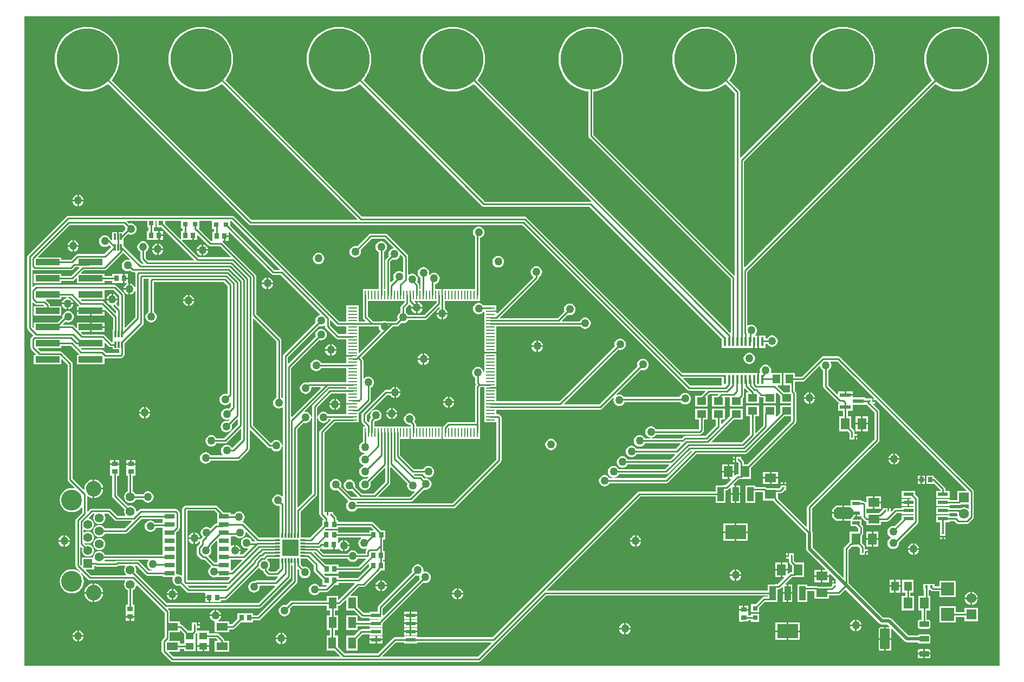
<source format=gtl>
G04*
G04 #@! TF.GenerationSoftware,Altium Limited,Altium Designer,24.1.2 (44)*
G04*
G04 Layer_Physical_Order=1*
G04 Layer_Color=255*
%FSLAX44Y44*%
%MOMM*%
G71*
G04*
G04 #@! TF.SameCoordinates,0A8073CA-4D69-4BD4-B8E1-8B9189CEBFBB*
G04*
G04*
G04 #@! TF.FilePolarity,Positive*
G04*
G01*
G75*
%ADD17C,0.2540*%
%ADD19R,0.3000X0.9900*%
%ADD20R,0.8000X0.9000*%
%ADD21R,3.3000X2.2000*%
%ADD22R,1.0000X2.2000*%
%ADD23R,0.2500X0.3000*%
G04:AMPARAMS|DCode=24|XSize=0.85mm|YSize=0.3mm|CornerRadius=0.15mm|HoleSize=0mm|Usage=FLASHONLY|Rotation=90.000|XOffset=0mm|YOffset=0mm|HoleType=Round|Shape=RoundedRectangle|*
%AMROUNDEDRECTD24*
21,1,0.8500,0.0000,0,0,90.0*
21,1,0.5500,0.3000,0,0,90.0*
1,1,0.3000,0.0000,0.2750*
1,1,0.3000,0.0000,-0.2750*
1,1,0.3000,0.0000,-0.2750*
1,1,0.3000,0.0000,0.2750*
%
%ADD24ROUNDEDRECTD24*%
G04:AMPARAMS|DCode=25|XSize=0.3mm|YSize=0.85mm|CornerRadius=0.15mm|HoleSize=0mm|Usage=FLASHONLY|Rotation=90.000|XOffset=0mm|YOffset=0mm|HoleType=Round|Shape=RoundedRectangle|*
%AMROUNDEDRECTD25*
21,1,0.3000,0.5500,0,0,90.0*
21,1,0.0000,0.8500,0,0,90.0*
1,1,0.3000,0.2750,0.0000*
1,1,0.3000,0.2750,0.0000*
1,1,0.3000,-0.2750,0.0000*
1,1,0.3000,-0.2750,0.0000*
%
%ADD25ROUNDEDRECTD25*%
%ADD26R,2.6000X2.6000*%
%ADD27R,0.9000X0.8000*%
%ADD28R,1.6500X0.7600*%
%ADD29R,1.2500X1.8000*%
%ADD30R,0.2794X1.3589*%
%ADD31R,1.3589X0.2794*%
%ADD32R,1.5500X0.6000*%
%ADD33R,0.4500X1.4500*%
%ADD34R,3.7500X1.0000*%
%ADD35R,0.3000X0.2500*%
%ADD36R,1.8000X1.4000*%
%ADD37R,1.4000X1.8000*%
%ADD38R,1.8000X0.6000*%
%ADD39R,0.8000X0.8000*%
G04:AMPARAMS|DCode=40|XSize=3.15mm|YSize=1.45mm|CornerRadius=0.0508mm|HoleSize=0mm|Usage=FLASHONLY|Rotation=270.000|XOffset=0mm|YOffset=0mm|HoleType=Round|Shape=RoundedRectangle|*
%AMROUNDEDRECTD40*
21,1,3.1500,1.3485,0,0,270.0*
21,1,3.0485,1.4500,0,0,270.0*
1,1,0.1015,-0.6743,-1.5243*
1,1,0.1015,-0.6743,1.5243*
1,1,0.1015,0.6743,1.5243*
1,1,0.1015,0.6743,-1.5243*
%
%ADD40ROUNDEDRECTD40*%
G04:AMPARAMS|DCode=41|XSize=0.9mm|YSize=1.45mm|CornerRadius=0.0495mm|HoleSize=0mm|Usage=FLASHONLY|Rotation=270.000|XOffset=0mm|YOffset=0mm|HoleType=Round|Shape=RoundedRectangle|*
%AMROUNDEDRECTD41*
21,1,0.9000,1.3510,0,0,270.0*
21,1,0.8010,1.4500,0,0,270.0*
1,1,0.0990,-0.6755,-0.4005*
1,1,0.0990,-0.6755,0.4005*
1,1,0.0990,0.6755,0.4005*
1,1,0.0990,0.6755,-0.4005*
%
%ADD41ROUNDEDRECTD41*%
%ADD42R,2.0000X2.0000*%
%ADD43R,1.2000X1.4500*%
%ADD44R,0.4000X0.5000*%
%ADD45R,1.4500X1.2000*%
%ADD46R,0.6587X0.8121*%
%ADD47R,1.5500X0.6000*%
%ADD48R,1.3000X1.1000*%
%ADD49R,1.8000X1.2500*%
%ADD50R,0.8000X0.8000*%
G04:AMPARAMS|DCode=51|XSize=1.8mm|YSize=3mm|CornerRadius=0mm|HoleSize=0mm|Usage=FLASHONLY|Rotation=270.000|XOffset=0mm|YOffset=0mm|HoleType=Round|Shape=Octagon|*
%AMOCTAGOND51*
4,1,8,1.5000,0.4500,1.5000,-0.4500,1.0500,-0.9000,-1.0500,-0.9000,-1.5000,-0.4500,-1.5000,0.4500,-1.0500,0.9000,1.0500,0.9000,1.5000,0.4500,0.0*
%
%ADD51OCTAGOND51*%

%ADD52R,1.2000X0.5000*%
%ADD53R,1.1000X0.5000*%
%ADD72C,1.5700*%
%ADD73R,1.5700X1.5700*%
%ADD74C,9.5500*%
%ADD75C,1.3900*%
%ADD76R,1.3900X1.3900*%
%ADD77C,2.4200*%
%ADD78C,3.2500*%
%ADD80C,0.6000*%
%ADD81C,0.5080*%
%ADD82C,1.2700*%
G36*
X1778000Y254000D02*
X254000D01*
Y1270000D01*
X1778000D01*
Y254000D01*
D02*
G37*
%LPC*%
G36*
X1710690Y1253088D02*
X1704112Y1252657D01*
X1697646Y1251371D01*
X1691404Y1249252D01*
X1685491Y1246336D01*
X1680010Y1242673D01*
X1675053Y1238327D01*
X1670707Y1233370D01*
X1667044Y1227889D01*
X1664128Y1221976D01*
X1662009Y1215734D01*
X1660723Y1209268D01*
X1660292Y1202690D01*
X1660723Y1196112D01*
X1662009Y1189646D01*
X1664128Y1183404D01*
X1667044Y1177491D01*
X1670707Y1172010D01*
X1672487Y1169980D01*
X1379758Y877252D01*
X1378585Y877738D01*
Y1042891D01*
X1500180Y1164486D01*
X1502210Y1162707D01*
X1507691Y1159044D01*
X1513604Y1156128D01*
X1519846Y1154009D01*
X1526312Y1152723D01*
X1532890Y1152292D01*
X1539468Y1152723D01*
X1545934Y1154009D01*
X1552176Y1156128D01*
X1558089Y1159044D01*
X1563570Y1162707D01*
X1568527Y1167053D01*
X1572873Y1172010D01*
X1576536Y1177491D01*
X1579452Y1183404D01*
X1581571Y1189646D01*
X1582857Y1196112D01*
X1583288Y1202690D01*
X1582857Y1209268D01*
X1581571Y1215734D01*
X1579452Y1221976D01*
X1576536Y1227889D01*
X1572873Y1233370D01*
X1568527Y1238327D01*
X1563570Y1242673D01*
X1558089Y1246336D01*
X1552176Y1249252D01*
X1545934Y1251371D01*
X1539468Y1252657D01*
X1532890Y1253088D01*
X1526312Y1252657D01*
X1519846Y1251371D01*
X1513604Y1249252D01*
X1507691Y1246336D01*
X1502210Y1242673D01*
X1497253Y1238327D01*
X1492907Y1233370D01*
X1489244Y1227889D01*
X1486328Y1221976D01*
X1484209Y1215734D01*
X1482923Y1209268D01*
X1482492Y1202690D01*
X1482923Y1196112D01*
X1484209Y1189646D01*
X1486328Y1183404D01*
X1489244Y1177491D01*
X1492907Y1172010D01*
X1494686Y1169980D01*
X1373258Y1048552D01*
X1372085Y1049038D01*
Y1151480D01*
X1371789Y1152967D01*
X1370947Y1154227D01*
X1355193Y1169980D01*
X1356973Y1172010D01*
X1360636Y1177491D01*
X1363552Y1183404D01*
X1365671Y1189646D01*
X1366957Y1196112D01*
X1367388Y1202690D01*
X1366957Y1209268D01*
X1365671Y1215734D01*
X1363552Y1221976D01*
X1360636Y1227889D01*
X1356973Y1233370D01*
X1352627Y1238327D01*
X1347670Y1242673D01*
X1342189Y1246336D01*
X1336276Y1249252D01*
X1330034Y1251371D01*
X1323568Y1252657D01*
X1316990Y1253088D01*
X1310412Y1252657D01*
X1303946Y1251371D01*
X1297704Y1249252D01*
X1291791Y1246336D01*
X1286310Y1242673D01*
X1281353Y1238327D01*
X1277007Y1233370D01*
X1273344Y1227889D01*
X1270428Y1221976D01*
X1268309Y1215734D01*
X1267023Y1209268D01*
X1266592Y1202690D01*
X1267023Y1196112D01*
X1268309Y1189646D01*
X1270428Y1183404D01*
X1273344Y1177491D01*
X1277007Y1172010D01*
X1281353Y1167053D01*
X1286310Y1162707D01*
X1291791Y1159044D01*
X1297704Y1156128D01*
X1303946Y1154009D01*
X1310412Y1152723D01*
X1316990Y1152292D01*
X1323568Y1152723D01*
X1330034Y1154009D01*
X1336276Y1156128D01*
X1342189Y1159044D01*
X1347670Y1162707D01*
X1349700Y1164486D01*
X1364315Y1149871D01*
Y865330D01*
X1363142Y864844D01*
X1143075Y1084912D01*
Y1152547D01*
X1145768Y1152723D01*
X1152234Y1154009D01*
X1158476Y1156128D01*
X1164389Y1159044D01*
X1169870Y1162707D01*
X1174827Y1167053D01*
X1179173Y1172010D01*
X1182836Y1177491D01*
X1185752Y1183404D01*
X1187871Y1189646D01*
X1189157Y1196112D01*
X1189588Y1202690D01*
X1189157Y1209268D01*
X1187871Y1215734D01*
X1185752Y1221976D01*
X1182836Y1227889D01*
X1179173Y1233370D01*
X1174827Y1238327D01*
X1169870Y1242673D01*
X1164389Y1246336D01*
X1158476Y1249252D01*
X1152234Y1251371D01*
X1145768Y1252657D01*
X1139190Y1253088D01*
X1132612Y1252657D01*
X1126146Y1251371D01*
X1119904Y1249252D01*
X1113991Y1246336D01*
X1108510Y1242673D01*
X1103553Y1238327D01*
X1099207Y1233370D01*
X1095544Y1227889D01*
X1092628Y1221976D01*
X1090509Y1215734D01*
X1089223Y1209268D01*
X1088792Y1202690D01*
X1089223Y1196112D01*
X1090509Y1189646D01*
X1092628Y1183404D01*
X1095544Y1177491D01*
X1099207Y1172010D01*
X1103553Y1167053D01*
X1108510Y1162707D01*
X1113991Y1159044D01*
X1119904Y1156128D01*
X1126146Y1154009D01*
X1132612Y1152723D01*
X1135305Y1152547D01*
Y1083303D01*
X1135601Y1081816D01*
X1136443Y1080556D01*
X1357815Y859184D01*
Y775318D01*
X1356642Y774832D01*
X961494Y1169980D01*
X963273Y1172010D01*
X966936Y1177491D01*
X969852Y1183404D01*
X971971Y1189646D01*
X973257Y1196112D01*
X973688Y1202690D01*
X973257Y1209268D01*
X971971Y1215734D01*
X969852Y1221976D01*
X966936Y1227889D01*
X963273Y1233370D01*
X958927Y1238327D01*
X953970Y1242673D01*
X948489Y1246336D01*
X942576Y1249252D01*
X936334Y1251371D01*
X929868Y1252657D01*
X923290Y1253088D01*
X916712Y1252657D01*
X910246Y1251371D01*
X904004Y1249252D01*
X898091Y1246336D01*
X892610Y1242673D01*
X887653Y1238327D01*
X883307Y1233370D01*
X879644Y1227889D01*
X876728Y1221976D01*
X874609Y1215734D01*
X873323Y1209268D01*
X872892Y1202690D01*
X873323Y1196112D01*
X874609Y1189646D01*
X876728Y1183404D01*
X879644Y1177491D01*
X883307Y1172010D01*
X887653Y1167053D01*
X892610Y1162707D01*
X898091Y1159044D01*
X904004Y1156128D01*
X910246Y1154009D01*
X916712Y1152723D01*
X923290Y1152292D01*
X929868Y1152723D01*
X936334Y1154009D01*
X942576Y1156128D01*
X948489Y1159044D01*
X953970Y1162707D01*
X956000Y1164486D01*
X1139501Y980985D01*
X1138875Y979815D01*
X1138769Y979836D01*
X973838D01*
X783693Y1169980D01*
X785473Y1172010D01*
X789136Y1177491D01*
X792052Y1183404D01*
X794171Y1189646D01*
X795457Y1196112D01*
X795888Y1202690D01*
X795457Y1209268D01*
X794171Y1215734D01*
X792052Y1221976D01*
X789136Y1227889D01*
X785473Y1233370D01*
X781127Y1238327D01*
X776170Y1242673D01*
X770689Y1246336D01*
X764776Y1249252D01*
X758534Y1251371D01*
X752068Y1252657D01*
X745490Y1253088D01*
X738912Y1252657D01*
X732446Y1251371D01*
X726204Y1249252D01*
X720291Y1246336D01*
X714810Y1242673D01*
X709853Y1238327D01*
X705507Y1233370D01*
X701844Y1227889D01*
X698928Y1221976D01*
X696809Y1215734D01*
X695523Y1209268D01*
X695092Y1202690D01*
X695523Y1196112D01*
X696809Y1189646D01*
X698928Y1183404D01*
X701844Y1177491D01*
X705507Y1172010D01*
X709853Y1167053D01*
X714810Y1162707D01*
X720291Y1159044D01*
X726204Y1156128D01*
X732446Y1154009D01*
X738912Y1152723D01*
X745490Y1152292D01*
X752068Y1152723D01*
X758534Y1154009D01*
X764776Y1156128D01*
X770689Y1159044D01*
X776170Y1162707D01*
X778200Y1164486D01*
X969482Y973205D01*
X970742Y972363D01*
X972229Y972067D01*
X1137160D01*
X1343910Y765316D01*
Y751230D01*
X1392930D01*
Y761020D01*
X1395470D01*
Y751230D01*
X1399430D01*
Y761020D01*
Y770810D01*
X1396484D01*
X1396076Y772013D01*
X1396280Y772170D01*
X1397705Y774027D01*
X1398601Y776189D01*
X1398907Y778510D01*
X1398601Y780831D01*
X1397705Y782993D01*
X1396280Y784850D01*
X1394423Y786275D01*
X1392261Y787171D01*
X1389940Y787477D01*
X1387619Y787171D01*
X1385457Y786275D01*
X1384804Y785774D01*
X1383665Y786336D01*
Y870171D01*
X1677980Y1164486D01*
X1680010Y1162707D01*
X1685491Y1159044D01*
X1691404Y1156128D01*
X1697646Y1154009D01*
X1704112Y1152723D01*
X1710690Y1152292D01*
X1717268Y1152723D01*
X1723734Y1154009D01*
X1729976Y1156128D01*
X1735889Y1159044D01*
X1741370Y1162707D01*
X1746327Y1167053D01*
X1750673Y1172010D01*
X1754336Y1177491D01*
X1757252Y1183404D01*
X1759371Y1189646D01*
X1760657Y1196112D01*
X1761088Y1202690D01*
X1760657Y1209268D01*
X1759371Y1215734D01*
X1757252Y1221976D01*
X1754336Y1227889D01*
X1750673Y1233370D01*
X1746327Y1238327D01*
X1741370Y1242673D01*
X1735889Y1246336D01*
X1729976Y1249252D01*
X1723734Y1251371D01*
X1717268Y1252657D01*
X1710690Y1253088D01*
D02*
G37*
G36*
X339090Y990509D02*
Y982980D01*
X346619D01*
X346481Y984031D01*
X345585Y986193D01*
X344160Y988050D01*
X342303Y989475D01*
X340141Y990371D01*
X339090Y990509D01*
D02*
G37*
G36*
X336550D02*
X335499Y990371D01*
X333337Y989475D01*
X331480Y988050D01*
X330055Y986193D01*
X329159Y984031D01*
X329021Y982980D01*
X336550D01*
Y990509D01*
D02*
G37*
G36*
X346619Y980440D02*
X339090D01*
Y972911D01*
X340141Y973049D01*
X342303Y973945D01*
X344160Y975370D01*
X345585Y977227D01*
X346481Y979389D01*
X346619Y980440D01*
D02*
G37*
G36*
X336550D02*
X329021D01*
X329159Y979389D01*
X330055Y977227D01*
X331480Y975370D01*
X333337Y973945D01*
X335499Y973049D01*
X336550Y972911D01*
Y980440D01*
D02*
G37*
G36*
X529590Y1253088D02*
X523012Y1252657D01*
X516546Y1251371D01*
X510304Y1249252D01*
X504391Y1246336D01*
X498910Y1242673D01*
X493953Y1238327D01*
X489607Y1233370D01*
X485944Y1227889D01*
X483028Y1221976D01*
X480909Y1215734D01*
X479623Y1209268D01*
X479192Y1202690D01*
X479623Y1196112D01*
X480909Y1189646D01*
X483028Y1183404D01*
X485944Y1177491D01*
X489607Y1172010D01*
X493953Y1167053D01*
X498910Y1162707D01*
X504391Y1159044D01*
X510304Y1156128D01*
X516546Y1154009D01*
X523012Y1152723D01*
X529590Y1152292D01*
X536168Y1152723D01*
X542634Y1154009D01*
X548876Y1156128D01*
X554789Y1159044D01*
X560270Y1162707D01*
X562300Y1164486D01*
X774308Y952478D01*
X773822Y951305D01*
X608669D01*
X389994Y1169980D01*
X391773Y1172010D01*
X395436Y1177491D01*
X398352Y1183404D01*
X400471Y1189646D01*
X401757Y1196112D01*
X402188Y1202690D01*
X401757Y1209268D01*
X400471Y1215734D01*
X398352Y1221976D01*
X395436Y1227889D01*
X391773Y1233370D01*
X387427Y1238327D01*
X382470Y1242673D01*
X376989Y1246336D01*
X371076Y1249252D01*
X364834Y1251371D01*
X358368Y1252657D01*
X351790Y1253088D01*
X345212Y1252657D01*
X338746Y1251371D01*
X332504Y1249252D01*
X326591Y1246336D01*
X321110Y1242673D01*
X316153Y1238327D01*
X311807Y1233370D01*
X308144Y1227889D01*
X305228Y1221976D01*
X303109Y1215734D01*
X301823Y1209268D01*
X301392Y1202690D01*
X301823Y1196112D01*
X303109Y1189646D01*
X305228Y1183404D01*
X308144Y1177491D01*
X311807Y1172010D01*
X316153Y1167053D01*
X321110Y1162707D01*
X326591Y1159044D01*
X332504Y1156128D01*
X338746Y1154009D01*
X345212Y1152723D01*
X351790Y1152292D01*
X358368Y1152723D01*
X364834Y1154009D01*
X371076Y1156128D01*
X376989Y1159044D01*
X382470Y1162707D01*
X384500Y1164486D01*
X604313Y944673D01*
X605573Y943831D01*
X607060Y943535D01*
X1032171D01*
X1290113Y685593D01*
X1291373Y684751D01*
X1292860Y684455D01*
X1317362D01*
X1317848Y683282D01*
X1311462Y676896D01*
X1310423Y676689D01*
X1310230Y676560D01*
X1302120D01*
Y659480D01*
X1321700D01*
Y676146D01*
X1324929Y679375D01*
X1337702D01*
X1338188Y678202D01*
X1336546Y676560D01*
X1328790D01*
Y659480D01*
X1348370D01*
Y674080D01*
X1356730D01*
Y659480D01*
X1376310D01*
Y672316D01*
X1377447Y673453D01*
X1378289Y674713D01*
X1378585Y676200D01*
Y687589D01*
X1379855Y688115D01*
X1385476Y682493D01*
X1384990Y681320D01*
X1382130D01*
Y664240D01*
X1401710D01*
Y674475D01*
X1402883Y674961D01*
X1403081Y674763D01*
X1404342Y673921D01*
X1405828Y673625D01*
X1408800D01*
Y664240D01*
X1428380D01*
Y680067D01*
X1428380Y680413D01*
X1429509Y681460D01*
X1429846Y681450D01*
X1435470Y675826D01*
Y664240D01*
X1452435D01*
Y661320D01*
X1435470D01*
Y649734D01*
X1429846Y644110D01*
X1429509Y644100D01*
X1428380Y645147D01*
X1428380Y645427D01*
Y661320D01*
X1408800D01*
Y648425D01*
X1408725Y648050D01*
Y630173D01*
X1396978Y618426D01*
X1395805Y618912D01*
Y644240D01*
X1401710D01*
Y661320D01*
X1382130D01*
Y644240D01*
X1388035D01*
Y616667D01*
X1374693Y603325D01*
X1327728D01*
X1327242Y604498D01*
X1362224Y639480D01*
X1376310D01*
Y656560D01*
X1356730D01*
Y644974D01*
X1343638Y631882D01*
X1342465Y632368D01*
Y639480D01*
X1348370D01*
Y656560D01*
X1328790D01*
Y639480D01*
X1334695D01*
Y630123D01*
X1318057Y613485D01*
X1286510D01*
X1285023Y613189D01*
X1283763Y612347D01*
X1281091Y609675D01*
X1234403D01*
X1234320Y610945D01*
X1235491Y611099D01*
X1237653Y611995D01*
X1239510Y613420D01*
X1240935Y615277D01*
X1241183Y615875D01*
X1309370D01*
X1310857Y616171D01*
X1312117Y617013D01*
X1314657Y619553D01*
X1315499Y620813D01*
X1315795Y622300D01*
Y639480D01*
X1321700D01*
Y656560D01*
X1302120D01*
Y639480D01*
X1308025D01*
Y623909D01*
X1307761Y623645D01*
X1241183D01*
X1240935Y624243D01*
X1239510Y626100D01*
X1237653Y627525D01*
X1235491Y628421D01*
X1233170Y628727D01*
X1230849Y628421D01*
X1228687Y627525D01*
X1226830Y626100D01*
X1225405Y624243D01*
X1224509Y622081D01*
X1224203Y619760D01*
X1224509Y617439D01*
X1225405Y615277D01*
X1226830Y613420D01*
X1228687Y611995D01*
X1230849Y611099D01*
X1232020Y610945D01*
X1231937Y609675D01*
X1223403D01*
X1223155Y610273D01*
X1221730Y612130D01*
X1219873Y613555D01*
X1217711Y614451D01*
X1215390Y614757D01*
X1213069Y614451D01*
X1210907Y613555D01*
X1209050Y612130D01*
X1207625Y610273D01*
X1206729Y608111D01*
X1206423Y605790D01*
X1206729Y603469D01*
X1207625Y601307D01*
X1209050Y599450D01*
X1210907Y598025D01*
X1213069Y597129D01*
X1215390Y596823D01*
X1217711Y597129D01*
X1219873Y598025D01*
X1221730Y599450D01*
X1223155Y601307D01*
X1223403Y601905D01*
X1278847D01*
X1279333Y600732D01*
X1271765Y593165D01*
X1210703D01*
X1210455Y593763D01*
X1209030Y595620D01*
X1207173Y597045D01*
X1205011Y597941D01*
X1202690Y598247D01*
X1200369Y597941D01*
X1198207Y597045D01*
X1196350Y595620D01*
X1194925Y593763D01*
X1194029Y591601D01*
X1193723Y589280D01*
X1194029Y586959D01*
X1194925Y584797D01*
X1196350Y582940D01*
X1198207Y581515D01*
X1200369Y580619D01*
X1202690Y580313D01*
X1205011Y580619D01*
X1207173Y581515D01*
X1209030Y582940D01*
X1210455Y584797D01*
X1210703Y585395D01*
X1270392D01*
X1270878Y584222D01*
X1263311Y576655D01*
X1196733D01*
X1196485Y577253D01*
X1195060Y579110D01*
X1193203Y580535D01*
X1191041Y581431D01*
X1188720Y581737D01*
X1186399Y581431D01*
X1184237Y580535D01*
X1182380Y579110D01*
X1180955Y577253D01*
X1180059Y575091D01*
X1179753Y572770D01*
X1180059Y570449D01*
X1180955Y568287D01*
X1182380Y566430D01*
X1184237Y565005D01*
X1186399Y564109D01*
X1188720Y563803D01*
X1191041Y564109D01*
X1193203Y565005D01*
X1195060Y566430D01*
X1196485Y568287D01*
X1196733Y568885D01*
X1261067D01*
X1261553Y567712D01*
X1255255Y561415D01*
X1182763D01*
X1182515Y562013D01*
X1181090Y563870D01*
X1179233Y565295D01*
X1177071Y566191D01*
X1174750Y566497D01*
X1172429Y566191D01*
X1170267Y565295D01*
X1168410Y563870D01*
X1166985Y562013D01*
X1166089Y559851D01*
X1165783Y557530D01*
X1166089Y555209D01*
X1166985Y553047D01*
X1168410Y551190D01*
X1170267Y549765D01*
X1172429Y548869D01*
X1173600Y548715D01*
X1173517Y547445D01*
X1168793D01*
X1168545Y548043D01*
X1167120Y549900D01*
X1165263Y551325D01*
X1163101Y552221D01*
X1160780Y552527D01*
X1158459Y552221D01*
X1156297Y551325D01*
X1154440Y549900D01*
X1153015Y548043D01*
X1152119Y545881D01*
X1151813Y543560D01*
X1152119Y541239D01*
X1153015Y539077D01*
X1154440Y537220D01*
X1156297Y535795D01*
X1158459Y534899D01*
X1160780Y534593D01*
X1163101Y534899D01*
X1165263Y535795D01*
X1167120Y537220D01*
X1168545Y539077D01*
X1168793Y539675D01*
X1257300D01*
X1258787Y539971D01*
X1260047Y540813D01*
X1304629Y585395D01*
X1380510D01*
X1381997Y585691D01*
X1383257Y586533D01*
X1440964Y644240D01*
X1452435D01*
Y637639D01*
X1383866Y569070D01*
X1377975D01*
Y572655D01*
X1377679Y574142D01*
X1376837Y575402D01*
X1373955Y578284D01*
Y580620D01*
X1366375D01*
Y577056D01*
X1366280Y576580D01*
X1366375Y576104D01*
Y572540D01*
X1368711D01*
X1370205Y571046D01*
Y563260D01*
X1370280Y562885D01*
Y553685D01*
X1368690D01*
X1367203Y553389D01*
X1365943Y552547D01*
X1364533Y551137D01*
X1363360Y551623D01*
Y556260D01*
X1355090D01*
Y545990D01*
X1357727D01*
X1358213Y544817D01*
X1349771Y536375D01*
X1345980D01*
X1345605Y536300D01*
X1334710D01*
Y526645D01*
X1215350D01*
X1213863Y526349D01*
X1212603Y525507D01*
X985621Y298525D01*
X867870D01*
Y300180D01*
X847290D01*
Y298525D01*
X833120D01*
X831633Y298229D01*
X830373Y297387D01*
X806111Y273125D01*
X754489D01*
X744100Y283514D01*
Y301100D01*
X739195D01*
Y309770D01*
X744120D01*
Y332850D01*
X739215D01*
Y340250D01*
X744120D01*
Y347905D01*
X745390D01*
X746877Y348201D01*
X748137Y349043D01*
X754443Y355349D01*
X754842Y355946D01*
X755867Y356971D01*
X757040Y356485D01*
Y340250D01*
X769126D01*
X779383Y329993D01*
X780643Y329151D01*
X782130Y328855D01*
X793290D01*
Y327200D01*
X806497D01*
X807176Y325930D01*
X806992Y325655D01*
X805310D01*
X804935Y325580D01*
X793290D01*
Y323925D01*
X774620D01*
Y332850D01*
X757040D01*
Y309770D01*
X774620D01*
Y316155D01*
X793290D01*
Y314500D01*
X813870D01*
Y320286D01*
X814309Y320943D01*
X814357Y321183D01*
X877190Y384017D01*
X877789Y383769D01*
X880110Y383463D01*
X882431Y383769D01*
X884593Y384665D01*
X886450Y386090D01*
X887875Y387947D01*
X888771Y390109D01*
X889077Y392430D01*
X888771Y394751D01*
X887875Y396913D01*
X886450Y398770D01*
X884593Y400195D01*
X882431Y401091D01*
X880110Y401397D01*
X878514Y401187D01*
X878476Y401198D01*
X877448Y402226D01*
X877437Y402265D01*
X877647Y403860D01*
X877341Y406181D01*
X876445Y408343D01*
X875020Y410200D01*
X873163Y411625D01*
X871001Y412521D01*
X868680Y412827D01*
X866359Y412521D01*
X864197Y411625D01*
X862340Y410200D01*
X860915Y408343D01*
X860019Y406181D01*
X859713Y403860D01*
X860019Y401539D01*
X860267Y400941D01*
X807313Y347987D01*
X806471Y346727D01*
X806175Y345240D01*
Y338280D01*
X793290D01*
Y336625D01*
X783739D01*
X774620Y345744D01*
Y363330D01*
X763885D01*
X763399Y364503D01*
X776224Y377328D01*
X783721D01*
X785208Y377624D01*
X786468Y378466D01*
X810847Y402845D01*
X811064Y403170D01*
X817370D01*
Y417250D01*
X814715D01*
Y419680D01*
X817370D01*
Y433760D01*
X814715D01*
Y451430D01*
X818070D01*
Y465510D01*
X811764D01*
X811547Y465835D01*
X799655Y477727D01*
X798395Y478569D01*
X796908Y478865D01*
X744410D01*
Y482020D01*
X741755D01*
Y485140D01*
X741459Y486627D01*
X740617Y487887D01*
X736580Y491924D01*
Y494260D01*
X728999D01*
Y490696D01*
X728905Y490220D01*
X726770D01*
Y494260D01*
X724250D01*
Y494254D01*
X722980Y493575D01*
X722705Y493759D01*
Y618151D01*
X739419Y634865D01*
X757336D01*
Y634813D01*
X776005D01*
Y639813D01*
Y649932D01*
X777156Y650161D01*
X778416Y651003D01*
X793957Y666543D01*
X794799Y667803D01*
X795095Y669290D01*
Y689217D01*
X795693Y689465D01*
X797550Y690890D01*
X798975Y692747D01*
X799871Y694909D01*
X800177Y697230D01*
X799871Y699551D01*
X798975Y701713D01*
X797550Y703570D01*
X795693Y704995D01*
X793531Y705891D01*
X791210Y706197D01*
X788889Y705891D01*
X786727Y704995D01*
X784935Y703620D01*
X784500Y703692D01*
X783665Y703976D01*
Y731245D01*
X783369Y732731D01*
X782527Y733991D01*
X780691Y735827D01*
X829729Y784865D01*
X835740D01*
X837226Y785161D01*
X838486Y786003D01*
X842900Y790417D01*
X843499Y790169D01*
X845820Y789863D01*
X848141Y790169D01*
X850303Y791065D01*
X852160Y792490D01*
X853585Y794347D01*
X853833Y794945D01*
X880110D01*
X881597Y795241D01*
X882857Y796083D01*
X901872Y815098D01*
X903045Y814612D01*
Y812829D01*
X902297Y812519D01*
X900440Y811094D01*
X899015Y809237D01*
X898119Y807075D01*
X897980Y806024D01*
X915580D01*
X915441Y807075D01*
X914545Y809237D01*
X913120Y811094D01*
X911263Y812519D01*
X910815Y812705D01*
Y824675D01*
X965867D01*
Y833761D01*
X965942Y834136D01*
Y923478D01*
X966251Y923519D01*
X968413Y924415D01*
X970270Y925840D01*
X971695Y927697D01*
X972591Y929859D01*
X972897Y932180D01*
X972591Y934501D01*
X971695Y936663D01*
X970270Y938520D01*
X968413Y939945D01*
X966251Y940841D01*
X963930Y941147D01*
X961609Y940841D01*
X959447Y939945D01*
X957590Y938520D01*
X956165Y936663D01*
X955269Y934501D01*
X954963Y932180D01*
X955269Y929859D01*
X956165Y927697D01*
X957590Y925840D01*
X958172Y925392D01*
Y843344D01*
X907992D01*
Y834009D01*
X905867D01*
Y843344D01*
X895815D01*
Y851052D01*
X896401Y851129D01*
X898563Y852025D01*
X900420Y853450D01*
X901845Y855307D01*
X902741Y857469D01*
X903047Y859790D01*
X902741Y862111D01*
X901845Y864273D01*
X900420Y866130D01*
X898563Y867555D01*
X896401Y868451D01*
X894080Y868757D01*
X891759Y868451D01*
X889597Y867555D01*
X887740Y866130D01*
X887243Y865483D01*
X886134Y866124D01*
X886231Y866359D01*
X886537Y868680D01*
X886231Y871001D01*
X885335Y873163D01*
X883910Y875020D01*
X882053Y876445D01*
X879891Y877341D01*
X877570Y877647D01*
X875249Y877341D01*
X873087Y876445D01*
X871230Y875020D01*
X869805Y873163D01*
X868909Y871001D01*
X868603Y868680D01*
X868909Y866359D01*
X869805Y864197D01*
X871230Y862340D01*
X873045Y860946D01*
Y843344D01*
X870815D01*
Y849495D01*
X870519Y850982D01*
X869677Y852242D01*
X867651Y854268D01*
X868451Y856199D01*
X868757Y858520D01*
X868451Y860841D01*
X867555Y863003D01*
X866130Y864860D01*
X864273Y866285D01*
X862111Y867181D01*
X859790Y867487D01*
X857469Y867181D01*
X855307Y866285D01*
X854654Y865784D01*
X853515Y866346D01*
Y894478D01*
X853219Y895965D01*
X852377Y897225D01*
X821025Y928577D01*
X819765Y929419D01*
X818278Y929715D01*
X795020D01*
X793533Y929419D01*
X792273Y928577D01*
X773810Y910113D01*
X773211Y910361D01*
X770890Y910667D01*
X768569Y910361D01*
X766407Y909465D01*
X764550Y908040D01*
X763125Y906183D01*
X762229Y904021D01*
X761923Y901700D01*
X762229Y899379D01*
X763125Y897217D01*
X764550Y895360D01*
X766407Y893935D01*
X768569Y893039D01*
X770890Y892733D01*
X773211Y893039D01*
X775373Y893935D01*
X777230Y895360D01*
X778655Y897217D01*
X779551Y899379D01*
X779857Y901700D01*
X779551Y904021D01*
X779303Y904620D01*
X796629Y921945D01*
X816669D01*
X830753Y907861D01*
X830345Y906659D01*
X829529Y906551D01*
X827367Y905655D01*
X825510Y904230D01*
X824085Y902373D01*
X823189Y900211D01*
X822883Y897890D01*
X823189Y895569D01*
X823437Y894970D01*
X819183Y890717D01*
X818341Y889457D01*
X818045Y887970D01*
Y843344D01*
X815815D01*
Y901472D01*
X816013Y901555D01*
X817870Y902980D01*
X819295Y904837D01*
X820191Y906999D01*
X820497Y909320D01*
X820191Y911641D01*
X819295Y913803D01*
X817870Y915660D01*
X816013Y917085D01*
X813851Y917981D01*
X811530Y918287D01*
X809209Y917981D01*
X807047Y917085D01*
X805190Y915660D01*
X803765Y913803D01*
X802869Y911641D01*
X802563Y909320D01*
X802869Y906999D01*
X803765Y904837D01*
X805190Y902980D01*
X807047Y901555D01*
X808045Y901141D01*
Y843344D01*
X782993D01*
Y824675D01*
X783045D01*
Y799214D01*
X783341Y797728D01*
X784183Y796468D01*
X786843Y793808D01*
X786357Y792634D01*
X776005D01*
Y804812D01*
Y817686D01*
X757336D01*
Y804812D01*
Y792634D01*
X745712D01*
X581639Y956707D01*
X580379Y957549D01*
X578893Y957845D01*
X322548D01*
X321061Y957549D01*
X319801Y956707D01*
X259713Y896619D01*
X258871Y895359D01*
X258575Y893872D01*
Y782092D01*
X258871Y780605D01*
X259713Y779345D01*
X267480Y771578D01*
X267319Y769943D01*
X267025Y769747D01*
X264793Y767515D01*
X263951Y766255D01*
X263655Y764768D01*
Y751612D01*
X263951Y750125D01*
X264793Y748865D01*
X272155Y741503D01*
X271669Y740330D01*
X268810D01*
Y725250D01*
X311390D01*
Y733485D01*
X312563Y733971D01*
X321494Y725040D01*
Y545351D01*
X321790Y543864D01*
X322632Y542604D01*
X332619Y532617D01*
X331966Y531527D01*
X331734Y531598D01*
X328050Y531961D01*
X324366Y531598D01*
X320825Y530524D01*
X317560Y528779D01*
X314699Y526431D01*
X312351Y523570D01*
X310606Y520305D01*
X309532Y516763D01*
X309169Y513080D01*
X309532Y509397D01*
X310606Y505855D01*
X312351Y502590D01*
X314699Y499729D01*
X317560Y497381D01*
X320825Y495636D01*
X324366Y494562D01*
X328050Y494199D01*
X331734Y494562D01*
X335275Y495636D01*
X338540Y497381D01*
X341401Y499729D01*
X342955Y501623D01*
X344225Y501169D01*
Y493650D01*
X334863Y484288D01*
X334021Y483028D01*
X333725Y481541D01*
Y410332D01*
X334021Y408845D01*
X334863Y407585D01*
X341253Y401195D01*
X340399Y400253D01*
X338540Y401779D01*
X335275Y403524D01*
X331734Y404598D01*
X328050Y404961D01*
X324366Y404598D01*
X320825Y403524D01*
X317560Y401779D01*
X314699Y399431D01*
X312351Y396570D01*
X310606Y393305D01*
X309532Y389763D01*
X309169Y386080D01*
X309532Y382397D01*
X310606Y378855D01*
X312351Y375590D01*
X314699Y372729D01*
X317560Y370381D01*
X320825Y368636D01*
X324366Y367562D01*
X328050Y367199D01*
X331734Y367562D01*
X335275Y368636D01*
X338540Y370381D01*
X341401Y372729D01*
X343749Y375590D01*
X345494Y378855D01*
X346568Y382397D01*
X346931Y386080D01*
X346568Y389763D01*
X345494Y393305D01*
X343749Y396570D01*
X342223Y398429D01*
X343165Y399283D01*
X353455Y388993D01*
X354715Y388151D01*
X356202Y387855D01*
X411163D01*
X411789Y386585D01*
X411161Y385766D01*
X410204Y383457D01*
X409878Y380980D01*
X410204Y378503D01*
X411161Y376194D01*
X412682Y374212D01*
X414664Y372691D01*
X415565Y372317D01*
Y349440D01*
X412060D01*
Y336360D01*
Y332170D01*
X419100D01*
X426140D01*
Y336360D01*
Y349440D01*
X423335D01*
Y372317D01*
X424236Y372691D01*
X426218Y374212D01*
X427739Y376194D01*
X428696Y378503D01*
X428831Y379527D01*
X430172Y379982D01*
X473525Y336628D01*
Y319960D01*
X473600Y319585D01*
Y310375D01*
X473525Y310000D01*
Y298997D01*
X469583Y295055D01*
X468741Y293795D01*
X468445Y292308D01*
Y276652D01*
X468741Y275165D01*
X469583Y273905D01*
X482075Y261413D01*
X483335Y260571D01*
X484822Y260275D01*
X963934D01*
X965421Y260571D01*
X966681Y261413D01*
X1069203Y363935D01*
X1415990D01*
Y361975D01*
X1409770D01*
X1408283Y361679D01*
X1407023Y360837D01*
X1396776Y350590D01*
X1389190D01*
Y337510D01*
X1402270D01*
Y345096D01*
X1411379Y354205D01*
X1419800D01*
X1420175Y354280D01*
X1431070D01*
Y373665D01*
X1432860D01*
X1434347Y373961D01*
X1435607Y374803D01*
X1437817Y377013D01*
X1438990Y376527D01*
Y369090D01*
X1445260D01*
Y381360D01*
X1443823D01*
X1443337Y382533D01*
X1453319Y392515D01*
X1457310D01*
X1457685Y392590D01*
X1472580D01*
Y415670D01*
X1458994D01*
X1456600Y418064D01*
Y425720D01*
X1456505Y426196D01*
Y429760D01*
X1448925D01*
Y426196D01*
X1448830Y425720D01*
X1447965D01*
Y424450D01*
X1444175D01*
Y421680D01*
X1448830D01*
Y416455D01*
X1449126Y414968D01*
X1449968Y413708D01*
X1453500Y410176D01*
Y400285D01*
X1451710D01*
X1450223Y399989D01*
X1448963Y399147D01*
X1447753Y397937D01*
X1446580Y398423D01*
Y402860D01*
X1438310D01*
Y392590D01*
X1440747D01*
X1441233Y391417D01*
X1431251Y381435D01*
X1427260D01*
X1426885Y381360D01*
X1415990D01*
Y371705D01*
X1071448D01*
X1070962Y372878D01*
X1216959Y518875D01*
X1334710D01*
Y509220D01*
X1349790D01*
Y528605D01*
X1351380D01*
X1352867Y528901D01*
X1354127Y529743D01*
X1356537Y532153D01*
X1357710Y531667D01*
Y524030D01*
X1363980D01*
Y536300D01*
X1362343D01*
X1361857Y537473D01*
X1370299Y545915D01*
X1374090D01*
X1374465Y545990D01*
X1389360D01*
Y563576D01*
X1459067Y633283D01*
X1459909Y634543D01*
X1460205Y636030D01*
Y680358D01*
X1459909Y681845D01*
X1459067Y683105D01*
X1457685Y684487D01*
Y697580D01*
X1458707Y698425D01*
X1470262D01*
X1471748Y698721D01*
X1473009Y699563D01*
X1496249Y722803D01*
X1497451Y722395D01*
X1497559Y721579D01*
X1498455Y719417D01*
X1499880Y717560D01*
X1501737Y716135D01*
X1502335Y715887D01*
Y690772D01*
X1502631Y689285D01*
X1503473Y688025D01*
X1525109Y666389D01*
X1526369Y665547D01*
X1527460Y665330D01*
X1527335Y664060D01*
X1525320D01*
Y652980D01*
X1532975D01*
Y644000D01*
X1527160D01*
Y620920D01*
X1540746D01*
X1543305Y618361D01*
Y612140D01*
X1543400Y611664D01*
Y608100D01*
X1550981D01*
Y611664D01*
X1551075Y612140D01*
X1551940D01*
Y613410D01*
X1555730D01*
Y616180D01*
X1551075D01*
Y619970D01*
X1550779Y621457D01*
X1549937Y622717D01*
X1546240Y626414D01*
Y644000D01*
X1540745D01*
Y652980D01*
X1548400D01*
Y662480D01*
X1568400D01*
X1568400Y662480D01*
X1569670Y662576D01*
X1582345Y649901D01*
Y608669D01*
X1478073Y504397D01*
X1477231Y503137D01*
X1476935Y501650D01*
Y472048D01*
X1475762Y471562D01*
X1431475Y515849D01*
Y516240D01*
X1431400Y516615D01*
Y523815D01*
X1435420D01*
X1436907Y524111D01*
X1438167Y524953D01*
X1441884Y528670D01*
X1444220D01*
Y536250D01*
X1440656D01*
X1440180Y536345D01*
X1439704Y536250D01*
X1436140D01*
Y533914D01*
X1433811Y531585D01*
X1425590D01*
X1425215Y531510D01*
X1414326D01*
X1413389Y532447D01*
X1412129Y533289D01*
X1410642Y533585D01*
X1395790D01*
Y536300D01*
X1380710D01*
Y509220D01*
X1395790D01*
Y525815D01*
X1408320D01*
Y512430D01*
X1424217D01*
X1424843Y511493D01*
X1475641Y460696D01*
Y436880D01*
X1476035Y434898D01*
X1477157Y433218D01*
X1505362Y405013D01*
X1504876Y403840D01*
X1501140D01*
Y395570D01*
X1511410D01*
Y397306D01*
X1512583Y397792D01*
X1522037Y388338D01*
X1521551Y387165D01*
X1521460D01*
Y383375D01*
X1520190D01*
Y382510D01*
X1519714Y382416D01*
X1516150D01*
Y380079D01*
X1513986Y377915D01*
X1505600D01*
X1505225Y377840D01*
X1493604D01*
X1493007Y378239D01*
X1491520Y378535D01*
X1477070D01*
Y381360D01*
X1461990D01*
Y354280D01*
X1477070D01*
Y370765D01*
X1488330D01*
Y358760D01*
X1511410D01*
Y364415D01*
X1526540D01*
X1528027Y364711D01*
X1529287Y365553D01*
X1537054Y373321D01*
X1590188Y320187D01*
X1591868Y319065D01*
X1593850Y318671D01*
X1603135D01*
X1606461Y315344D01*
X1605835Y314174D01*
X1605403Y314260D01*
X1599930D01*
Y297180D01*
X1608510D01*
Y311152D01*
X1608424Y311585D01*
X1609594Y312211D01*
X1629557Y292248D01*
X1631238Y291125D01*
X1633220Y290730D01*
X1650544D01*
X1650546Y290721D01*
X1651217Y289717D01*
X1652221Y289046D01*
X1653405Y288811D01*
X1666915D01*
X1668099Y289046D01*
X1669103Y289717D01*
X1669774Y290721D01*
X1670009Y291905D01*
Y299915D01*
X1669774Y301099D01*
X1669103Y302103D01*
X1668099Y302774D01*
X1666915Y303009D01*
X1653405D01*
X1652221Y302774D01*
X1651217Y302103D01*
X1650546Y301099D01*
X1650544Y301089D01*
X1635365D01*
X1608943Y327513D01*
X1607262Y328635D01*
X1605280Y329030D01*
X1595995D01*
X1541855Y383170D01*
Y435271D01*
X1547089Y440505D01*
X1547480D01*
X1547855Y440580D01*
X1557256D01*
X1559815Y438021D01*
Y431800D01*
X1559910Y431324D01*
Y427760D01*
X1567491D01*
Y431324D01*
X1567585Y431800D01*
X1568450D01*
Y433070D01*
X1572240D01*
Y435840D01*
X1567585D01*
Y439630D01*
X1567289Y441117D01*
X1566447Y442377D01*
X1562750Y446074D01*
Y457764D01*
X1563577Y458591D01*
X1564419Y459851D01*
X1564715Y461338D01*
Y470670D01*
X1564419Y472157D01*
X1563577Y473417D01*
X1562280Y474714D01*
Y482800D01*
X1548749D01*
X1548263Y483973D01*
X1551280Y486990D01*
Y487720D01*
X1552970D01*
Y492760D01*
X1555510D01*
Y487720D01*
X1562025D01*
Y487680D01*
X1562321Y486193D01*
X1563163Y484933D01*
X1567081Y481015D01*
X1568341Y480173D01*
X1569610Y479921D01*
Y473730D01*
X1592690D01*
Y479385D01*
X1602265D01*
X1603752Y479681D01*
X1605012Y480523D01*
X1617174Y492685D01*
X1625140D01*
Y491030D01*
X1643105D01*
Y489410D01*
X1625140D01*
Y483824D01*
X1613577Y472260D01*
X1611630Y472517D01*
X1609309Y472211D01*
X1607147Y471315D01*
X1605290Y469890D01*
X1603865Y468033D01*
X1602969Y465871D01*
X1602663Y463550D01*
X1602969Y461229D01*
X1603865Y459067D01*
X1605290Y457210D01*
X1607147Y455785D01*
X1608202Y455347D01*
Y453973D01*
X1607147Y453535D01*
X1605290Y452110D01*
X1603865Y450253D01*
X1602969Y448091D01*
X1602663Y445770D01*
X1602969Y443449D01*
X1603865Y441287D01*
X1605290Y439430D01*
X1607147Y438005D01*
X1609309Y437109D01*
X1611630Y436803D01*
X1613951Y437109D01*
X1616113Y438005D01*
X1617970Y439430D01*
X1619395Y441287D01*
X1620291Y443449D01*
X1620597Y445770D01*
X1620406Y447215D01*
X1649737Y476545D01*
X1650579Y477805D01*
X1650875Y479292D01*
Y515160D01*
X1650579Y516647D01*
X1649737Y517907D01*
X1645720Y521924D01*
Y527510D01*
X1625140D01*
Y516430D01*
X1639483D01*
X1639734Y516080D01*
X1639081Y514810D01*
X1636700D01*
Y509270D01*
Y503730D01*
X1643105D01*
Y502110D01*
X1625140D01*
Y500455D01*
X1615565D01*
X1614078Y500159D01*
X1612818Y499317D01*
X1608808Y495307D01*
X1607635Y495793D01*
Y500610D01*
X1605115D01*
Y496570D01*
X1602980D01*
X1602885Y497046D01*
Y500610D01*
X1595305D01*
Y498274D01*
X1589916Y492885D01*
X1586880D01*
X1586505Y492810D01*
X1569795D01*
Y499730D01*
X1579880D01*
Y509270D01*
Y518810D01*
X1569610D01*
Y509793D01*
X1569590Y509777D01*
X1568340Y509336D01*
X1567169Y510507D01*
X1565909Y511349D01*
X1564422Y511645D01*
X1562280D01*
Y512800D01*
X1545200D01*
Y504300D01*
X1535010D01*
Y492760D01*
Y481220D01*
X1545200D01*
Y472720D01*
X1553286D01*
X1556945Y469061D01*
Y463660D01*
X1543670D01*
Y447763D01*
X1542733Y447137D01*
X1535223Y439627D01*
X1534381Y438367D01*
X1534085Y436880D01*
Y392599D01*
X1532912Y392113D01*
X1485999Y439025D01*
Y461010D01*
X1485605Y462992D01*
X1484705Y464340D01*
Y500041D01*
X1588977Y604313D01*
X1589819Y605573D01*
X1590115Y607060D01*
Y651510D01*
X1589819Y652997D01*
X1588977Y654257D01*
X1580427Y662807D01*
X1580913Y663980D01*
X1583505D01*
Y666750D01*
X1579715D01*
Y668020D01*
X1578850D01*
X1578755Y668496D01*
Y672060D01*
X1571175D01*
Y671905D01*
X1568400D01*
Y673560D01*
X1548400D01*
Y676250D01*
X1536860D01*
Y677520D01*
X1535590D01*
Y683060D01*
X1525320D01*
Y678825D01*
X1524147Y678339D01*
X1510105Y692381D01*
Y715887D01*
X1510703Y716135D01*
X1512560Y717560D01*
X1513985Y719417D01*
X1514881Y721579D01*
X1515187Y723900D01*
X1514881Y726221D01*
X1513985Y728383D01*
X1513484Y729036D01*
X1514046Y730175D01*
X1524429D01*
X1581371Y673233D01*
X1580985Y672301D01*
Y669290D01*
X1583505D01*
Y669440D01*
X1584678Y669926D01*
X1726151Y528453D01*
X1725665Y527280D01*
X1711730D01*
Y513155D01*
X1699720D01*
Y514810D01*
X1679140D01*
Y503730D01*
X1699720D01*
Y505385D01*
X1714500D01*
X1715987Y505681D01*
X1717212Y506500D01*
X1729895D01*
Y500221D01*
X1728625Y499595D01*
X1727360Y500566D01*
X1724832Y501613D01*
X1722120Y501970D01*
X1719408Y501613D01*
X1716880Y500566D01*
X1715706Y499664D01*
X1714966Y500159D01*
X1713479Y500455D01*
X1699720D01*
Y502110D01*
X1679140D01*
Y491030D01*
X1699720D01*
Y492685D01*
X1710835D01*
X1711672Y491730D01*
X1711640Y491490D01*
X1711997Y488778D01*
X1712299Y488049D01*
X1711273Y487207D01*
X1710896Y487459D01*
X1709410Y487755D01*
X1699720D01*
Y489410D01*
X1679140D01*
Y478330D01*
X1685215D01*
Y464800D01*
X1685060D01*
Y457220D01*
X1688624D01*
X1689100Y457125D01*
X1689576Y457220D01*
X1693140D01*
Y464800D01*
X1692985D01*
Y478330D01*
X1699720D01*
Y479985D01*
X1707801D01*
X1710703Y477083D01*
X1711963Y476241D01*
X1713450Y475945D01*
X1726950D01*
X1728436Y476241D01*
X1729697Y477083D01*
X1736527Y483913D01*
X1737369Y485174D01*
X1737665Y486660D01*
Y526318D01*
X1737369Y527805D01*
X1736527Y529065D01*
X1528785Y736807D01*
X1527525Y737649D01*
X1526038Y737945D01*
X1502012D01*
X1500525Y737649D01*
X1499265Y736807D01*
X1468652Y706195D01*
X1457610D01*
Y712100D01*
X1440530D01*
Y692520D01*
X1449915D01*
Y682878D01*
X1449973Y682590D01*
X1448930Y681320D01*
X1440964D01*
X1430937Y691347D01*
X1431423Y692520D01*
X1437610D01*
Y712100D01*
X1421506D01*
X1420657Y713370D01*
X1420901Y713959D01*
X1421207Y716280D01*
X1420901Y718601D01*
X1420005Y720763D01*
X1418580Y722620D01*
X1416723Y724045D01*
X1414561Y724941D01*
X1412240Y725247D01*
X1409919Y724941D01*
X1407757Y724045D01*
X1405900Y722620D01*
X1404475Y720763D01*
X1403579Y718601D01*
X1403273Y716280D01*
X1403579Y713959D01*
X1404032Y712866D01*
X1403326Y711810D01*
X1401970D01*
Y702020D01*
X1399430D01*
Y711810D01*
X1348095D01*
X1347720Y711885D01*
X1282224D01*
X1038862Y955247D01*
X1037602Y956089D01*
X1036115Y956385D01*
X781389D01*
X567794Y1169980D01*
X569573Y1172010D01*
X573236Y1177491D01*
X576152Y1183404D01*
X578271Y1189646D01*
X579557Y1196112D01*
X579988Y1202690D01*
X579557Y1209268D01*
X578271Y1215734D01*
X576152Y1221976D01*
X573236Y1227889D01*
X569573Y1233370D01*
X565227Y1238327D01*
X560270Y1242673D01*
X554789Y1246336D01*
X548876Y1249252D01*
X542634Y1251371D01*
X536168Y1252657D01*
X529590Y1253088D01*
D02*
G37*
G36*
X713740Y900080D02*
X711419Y899775D01*
X709257Y898879D01*
X707400Y897454D01*
X705975Y895597D01*
X705079Y893435D01*
X704773Y891114D01*
X705079Y888793D01*
X705975Y886630D01*
X707400Y884773D01*
X709257Y883348D01*
X711419Y882453D01*
X713740Y882147D01*
X716061Y882453D01*
X718223Y883348D01*
X720080Y884773D01*
X721505Y886630D01*
X722401Y888793D01*
X722707Y891114D01*
X722401Y893435D01*
X721505Y895597D01*
X720080Y897454D01*
X718223Y898879D01*
X716061Y899775D01*
X713740Y900080D01*
D02*
G37*
G36*
X994410Y895001D02*
X992089Y894695D01*
X989927Y893799D01*
X988070Y892374D01*
X986645Y890517D01*
X985749Y888354D01*
X985443Y886034D01*
X985749Y883713D01*
X986645Y881550D01*
X988070Y879693D01*
X989927Y878268D01*
X992089Y877373D01*
X994410Y877067D01*
X996731Y877373D01*
X998893Y878268D01*
X1000750Y879693D01*
X1002175Y881550D01*
X1003071Y883713D01*
X1003377Y886034D01*
X1003071Y888354D01*
X1002175Y890517D01*
X1000750Y892374D01*
X998893Y893799D01*
X996731Y894695D01*
X994410Y895001D01*
D02*
G37*
G36*
X1054100Y878917D02*
X1051779Y878611D01*
X1049617Y877715D01*
X1047760Y876290D01*
X1046335Y874433D01*
X1045439Y872271D01*
X1045133Y869950D01*
X1045439Y867629D01*
X1046335Y865467D01*
X1047760Y863610D01*
X1048665Y862915D01*
X1048775Y861229D01*
X992794Y805248D01*
X991524Y805774D01*
Y807687D01*
X982190D01*
Y809812D01*
X991524D01*
Y817686D01*
X972855D01*
Y817634D01*
X971426D01*
X970270Y819140D01*
X968413Y820565D01*
X966251Y821461D01*
X963930Y821767D01*
X961609Y821461D01*
X959447Y820565D01*
X957590Y819140D01*
X956165Y817283D01*
X955269Y815121D01*
X954963Y812800D01*
X955269Y810479D01*
X956165Y808317D01*
X957590Y806460D01*
X959447Y805035D01*
X961609Y804139D01*
X963930Y803833D01*
X966251Y804139D01*
X968413Y805035D01*
X970270Y806460D01*
X971585Y808173D01*
X972086Y808148D01*
X972855Y807817D01*
Y794812D01*
Y784812D01*
Y774812D01*
Y764812D01*
Y754812D01*
Y744812D01*
Y744812D01*
X982190D01*
X991524D01*
Y744812D01*
Y754812D01*
Y764812D01*
Y774812D01*
Y784865D01*
X1122989D01*
X1123960Y783600D01*
X1125817Y782175D01*
X1127979Y781279D01*
X1130300Y780973D01*
X1132621Y781279D01*
X1134783Y782175D01*
X1136640Y783600D01*
X1138065Y785457D01*
X1138961Y787619D01*
X1139267Y789940D01*
X1138961Y792261D01*
X1138065Y794423D01*
X1136640Y796280D01*
X1134783Y797705D01*
X1132621Y798601D01*
X1130300Y798907D01*
X1127979Y798601D01*
X1125817Y797705D01*
X1123960Y796280D01*
X1122535Y794423D01*
X1121794Y792634D01*
X1094427D01*
X1093941Y793808D01*
X1103251Y803117D01*
X1103849Y802869D01*
X1106170Y802563D01*
X1108491Y802869D01*
X1110653Y803765D01*
X1112510Y805190D01*
X1113935Y807047D01*
X1114831Y809209D01*
X1115137Y811530D01*
X1114831Y813851D01*
X1113935Y816013D01*
X1112510Y817870D01*
X1110653Y819295D01*
X1108491Y820191D01*
X1106170Y820497D01*
X1103849Y820191D01*
X1101687Y819295D01*
X1099830Y817870D01*
X1098405Y816013D01*
X1097509Y813851D01*
X1097203Y811530D01*
X1097509Y809209D01*
X1097757Y808611D01*
X1086780Y797634D01*
X997827D01*
X997341Y798808D01*
X1056847Y858313D01*
X1057689Y859573D01*
X1057985Y861060D01*
Y861937D01*
X1058583Y862185D01*
X1060440Y863610D01*
X1061865Y865467D01*
X1062761Y867629D01*
X1063067Y869950D01*
X1062761Y872271D01*
X1061865Y874433D01*
X1060440Y876290D01*
X1058583Y877715D01*
X1056421Y878611D01*
X1054100Y878917D01*
D02*
G37*
G36*
X915580Y803484D02*
X908050D01*
Y795954D01*
X909101Y796093D01*
X911263Y796988D01*
X913120Y798413D01*
X914545Y800270D01*
X915441Y802433D01*
X915580Y803484D01*
D02*
G37*
G36*
X905510D02*
X897980D01*
X898119Y802433D01*
X899015Y800270D01*
X900440Y798413D01*
X902297Y796988D01*
X904459Y796093D01*
X905510Y795954D01*
Y803484D01*
D02*
G37*
G36*
X1422400Y770967D02*
X1420079Y770661D01*
X1417917Y769765D01*
X1416060Y768340D01*
X1414635Y766483D01*
X1414387Y765885D01*
X1411990D01*
Y770810D01*
X1401970D01*
Y761020D01*
Y751230D01*
X1411990D01*
Y758115D01*
X1414387D01*
X1414635Y757517D01*
X1416060Y755660D01*
X1417917Y754235D01*
X1420079Y753339D01*
X1422400Y753033D01*
X1424721Y753339D01*
X1426883Y754235D01*
X1428740Y755660D01*
X1430165Y757517D01*
X1431061Y759679D01*
X1431367Y762000D01*
X1431061Y764321D01*
X1430165Y766483D01*
X1428740Y768340D01*
X1426883Y769765D01*
X1424721Y770661D01*
X1422400Y770967D01*
D02*
G37*
G36*
X1056640Y762753D02*
Y755224D01*
X1064169D01*
X1064031Y756274D01*
X1063135Y758437D01*
X1061710Y760294D01*
X1059853Y761719D01*
X1057691Y762615D01*
X1056640Y762753D01*
D02*
G37*
G36*
X1054100D02*
X1053049Y762615D01*
X1050887Y761719D01*
X1049030Y760294D01*
X1047605Y758437D01*
X1046709Y756274D01*
X1046571Y755224D01*
X1054100D01*
Y762753D01*
D02*
G37*
G36*
X1184910Y765887D02*
X1182589Y765581D01*
X1180427Y764685D01*
X1178570Y763260D01*
X1177145Y761403D01*
X1176249Y759241D01*
X1175943Y756920D01*
X1176249Y754599D01*
X1176497Y754000D01*
X1090130Y667634D01*
X991524D01*
Y674812D01*
Y684812D01*
Y687687D01*
X982190D01*
Y689812D01*
X991524D01*
Y694812D01*
Y704812D01*
Y714812D01*
Y724812D01*
Y734812D01*
Y742687D01*
X982190D01*
X972855D01*
Y734812D01*
Y724812D01*
Y713343D01*
X972802Y713276D01*
X972148Y713322D01*
X971472Y713645D01*
X971321Y714791D01*
X970425Y716953D01*
X969000Y718810D01*
X967143Y720235D01*
X964981Y721131D01*
X962660Y721437D01*
X960339Y721131D01*
X958177Y720235D01*
X956320Y718810D01*
X954895Y716953D01*
X953999Y714791D01*
X953693Y712470D01*
X953999Y710149D01*
X954895Y707987D01*
X956320Y706130D01*
X958177Y704705D01*
X958775Y704457D01*
Y695960D01*
X959071Y694473D01*
X959483Y693856D01*
X959183Y693556D01*
X958341Y692296D01*
X958045Y690809D01*
Y635075D01*
X916940D01*
X915453Y634779D01*
X914193Y633937D01*
X909183Y628927D01*
X908447Y627825D01*
X907992D01*
Y618490D01*
Y609156D01*
X965867D01*
Y627825D01*
X965815D01*
Y629702D01*
Y689200D01*
X966480Y689865D01*
X972855D01*
Y684812D01*
Y674812D01*
Y664812D01*
Y654812D01*
Y644812D01*
Y634813D01*
X991524D01*
X991795Y633655D01*
Y576919D01*
X922951Y508075D01*
X773823D01*
X773575Y508673D01*
X773074Y509326D01*
X773636Y510465D01*
X857250D01*
X858737Y510761D01*
X859997Y511603D01*
X878460Y530067D01*
X879059Y529819D01*
X881380Y529513D01*
X883701Y529819D01*
X885863Y530715D01*
X887720Y532140D01*
X889145Y533997D01*
X890041Y536159D01*
X890347Y538480D01*
X890041Y540801D01*
X889145Y542963D01*
X887720Y544820D01*
X885863Y546245D01*
X883701Y547141D01*
X881380Y547447D01*
X879059Y547141D01*
X878460Y546893D01*
X875237Y550117D01*
X873977Y550959D01*
X872490Y551255D01*
X863939D01*
X862722Y552472D01*
X863208Y553645D01*
X877177D01*
X877425Y553047D01*
X878850Y551190D01*
X880707Y549765D01*
X882869Y548869D01*
X885190Y548563D01*
X887511Y548869D01*
X889673Y549765D01*
X891530Y551190D01*
X892955Y553047D01*
X893851Y555209D01*
X894157Y557530D01*
X893851Y559851D01*
X892955Y562013D01*
X891530Y563870D01*
X889673Y565295D01*
X887511Y566191D01*
X885190Y566497D01*
X882869Y566191D01*
X880707Y565295D01*
X878850Y563870D01*
X877425Y562013D01*
X877177Y561415D01*
X862669D01*
X840815Y583269D01*
Y609156D01*
X855867D01*
Y618490D01*
X857992D01*
Y609156D01*
X905867D01*
Y618490D01*
Y627825D01*
X865815D01*
Y631662D01*
X865519Y633148D01*
X864677Y634408D01*
X863634Y635451D01*
X863745Y635597D01*
X864641Y637759D01*
X864947Y640080D01*
X864641Y642401D01*
X863745Y644563D01*
X862320Y646420D01*
X860463Y647845D01*
X858301Y648741D01*
X855980Y649047D01*
X853659Y648741D01*
X851497Y647845D01*
X849640Y646420D01*
X848215Y644563D01*
X847319Y642401D01*
X847013Y640080D01*
X847319Y637759D01*
X848215Y635597D01*
X849640Y633740D01*
X851497Y632315D01*
X853659Y631419D01*
X855980Y631113D01*
X856868Y631230D01*
X858045Y630052D01*
Y627825D01*
X800815D01*
Y636143D01*
X801693Y637021D01*
X803270Y636814D01*
X805591Y637119D01*
X807754Y638015D01*
X809611Y639440D01*
X811036Y641297D01*
X811932Y643460D01*
X812237Y645780D01*
X811932Y648101D01*
X811036Y650264D01*
X809611Y652121D01*
X807754Y653546D01*
X805591Y654442D01*
X803270Y654747D01*
X800950Y654442D01*
X798787Y653546D01*
X796930Y652121D01*
X795505Y650264D01*
X794609Y648101D01*
X794304Y645780D01*
X794609Y643460D01*
X795351Y641668D01*
X794183Y640499D01*
X793341Y639239D01*
X793045Y637752D01*
Y635238D01*
X791872Y634752D01*
X788745Y637879D01*
Y646091D01*
X820333Y677679D01*
X825107D01*
X825355Y677080D01*
X826780Y675223D01*
X828637Y673798D01*
X830799Y672903D01*
X831850Y672764D01*
Y681564D01*
Y690363D01*
X830799Y690225D01*
X828637Y689329D01*
X826780Y687904D01*
X825355Y686047D01*
X825107Y685448D01*
X818724D01*
X817237Y685153D01*
X815977Y684311D01*
X782113Y650447D01*
X781271Y649187D01*
X780975Y647700D01*
Y636270D01*
X781271Y634783D01*
X782113Y633523D01*
X786638Y628998D01*
X786152Y627825D01*
X782993D01*
Y618738D01*
X782918Y618363D01*
Y603922D01*
X781647Y603395D01*
X779790Y601970D01*
X778365Y600113D01*
X777469Y597951D01*
X777163Y595630D01*
X777469Y593309D01*
X778365Y591147D01*
X779790Y589290D01*
X781647Y587865D01*
X783809Y586969D01*
X785485Y586748D01*
X785506Y586745D01*
Y585465D01*
X785485Y585462D01*
X783809Y585241D01*
X781647Y584345D01*
X779790Y582920D01*
X778365Y581063D01*
X777469Y578901D01*
X777163Y576580D01*
X777469Y574259D01*
X778365Y572097D01*
X779790Y570240D01*
X781647Y568815D01*
X783809Y567919D01*
X783944Y567901D01*
Y566620D01*
X783809Y566602D01*
X781647Y565706D01*
X779790Y564282D01*
X778365Y562425D01*
X777469Y560262D01*
X777163Y557941D01*
X777469Y555620D01*
X778365Y553458D01*
X779790Y551601D01*
X781647Y550176D01*
X783809Y549280D01*
X786130Y548974D01*
X788451Y549280D01*
X790613Y550176D01*
X791302Y549146D01*
X788422Y546266D01*
X786130Y546568D01*
X783809Y546262D01*
X781647Y545366D01*
X779790Y543941D01*
X778365Y542084D01*
X777469Y539922D01*
X777163Y537601D01*
X777469Y535280D01*
X778365Y533118D01*
X779790Y531260D01*
X781647Y529836D01*
X783809Y528940D01*
X786130Y528634D01*
X788451Y528940D01*
X790613Y529836D01*
X792470Y531260D01*
X793895Y533118D01*
X794791Y535280D01*
X795097Y537601D01*
X794791Y539922D01*
X794286Y541142D01*
X816872Y563728D01*
X818045Y563242D01*
Y541599D01*
X799761Y523315D01*
X781389D01*
X770665Y534039D01*
X770967Y536331D01*
X770661Y538652D01*
X769765Y540814D01*
X768340Y542671D01*
X766483Y544096D01*
X764321Y544992D01*
X762000Y545298D01*
X759679Y544992D01*
X757517Y544096D01*
X755660Y542671D01*
X754235Y540814D01*
X753339Y538652D01*
X753033Y536331D01*
X753339Y534010D01*
X754235Y531848D01*
X755660Y529991D01*
X757517Y528565D01*
X759679Y527670D01*
X762000Y527364D01*
X764321Y527670D01*
X765541Y528175D01*
X774308Y519408D01*
X773822Y518235D01*
X764879D01*
X748823Y534291D01*
X749071Y534889D01*
X749377Y537210D01*
X749071Y539531D01*
X748175Y541693D01*
X746750Y543550D01*
X744893Y544975D01*
X742731Y545871D01*
X740410Y546177D01*
X738089Y545871D01*
X735927Y544975D01*
X734070Y543550D01*
X732645Y541693D01*
X731749Y539531D01*
X731443Y537210D01*
X731749Y534889D01*
X732645Y532727D01*
X734070Y530870D01*
X735927Y529445D01*
X738089Y528549D01*
X740410Y528243D01*
X742731Y528549D01*
X743329Y528797D01*
X759767Y512359D01*
X759672Y510686D01*
X759470Y510530D01*
X758045Y508673D01*
X757149Y506511D01*
X756843Y504190D01*
X757149Y501869D01*
X758045Y499707D01*
X759470Y497850D01*
X761327Y496425D01*
X763489Y495529D01*
X765810Y495223D01*
X768131Y495529D01*
X770293Y496425D01*
X772150Y497850D01*
X773575Y499707D01*
X773823Y500305D01*
X924560D01*
X926047Y500601D01*
X927307Y501443D01*
X998427Y572563D01*
X999269Y573823D01*
X999565Y575310D01*
Y642262D01*
X999269Y643748D01*
X998427Y645008D01*
X996939Y646496D01*
X995679Y647338D01*
X994192Y647634D01*
X991524D01*
Y654865D01*
X1008358D01*
X1008761Y654785D01*
X1153969D01*
X1155456Y655081D01*
X1156716Y655923D01*
X1174453Y673659D01*
X1175529Y672939D01*
X1174979Y671611D01*
X1174673Y669290D01*
X1174979Y666969D01*
X1175875Y664807D01*
X1177300Y662950D01*
X1179157Y661525D01*
X1181319Y660629D01*
X1183640Y660323D01*
X1185961Y660629D01*
X1188123Y661525D01*
X1189980Y662950D01*
X1191405Y664807D01*
X1192179Y666675D01*
X1279260D01*
X1280170Y665490D01*
X1282027Y664065D01*
X1284189Y663169D01*
X1286510Y662863D01*
X1288831Y663169D01*
X1290993Y664065D01*
X1292850Y665490D01*
X1294275Y667347D01*
X1295171Y669509D01*
X1295477Y671830D01*
X1295171Y674151D01*
X1294275Y676313D01*
X1292850Y678170D01*
X1290993Y679595D01*
X1288831Y680491D01*
X1286510Y680797D01*
X1284189Y680491D01*
X1282027Y679595D01*
X1280170Y678170D01*
X1278745Y676313D01*
X1277971Y674445D01*
X1190890D01*
X1189980Y675630D01*
X1188123Y677055D01*
X1185961Y677951D01*
X1183640Y678257D01*
X1181319Y677951D01*
X1179991Y677401D01*
X1179271Y678477D01*
X1217551Y716757D01*
X1218149Y716509D01*
X1220470Y716203D01*
X1222791Y716509D01*
X1224953Y717405D01*
X1226810Y718830D01*
X1228235Y720687D01*
X1229131Y722849D01*
X1229437Y725170D01*
X1229131Y727491D01*
X1228235Y729653D01*
X1226810Y731510D01*
X1224953Y732935D01*
X1222791Y733831D01*
X1220470Y734137D01*
X1218149Y733831D01*
X1215987Y732935D01*
X1214130Y731510D01*
X1212705Y729653D01*
X1211809Y727491D01*
X1211503Y725170D01*
X1211809Y722849D01*
X1212057Y722251D01*
X1152360Y662554D01*
X1097697D01*
X1097211Y663727D01*
X1181991Y748507D01*
X1182589Y748259D01*
X1184910Y747953D01*
X1187231Y748259D01*
X1189393Y749155D01*
X1191250Y750580D01*
X1192675Y752437D01*
X1193571Y754599D01*
X1193877Y756920D01*
X1193571Y759241D01*
X1192675Y761403D01*
X1191250Y763260D01*
X1189393Y764685D01*
X1187231Y765581D01*
X1184910Y765887D01*
D02*
G37*
G36*
X1064169Y752684D02*
X1056640D01*
Y745154D01*
X1057691Y745293D01*
X1059853Y746188D01*
X1061710Y747613D01*
X1063135Y749470D01*
X1064031Y751633D01*
X1064169Y752684D01*
D02*
G37*
G36*
X1054100D02*
X1046571D01*
X1046709Y751633D01*
X1047605Y749470D01*
X1049030Y747613D01*
X1050887Y746188D01*
X1053049Y745293D01*
X1054100Y745154D01*
Y752684D01*
D02*
G37*
G36*
X878840Y742433D02*
Y734904D01*
X886369D01*
X886231Y735955D01*
X885335Y738117D01*
X883910Y739974D01*
X882053Y741399D01*
X879891Y742295D01*
X878840Y742433D01*
D02*
G37*
G36*
X876300D02*
X875249Y742295D01*
X873087Y741399D01*
X871230Y739974D01*
X869805Y738117D01*
X868909Y735955D01*
X868771Y734904D01*
X876300D01*
Y742433D01*
D02*
G37*
G36*
X1386840Y743870D02*
X1384519Y743565D01*
X1382357Y742669D01*
X1380500Y741244D01*
X1379075Y739387D01*
X1378179Y737225D01*
X1377873Y734904D01*
X1378179Y732583D01*
X1379075Y730420D01*
X1380500Y728563D01*
X1382357Y727138D01*
X1384519Y726243D01*
X1386840Y725937D01*
X1389161Y726243D01*
X1391323Y727138D01*
X1393180Y728563D01*
X1394605Y730420D01*
X1395501Y732583D01*
X1395807Y734904D01*
X1395501Y737225D01*
X1394605Y739387D01*
X1393180Y741244D01*
X1391323Y742669D01*
X1389161Y743565D01*
X1386840Y743870D01*
D02*
G37*
G36*
X886369Y732364D02*
X878840D01*
Y724834D01*
X879891Y724973D01*
X882053Y725868D01*
X883910Y727293D01*
X885335Y729150D01*
X886231Y731313D01*
X886369Y732364D01*
D02*
G37*
G36*
X876300D02*
X868771D01*
X868909Y731313D01*
X869805Y729150D01*
X871230Y727293D01*
X873087Y725868D01*
X875249Y724973D01*
X876300Y724834D01*
Y732364D01*
D02*
G37*
G36*
X834390Y690363D02*
Y682834D01*
X841919D01*
X841781Y683885D01*
X840885Y686047D01*
X839460Y687904D01*
X837603Y689329D01*
X835441Y690225D01*
X834390Y690363D01*
D02*
G37*
G36*
X1548400Y683060D02*
X1538130D01*
Y678790D01*
X1548400D01*
Y683060D01*
D02*
G37*
G36*
X1482090Y681473D02*
Y673944D01*
X1489619D01*
X1489481Y674995D01*
X1488585Y677157D01*
X1487160Y679014D01*
X1485303Y680439D01*
X1483141Y681335D01*
X1482090Y681473D01*
D02*
G37*
G36*
X1479550D02*
X1478499Y681335D01*
X1476337Y680439D01*
X1474480Y679014D01*
X1473055Y677157D01*
X1472159Y674995D01*
X1472021Y673944D01*
X1479550D01*
Y681473D01*
D02*
G37*
G36*
X841919Y680294D02*
X834390D01*
Y672764D01*
X835441Y672903D01*
X837603Y673798D01*
X839460Y675223D01*
X840885Y677080D01*
X841781Y679243D01*
X841919Y680294D01*
D02*
G37*
G36*
X918210Y675123D02*
Y667594D01*
X925740D01*
X925601Y668644D01*
X924705Y670807D01*
X923280Y672664D01*
X921423Y674089D01*
X919261Y674985D01*
X918210Y675123D01*
D02*
G37*
G36*
X915670D02*
X914619Y674985D01*
X912457Y674089D01*
X910600Y672664D01*
X909175Y670807D01*
X908279Y668644D01*
X908140Y667594D01*
X915670D01*
Y675123D01*
D02*
G37*
G36*
X1489619Y671404D02*
X1482090D01*
Y663874D01*
X1483141Y664013D01*
X1485303Y664908D01*
X1487160Y666333D01*
X1488585Y668190D01*
X1489481Y670353D01*
X1489619Y671404D01*
D02*
G37*
G36*
X1479550D02*
X1472021D01*
X1472159Y670353D01*
X1473055Y668190D01*
X1474480Y666333D01*
X1476337Y664908D01*
X1478499Y664013D01*
X1479550Y663874D01*
Y671404D01*
D02*
G37*
G36*
X925740Y665054D02*
X918210D01*
Y657524D01*
X919261Y657663D01*
X921423Y658558D01*
X923280Y659983D01*
X924705Y661840D01*
X925601Y664003D01*
X925740Y665054D01*
D02*
G37*
G36*
X915670D02*
X908140D01*
X908279Y664003D01*
X909175Y661840D01*
X910600Y659983D01*
X912457Y658558D01*
X914619Y657663D01*
X915670Y657524D01*
Y665054D01*
D02*
G37*
G36*
X829310Y657343D02*
Y649814D01*
X836840D01*
X836701Y650864D01*
X835805Y653027D01*
X834380Y654884D01*
X832523Y656309D01*
X830361Y657205D01*
X829310Y657343D01*
D02*
G37*
G36*
X826770D02*
X825719Y657205D01*
X823557Y656309D01*
X821700Y654884D01*
X820275Y653027D01*
X819379Y650864D01*
X819240Y649814D01*
X826770D01*
Y657343D01*
D02*
G37*
G36*
X836840Y647274D02*
X829310D01*
Y639744D01*
X830361Y639883D01*
X832523Y640778D01*
X834380Y642203D01*
X835805Y644060D01*
X836701Y646223D01*
X836840Y647274D01*
D02*
G37*
G36*
X826770D02*
X819240D01*
X819379Y646223D01*
X820275Y644060D01*
X821700Y642203D01*
X823557Y640778D01*
X825719Y639883D01*
X826770Y639744D01*
Y647274D01*
D02*
G37*
G36*
X1572240Y644000D02*
X1563970D01*
Y633730D01*
X1572240D01*
Y644000D01*
D02*
G37*
G36*
X1561430D02*
X1553160D01*
Y633730D01*
X1561430D01*
Y644000D01*
D02*
G37*
G36*
X1572240Y631190D02*
X1563970D01*
Y620920D01*
X1572240D01*
Y631190D01*
D02*
G37*
G36*
X1561430D02*
X1553160D01*
Y620920D01*
X1561430D01*
Y631190D01*
D02*
G37*
G36*
X1555730Y610870D02*
X1553210D01*
Y608100D01*
X1555730D01*
Y610870D01*
D02*
G37*
G36*
X1076960Y609250D02*
X1074639Y608945D01*
X1072477Y608049D01*
X1070620Y606624D01*
X1069195Y604767D01*
X1068299Y602604D01*
X1067993Y600284D01*
X1068299Y597963D01*
X1069195Y595800D01*
X1070620Y593943D01*
X1072477Y592518D01*
X1074639Y591623D01*
X1076960Y591317D01*
X1079281Y591623D01*
X1081443Y592518D01*
X1083300Y593943D01*
X1084725Y595800D01*
X1085621Y597963D01*
X1085927Y600284D01*
X1085621Y602604D01*
X1084725Y604767D01*
X1083300Y606624D01*
X1081443Y608049D01*
X1079281Y608945D01*
X1076960Y609250D01*
D02*
G37*
G36*
X1614170Y586223D02*
Y578694D01*
X1621700D01*
X1621561Y579744D01*
X1620665Y581907D01*
X1619240Y583764D01*
X1617383Y585189D01*
X1615221Y586085D01*
X1614170Y586223D01*
D02*
G37*
G36*
X1611630D02*
X1610579Y586085D01*
X1608417Y585189D01*
X1606560Y583764D01*
X1605135Y581907D01*
X1604239Y579744D01*
X1604100Y578694D01*
X1611630D01*
Y586223D01*
D02*
G37*
G36*
X1364145Y580620D02*
X1361625D01*
Y577850D01*
X1364145D01*
Y580620D01*
D02*
G37*
G36*
Y575310D02*
X1361625D01*
Y572540D01*
X1364145D01*
Y575310D01*
D02*
G37*
G36*
X1621700Y576154D02*
X1614170D01*
Y568624D01*
X1615221Y568763D01*
X1617383Y569658D01*
X1619240Y571083D01*
X1620665Y572940D01*
X1621561Y575103D01*
X1621700Y576154D01*
D02*
G37*
G36*
X1611630D02*
X1604100D01*
X1604239Y575103D01*
X1605135Y572940D01*
X1606560Y571083D01*
X1608417Y569658D01*
X1610579Y568763D01*
X1611630Y568624D01*
Y576154D01*
D02*
G37*
G36*
X1363360Y569070D02*
X1355090D01*
Y558800D01*
X1363360D01*
Y569070D01*
D02*
G37*
G36*
X1352550D02*
X1344280D01*
Y558800D01*
X1352550D01*
Y569070D01*
D02*
G37*
G36*
X1431400Y557510D02*
X1421130D01*
Y549240D01*
X1431400D01*
Y557510D01*
D02*
G37*
G36*
X1418590D02*
X1408320D01*
Y549240D01*
X1418590D01*
Y557510D01*
D02*
G37*
G36*
X1661496Y551431D02*
X1656933D01*
Y546100D01*
X1661496D01*
Y551431D01*
D02*
G37*
G36*
X1654393D02*
X1649829D01*
Y546100D01*
X1654393D01*
Y551431D01*
D02*
G37*
G36*
X1352550Y556260D02*
X1344280D01*
Y545990D01*
X1352550D01*
Y556260D01*
D02*
G37*
G36*
X1444220Y541000D02*
X1441450D01*
Y538480D01*
X1444220D01*
Y541000D01*
D02*
G37*
G36*
X1438910D02*
X1436140D01*
Y538480D01*
X1438910D01*
Y541000D01*
D02*
G37*
G36*
X1431400Y546700D02*
X1421130D01*
Y538430D01*
X1431400D01*
Y546700D01*
D02*
G37*
G36*
X1418590D02*
X1408320D01*
Y538430D01*
X1418590D01*
Y546700D01*
D02*
G37*
G36*
X1661496Y543560D02*
X1656933D01*
Y538229D01*
X1661496D01*
Y543560D01*
D02*
G37*
G36*
X1654393D02*
X1649829D01*
Y538229D01*
X1654393D01*
Y543560D01*
D02*
G37*
G36*
X1372790Y536300D02*
X1366520D01*
Y524030D01*
X1372790D01*
Y536300D01*
D02*
G37*
G36*
X1675031Y551431D02*
X1663363D01*
Y538229D01*
X1675031D01*
Y538229D01*
X1675991Y538627D01*
X1685382Y529236D01*
Y527510D01*
X1679140D01*
Y516430D01*
X1699720D01*
Y527510D01*
X1693151D01*
Y530845D01*
X1692856Y532332D01*
X1692013Y533592D01*
X1677560Y548046D01*
X1676299Y548888D01*
X1675031Y549141D01*
Y551431D01*
D02*
G37*
G36*
X1592690Y518810D02*
X1582420D01*
Y510540D01*
X1592690D01*
Y518810D01*
D02*
G37*
G36*
X1634160Y514810D02*
X1625140D01*
Y510540D01*
X1634160D01*
Y514810D01*
D02*
G37*
G36*
X1372790Y521490D02*
X1366520D01*
Y509220D01*
X1372790D01*
Y521490D01*
D02*
G37*
G36*
X1363980D02*
X1357710D01*
Y509220D01*
X1363980D01*
Y521490D01*
D02*
G37*
G36*
X1634160Y508000D02*
X1625140D01*
Y503730D01*
X1634160D01*
Y508000D01*
D02*
G37*
G36*
X1592690D02*
X1582420D01*
Y499730D01*
X1592690D01*
Y508000D01*
D02*
G37*
G36*
X1532470Y504300D02*
X1521970D01*
X1516200Y498530D01*
Y494030D01*
X1532470D01*
Y504300D01*
D02*
G37*
G36*
Y491490D02*
X1516200D01*
Y486990D01*
X1521970Y481220D01*
X1532470D01*
Y491490D01*
D02*
G37*
G36*
X1384290Y476300D02*
X1366520D01*
Y464030D01*
X1384290D01*
Y476300D01*
D02*
G37*
G36*
X1363980D02*
X1346210D01*
Y464030D01*
X1363980D01*
Y476300D01*
D02*
G37*
G36*
X1588750Y463660D02*
X1580480D01*
Y453390D01*
X1588750D01*
Y463660D01*
D02*
G37*
G36*
X1577940D02*
X1569670D01*
Y453390D01*
X1577940D01*
Y463660D01*
D02*
G37*
G36*
X1693140Y454990D02*
X1690370D01*
Y452470D01*
X1693140D01*
Y454990D01*
D02*
G37*
G36*
X1687830D02*
X1685060D01*
Y452470D01*
X1687830D01*
Y454990D01*
D02*
G37*
G36*
X1210310Y457953D02*
Y450424D01*
X1217840D01*
X1217701Y451474D01*
X1216805Y453637D01*
X1215380Y455494D01*
X1213523Y456919D01*
X1211361Y457815D01*
X1210310Y457953D01*
D02*
G37*
G36*
X1207770D02*
X1206719Y457815D01*
X1204557Y456919D01*
X1202700Y455494D01*
X1201275Y453637D01*
X1200379Y451474D01*
X1200240Y450424D01*
X1207770D01*
Y457953D01*
D02*
G37*
G36*
X317500D02*
Y450424D01*
X325029D01*
X324891Y451474D01*
X323995Y453637D01*
X322570Y455494D01*
X320713Y456919D01*
X318551Y457815D01*
X317500Y457953D01*
D02*
G37*
G36*
X314960D02*
X313909Y457815D01*
X311747Y456919D01*
X309890Y455494D01*
X308465Y453637D01*
X307569Y451474D01*
X307430Y450424D01*
X314960D01*
Y457953D01*
D02*
G37*
G36*
X1384290Y461490D02*
X1366520D01*
Y449220D01*
X1384290D01*
Y461490D01*
D02*
G37*
G36*
X1363980D02*
X1346210D01*
Y449220D01*
X1363980D01*
Y461490D01*
D02*
G37*
G36*
X1588750Y450850D02*
X1580480D01*
Y440580D01*
X1588750D01*
Y450850D01*
D02*
G37*
G36*
X1577940D02*
X1569670D01*
Y440580D01*
X1577940D01*
Y450850D01*
D02*
G37*
G36*
X1217840Y447884D02*
X1210310D01*
Y440354D01*
X1211361Y440493D01*
X1213523Y441388D01*
X1215380Y442813D01*
X1216805Y444670D01*
X1217701Y446833D01*
X1217840Y447884D01*
D02*
G37*
G36*
X1207770D02*
X1200240D01*
X1200379Y446833D01*
X1201275Y444670D01*
X1202700Y442813D01*
X1204557Y441388D01*
X1206719Y440493D01*
X1207770Y440354D01*
Y447884D01*
D02*
G37*
G36*
X325029D02*
X317500D01*
Y440354D01*
X318551Y440493D01*
X320713Y441388D01*
X322570Y442813D01*
X323995Y444670D01*
X324891Y446833D01*
X325029Y447884D01*
D02*
G37*
G36*
X314960D02*
X307430D01*
X307569Y446833D01*
X308465Y444670D01*
X309890Y442813D01*
X311747Y441388D01*
X313909Y440493D01*
X314960Y440354D01*
Y447884D01*
D02*
G37*
G36*
X1644650Y445253D02*
Y437724D01*
X1652180D01*
X1652041Y438774D01*
X1651145Y440937D01*
X1649720Y442794D01*
X1647863Y444219D01*
X1645701Y445115D01*
X1644650Y445253D01*
D02*
G37*
G36*
X1642110D02*
X1641059Y445115D01*
X1638897Y444219D01*
X1637040Y442794D01*
X1635615Y440937D01*
X1634719Y438774D01*
X1634581Y437724D01*
X1642110D01*
Y445253D01*
D02*
G37*
G36*
X1572240Y430530D02*
X1569720D01*
Y427760D01*
X1572240D01*
Y430530D01*
D02*
G37*
G36*
X1652180Y435184D02*
X1644650D01*
Y427654D01*
X1645701Y427793D01*
X1647863Y428688D01*
X1649720Y430113D01*
X1651145Y431970D01*
X1652041Y434133D01*
X1652180Y435184D01*
D02*
G37*
G36*
X1642110D02*
X1634581D01*
X1634719Y434133D01*
X1635615Y431970D01*
X1637040Y430113D01*
X1638897Y428688D01*
X1641059Y427793D01*
X1642110Y427654D01*
Y435184D01*
D02*
G37*
G36*
X1446695Y429760D02*
X1444175D01*
Y426990D01*
X1446695D01*
Y429760D01*
D02*
G37*
G36*
X1446580Y415670D02*
X1438310D01*
Y405400D01*
X1446580D01*
Y415670D01*
D02*
G37*
G36*
X1435770D02*
X1427500D01*
Y405400D01*
X1435770D01*
Y415670D01*
D02*
G37*
G36*
X1366520Y404613D02*
Y397084D01*
X1374050D01*
X1373911Y398134D01*
X1373015Y400297D01*
X1371590Y402154D01*
X1369733Y403579D01*
X1367571Y404475D01*
X1366520Y404613D01*
D02*
G37*
G36*
X1363980D02*
X1362929Y404475D01*
X1360767Y403579D01*
X1358910Y402154D01*
X1357485Y400297D01*
X1356589Y398134D01*
X1356451Y397084D01*
X1363980D01*
Y404613D01*
D02*
G37*
G36*
X1498600Y403840D02*
X1488330D01*
Y395570D01*
X1498600D01*
Y403840D01*
D02*
G37*
G36*
X1435770Y402860D02*
X1427500D01*
Y392590D01*
X1435770D01*
Y402860D01*
D02*
G37*
G36*
X1374050Y394544D02*
X1366520D01*
Y387014D01*
X1367571Y387153D01*
X1369733Y388048D01*
X1371590Y389473D01*
X1373015Y391330D01*
X1373911Y393493D01*
X1374050Y394544D01*
D02*
G37*
G36*
X1363980D02*
X1356451D01*
X1356589Y393493D01*
X1357485Y391330D01*
X1358910Y389473D01*
X1360767Y388048D01*
X1362929Y387153D01*
X1363980Y387014D01*
Y394544D01*
D02*
G37*
G36*
X1511410Y393030D02*
X1501140D01*
Y384760D01*
X1511410D01*
Y393030D01*
D02*
G37*
G36*
X1498600D02*
X1488330D01*
Y384760D01*
X1498600D01*
Y393030D01*
D02*
G37*
G36*
X1518920Y387165D02*
X1516150D01*
Y384645D01*
X1518920D01*
Y387165D01*
D02*
G37*
G36*
X812800Y388103D02*
Y380574D01*
X820330D01*
X820191Y381624D01*
X819295Y383787D01*
X817870Y385644D01*
X816013Y387069D01*
X813851Y387965D01*
X812800Y388103D01*
D02*
G37*
G36*
X810260D02*
X809209Y387965D01*
X807047Y387069D01*
X805190Y385644D01*
X803765Y383787D01*
X802869Y381624D01*
X802730Y380574D01*
X810260D01*
Y388103D01*
D02*
G37*
G36*
X1623030Y388250D02*
X1615760D01*
Y379730D01*
X1623030D01*
Y388250D01*
D02*
G37*
G36*
X1613220D02*
X1605950D01*
Y379730D01*
X1613220D01*
Y388250D01*
D02*
G37*
G36*
X1709260Y386870D02*
X1684180D01*
Y378215D01*
X1676050D01*
Y382230D01*
X1658970D01*
Y372150D01*
X1659625D01*
Y363330D01*
X1650950D01*
Y340250D01*
X1656275D01*
Y326009D01*
X1653405D01*
X1652221Y325774D01*
X1651217Y325103D01*
X1650546Y324099D01*
X1650311Y322915D01*
Y314905D01*
X1650546Y313721D01*
X1651217Y312717D01*
X1652221Y312046D01*
X1653405Y311811D01*
X1666915D01*
X1668099Y312046D01*
X1669103Y312717D01*
X1669774Y313721D01*
X1670009Y314905D01*
Y322915D01*
X1669774Y324099D01*
X1669103Y325103D01*
X1668099Y325774D01*
X1666915Y326009D01*
X1664045D01*
Y340250D01*
X1670030D01*
Y363330D01*
X1667395D01*
Y372150D01*
X1670556D01*
X1671123Y371583D01*
X1672383Y370741D01*
X1673870Y370445D01*
X1684180D01*
Y361790D01*
X1709260D01*
Y386870D01*
D02*
G37*
G36*
X820330Y378034D02*
X812800D01*
Y370504D01*
X813851Y370643D01*
X816013Y371538D01*
X817870Y372963D01*
X819295Y374820D01*
X820191Y376983D01*
X820330Y378034D01*
D02*
G37*
G36*
X810260D02*
X802730D01*
X802869Y376983D01*
X803765Y374820D01*
X805190Y372963D01*
X807047Y371538D01*
X809209Y370643D01*
X810260Y370504D01*
Y378034D01*
D02*
G37*
G36*
X363620Y382879D02*
Y369550D01*
X376949D01*
X376613Y372102D01*
X375138Y375663D01*
X372791Y378721D01*
X369733Y381068D01*
X366172Y382543D01*
X363620Y382879D01*
D02*
G37*
G36*
X361080D02*
X358528Y382543D01*
X354967Y381068D01*
X351909Y378721D01*
X349562Y375663D01*
X348087Y372102D01*
X347751Y369550D01*
X361080D01*
Y382879D01*
D02*
G37*
G36*
X1454070Y381360D02*
X1447800D01*
Y369090D01*
X1454070D01*
Y381360D01*
D02*
G37*
G36*
X1623030Y377190D02*
X1615760D01*
Y368670D01*
X1623030D01*
Y377190D01*
D02*
G37*
G36*
X1613220D02*
X1605950D01*
Y368670D01*
X1613220D01*
Y377190D01*
D02*
G37*
G36*
X932180Y375403D02*
Y367874D01*
X939709D01*
X939571Y368924D01*
X938675Y371087D01*
X937250Y372944D01*
X935393Y374369D01*
X933231Y375265D01*
X932180Y375403D01*
D02*
G37*
G36*
X929640D02*
X928589Y375265D01*
X926427Y374369D01*
X924570Y372944D01*
X923145Y371087D01*
X922249Y368924D01*
X922111Y367874D01*
X929640D01*
Y375403D01*
D02*
G37*
G36*
X1734820Y369723D02*
Y360680D01*
X1743862D01*
X1743673Y362122D01*
X1742626Y364650D01*
X1740960Y366820D01*
X1738790Y368486D01*
X1736262Y369533D01*
X1734820Y369723D01*
D02*
G37*
G36*
X1732280D02*
X1730838Y369533D01*
X1728310Y368486D01*
X1726140Y366820D01*
X1724474Y364650D01*
X1723427Y362122D01*
X1723237Y360680D01*
X1732280D01*
Y369723D01*
D02*
G37*
G36*
X939709Y365334D02*
X932180D01*
Y357804D01*
X933231Y357943D01*
X935393Y358838D01*
X937250Y360263D01*
X938675Y362120D01*
X939571Y364283D01*
X939709Y365334D01*
D02*
G37*
G36*
X929640D02*
X922111D01*
X922249Y364283D01*
X923145Y362120D01*
X924570Y360263D01*
X926427Y358838D01*
X928589Y357943D01*
X929640Y357804D01*
Y365334D01*
D02*
G37*
G36*
X1454070Y366550D02*
X1447800D01*
Y354280D01*
X1454070D01*
Y366550D01*
D02*
G37*
G36*
X1445260D02*
X1438990D01*
Y354280D01*
X1445260D01*
Y366550D01*
D02*
G37*
G36*
X376949Y367010D02*
X363620D01*
Y353681D01*
X366172Y354017D01*
X369733Y355492D01*
X372791Y357839D01*
X375138Y360897D01*
X376613Y364458D01*
X376949Y367010D01*
D02*
G37*
G36*
X361080D02*
X347751D01*
X348087Y364458D01*
X349562Y360897D01*
X351909Y357839D01*
X354967Y355492D01*
X358528Y354017D01*
X361080Y353681D01*
Y367010D01*
D02*
G37*
G36*
X1743862Y358140D02*
X1734820D01*
Y349098D01*
X1736262Y349287D01*
X1738790Y350334D01*
X1740960Y352000D01*
X1742626Y354170D01*
X1743673Y356698D01*
X1743862Y358140D01*
D02*
G37*
G36*
X1732280D02*
X1723237D01*
X1723427Y356698D01*
X1724474Y354170D01*
X1726140Y352000D01*
X1728310Y350334D01*
X1730838Y349287D01*
X1732280Y349098D01*
Y358140D01*
D02*
G37*
G36*
X1384990Y348170D02*
X1379220D01*
Y342900D01*
X1384990D01*
Y348170D01*
D02*
G37*
G36*
X1376680D02*
X1370910D01*
Y342900D01*
X1376680D01*
Y348170D01*
D02*
G37*
G36*
X1643030Y388250D02*
X1625950D01*
Y368670D01*
X1630605D01*
Y363330D01*
X1624950D01*
Y340250D01*
X1644030D01*
Y363330D01*
X1638375D01*
Y368670D01*
X1643030D01*
Y388250D01*
D02*
G37*
G36*
X867870Y338280D02*
X858850D01*
Y334010D01*
X867870D01*
Y338280D01*
D02*
G37*
G36*
X856310D02*
X847290D01*
Y334010D01*
X856310D01*
Y338280D01*
D02*
G37*
G36*
X867870Y331470D02*
X858850D01*
Y327200D01*
X867870D01*
Y331470D01*
D02*
G37*
G36*
X856310D02*
X847290D01*
Y327200D01*
X856310D01*
Y331470D01*
D02*
G37*
G36*
X426140Y329630D02*
X420370D01*
Y324360D01*
X426140D01*
Y329630D01*
D02*
G37*
G36*
X417830D02*
X412060D01*
Y324360D01*
X417830D01*
Y329630D01*
D02*
G37*
G36*
X1709260Y346870D02*
X1684180D01*
Y321790D01*
X1709260D01*
Y330125D01*
X1723160D01*
Y323620D01*
X1743940D01*
Y344400D01*
X1723160D01*
Y337895D01*
X1709260D01*
Y346870D01*
D02*
G37*
G36*
X1384990Y340360D02*
X1377950D01*
X1370910D01*
Y335090D01*
Y327275D01*
X1370835Y326900D01*
Y326400D01*
X1370910Y326025D01*
Y323090D01*
X1372816D01*
X1373233Y322811D01*
X1374720Y322515D01*
X1376207Y322811D01*
X1376624Y323090D01*
X1384990D01*
Y325165D01*
X1389190D01*
Y322510D01*
X1402270D01*
Y335590D01*
X1389190D01*
Y332935D01*
X1384990D01*
Y335090D01*
Y340360D01*
D02*
G37*
G36*
X867870Y325580D02*
X858850D01*
Y321310D01*
X867870D01*
Y325580D01*
D02*
G37*
G36*
X856310D02*
X847290D01*
Y321310D01*
X856310D01*
Y325580D01*
D02*
G37*
G36*
X1554480Y325873D02*
Y318344D01*
X1562009D01*
X1561871Y319394D01*
X1560975Y321557D01*
X1559550Y323414D01*
X1557693Y324839D01*
X1555531Y325735D01*
X1554480Y325873D01*
D02*
G37*
G36*
X1551940D02*
X1550889Y325735D01*
X1548727Y324839D01*
X1546870Y323414D01*
X1545445Y321557D01*
X1544549Y319394D01*
X1544411Y318344D01*
X1551940D01*
Y325873D01*
D02*
G37*
G36*
X867870Y318770D02*
X858850D01*
Y314500D01*
X867870D01*
Y318770D01*
D02*
G37*
G36*
X856310D02*
X847290D01*
Y314500D01*
X856310D01*
Y318770D01*
D02*
G37*
G36*
X1193800Y320793D02*
Y313264D01*
X1201329D01*
X1201191Y314314D01*
X1200295Y316477D01*
X1198870Y318334D01*
X1197013Y319759D01*
X1194851Y320655D01*
X1193800Y320793D01*
D02*
G37*
G36*
X1191260D02*
X1190209Y320655D01*
X1188047Y319759D01*
X1186190Y318334D01*
X1184765Y316477D01*
X1183869Y314314D01*
X1183730Y313264D01*
X1191260D01*
Y320793D01*
D02*
G37*
G36*
X1465570Y321360D02*
X1447800D01*
Y309090D01*
X1465570D01*
Y321360D01*
D02*
G37*
G36*
X1445260D02*
X1427490D01*
Y309090D01*
X1445260D01*
Y321360D01*
D02*
G37*
G36*
X867870Y312880D02*
X858850D01*
Y308610D01*
X867870D01*
Y312880D01*
D02*
G37*
G36*
X856310D02*
X847290D01*
Y308610D01*
X856310D01*
Y312880D01*
D02*
G37*
G36*
X1562009Y315804D02*
X1554480D01*
Y308274D01*
X1555531Y308413D01*
X1557693Y309308D01*
X1559550Y310733D01*
X1560975Y312590D01*
X1561871Y314753D01*
X1562009Y315804D01*
D02*
G37*
G36*
X1551940D02*
X1544411D01*
X1544549Y314753D01*
X1545445Y312590D01*
X1546870Y310733D01*
X1548727Y309308D01*
X1550889Y308413D01*
X1551940Y308274D01*
Y315804D01*
D02*
G37*
G36*
X1201329Y310724D02*
X1193800D01*
Y303194D01*
X1194851Y303333D01*
X1197013Y304228D01*
X1198870Y305653D01*
X1200295Y307510D01*
X1201191Y309673D01*
X1201329Y310724D01*
D02*
G37*
G36*
X1191260D02*
X1183730D01*
X1183869Y309673D01*
X1184765Y307510D01*
X1186190Y305653D01*
X1188047Y304228D01*
X1190209Y303333D01*
X1191260Y303194D01*
Y310724D01*
D02*
G37*
G36*
X339090Y309363D02*
Y301834D01*
X346619D01*
X346481Y302885D01*
X345585Y305047D01*
X344160Y306904D01*
X342303Y308329D01*
X340141Y309225D01*
X339090Y309363D01*
D02*
G37*
G36*
X336550D02*
X335499Y309225D01*
X333337Y308329D01*
X331480Y306904D01*
X330055Y305047D01*
X329159Y302885D01*
X329021Y301834D01*
X336550D01*
Y309363D01*
D02*
G37*
G36*
X867870Y306070D02*
X858850D01*
Y301800D01*
X867870D01*
Y306070D01*
D02*
G37*
G36*
X856310D02*
X847290D01*
Y301800D01*
X856310D01*
Y306070D01*
D02*
G37*
G36*
X813870Y312880D02*
X793290D01*
Y311225D01*
X780840D01*
X779353Y310929D01*
X778093Y310087D01*
X769106Y301100D01*
X757020D01*
Y278020D01*
X774600D01*
Y295606D01*
X782449Y303455D01*
X793290D01*
Y301800D01*
X813870D01*
Y312880D01*
D02*
G37*
G36*
X1597390Y314260D02*
X1591918D01*
X1590728Y314023D01*
X1589720Y313350D01*
X1589047Y312342D01*
X1588810Y311152D01*
Y297180D01*
X1597390D01*
Y314260D01*
D02*
G37*
G36*
X813870Y300180D02*
X804850D01*
Y295910D01*
X813870D01*
Y300180D01*
D02*
G37*
G36*
X802310D02*
X793290D01*
Y295910D01*
X802310D01*
Y300180D01*
D02*
G37*
G36*
X1465570Y306550D02*
X1447800D01*
Y294280D01*
X1465570D01*
Y306550D01*
D02*
G37*
G36*
X1445260D02*
X1427490D01*
Y294280D01*
X1445260D01*
Y306550D01*
D02*
G37*
G36*
X346619Y299294D02*
X339090D01*
Y291764D01*
X340141Y291903D01*
X342303Y292798D01*
X344160Y294223D01*
X345585Y296080D01*
X346481Y298243D01*
X346619Y299294D01*
D02*
G37*
G36*
X336550D02*
X329021D01*
X329159Y298243D01*
X330055Y296080D01*
X331480Y294223D01*
X333337Y292798D01*
X335499Y291903D01*
X336550Y291764D01*
Y299294D01*
D02*
G37*
G36*
X813870Y293370D02*
X804850D01*
Y289100D01*
X813870D01*
Y293370D01*
D02*
G37*
G36*
X802310D02*
X793290D01*
Y289100D01*
X802310D01*
Y293370D01*
D02*
G37*
G36*
X1608510Y294640D02*
X1599930D01*
Y277560D01*
X1605403D01*
X1606592Y277797D01*
X1607600Y278470D01*
X1608273Y279478D01*
X1608510Y280667D01*
Y294640D01*
D02*
G37*
G36*
X1597390D02*
X1588810D01*
Y280667D01*
X1589047Y279478D01*
X1589720Y278470D01*
X1590728Y277797D01*
X1591918Y277560D01*
X1597390D01*
Y294640D01*
D02*
G37*
G36*
X1666915Y280009D02*
X1661430D01*
Y274180D01*
X1670009D01*
Y276915D01*
X1669774Y278099D01*
X1669103Y279103D01*
X1668099Y279774D01*
X1666915Y280009D01*
D02*
G37*
G36*
X1658890D02*
X1653405D01*
X1652221Y279774D01*
X1651217Y279103D01*
X1650546Y278099D01*
X1650311Y276915D01*
Y274180D01*
X1658890D01*
Y280009D01*
D02*
G37*
G36*
X1670009Y271640D02*
X1661430D01*
Y265811D01*
X1666915D01*
X1668099Y266046D01*
X1669103Y266717D01*
X1669774Y267721D01*
X1670009Y268905D01*
Y271640D01*
D02*
G37*
G36*
X1658890D02*
X1650311D01*
Y268905D01*
X1650546Y267721D01*
X1651217Y266717D01*
X1652221Y266046D01*
X1653405Y265811D01*
X1658890D01*
Y271640D01*
D02*
G37*
%LPD*%
G36*
X411957Y940180D02*
X411709Y939581D01*
X411403Y937260D01*
X411512Y936435D01*
X407556Y932480D01*
X401009D01*
Y924990D01*
X399090D01*
Y932480D01*
X391010D01*
Y920083D01*
X389837Y919597D01*
X388477Y920957D01*
X388114Y921199D01*
X387495Y922693D01*
X386070Y924550D01*
X384213Y925975D01*
X382051Y926871D01*
X379730Y927177D01*
X377409Y926871D01*
X375247Y925975D01*
X373390Y924550D01*
X371965Y922693D01*
X371069Y920531D01*
X370763Y918210D01*
X371069Y915889D01*
X371965Y913727D01*
X373390Y911870D01*
X375247Y910445D01*
X377409Y909549D01*
X379730Y909243D01*
X382051Y909549D01*
X384213Y910445D01*
X386070Y911870D01*
X386546Y911901D01*
X389556Y908890D01*
X378551Y897885D01*
X337272D01*
X335785Y897589D01*
X334525Y896747D01*
X326853Y889075D01*
X311390D01*
Y892730D01*
X275655D01*
X275169Y893903D01*
X324801Y943535D01*
X408601D01*
X411957Y940180D01*
D02*
G37*
G36*
X499040Y938340D02*
X501575D01*
Y934140D01*
X498920D01*
Y921743D01*
X497747Y921257D01*
X473900Y945104D01*
Y950075D01*
X499040D01*
Y938340D01*
D02*
G37*
G36*
X541301Y911653D02*
X542562Y910811D01*
X544048Y910515D01*
X559731D01*
X576188Y894058D01*
X575702Y892885D01*
X526119D01*
X500117Y918887D01*
X500603Y920060D01*
X516190D01*
Y927100D01*
X518730D01*
Y920060D01*
X524000D01*
Y927295D01*
X525173Y927781D01*
X541301Y911653D01*
D02*
G37*
G36*
X460820Y939610D02*
X468406D01*
X519038Y888978D01*
X518552Y887805D01*
X447379D01*
X443305Y891879D01*
Y901307D01*
X443903Y901555D01*
X445760Y902980D01*
X447185Y904837D01*
X448081Y906999D01*
X448387Y909320D01*
X448081Y911641D01*
X447185Y913803D01*
X445760Y915660D01*
X443903Y917085D01*
X441741Y917981D01*
X439420Y918287D01*
X437099Y917981D01*
X434937Y917085D01*
X433080Y915660D01*
X431655Y913803D01*
X430759Y911641D01*
X430453Y909320D01*
X430759Y906999D01*
X431655Y904837D01*
X433080Y902980D01*
X434937Y901555D01*
X435535Y901307D01*
Y890270D01*
X435831Y888783D01*
X436673Y887523D01*
X440298Y883898D01*
X439812Y882725D01*
X436709D01*
X409090Y910344D01*
Y916380D01*
X409090D01*
Y917500D01*
X409090D01*
Y923026D01*
X415701Y929637D01*
X415887Y929495D01*
X418049Y928599D01*
X420370Y928293D01*
X422691Y928599D01*
X424853Y929495D01*
X426710Y930920D01*
X428135Y932777D01*
X429031Y934939D01*
X429337Y937260D01*
X429031Y939581D01*
X428135Y941743D01*
X426710Y943600D01*
X424853Y945025D01*
X422691Y945921D01*
X420370Y946227D01*
X418049Y945921D01*
X417450Y945673D01*
X414222Y948902D01*
X414708Y950075D01*
X445820D01*
Y939610D01*
X448235D01*
Y934140D01*
X445580D01*
Y920060D01*
X462850D01*
Y927100D01*
Y934140D01*
X456005D01*
Y939610D01*
X458900D01*
Y950075D01*
X460820D01*
Y939610D01*
D02*
G37*
G36*
X547300Y937070D02*
X550535D01*
Y932870D01*
X547880D01*
Y918790D01*
X546819Y918285D01*
X545657D01*
X526872Y937070D01*
X527120Y938340D01*
X527120D01*
X527120Y938340D01*
Y950075D01*
X547300D01*
Y937070D01*
D02*
G37*
G36*
X845745Y892869D02*
Y870156D01*
X844606Y869594D01*
X843953Y870095D01*
X841791Y870991D01*
X839470Y871297D01*
X837149Y870991D01*
X834987Y870095D01*
X833130Y868670D01*
X831705Y866813D01*
X830809Y864651D01*
X830503Y862330D01*
X830809Y860009D01*
X831429Y858512D01*
X826988Y854072D01*
X825815Y854558D01*
Y886361D01*
X828931Y889477D01*
X829529Y889229D01*
X831850Y888923D01*
X834171Y889229D01*
X836333Y890125D01*
X838190Y891550D01*
X839615Y893407D01*
X840511Y895569D01*
X840619Y896385D01*
X841821Y896794D01*
X845745Y892869D01*
D02*
G37*
G36*
X418788Y889658D02*
X418069Y888581D01*
X417611Y888771D01*
X415290Y889077D01*
X412969Y888771D01*
X410807Y887875D01*
X408950Y886450D01*
X407525Y884593D01*
X406629Y882431D01*
X406323Y880110D01*
X406629Y877789D01*
X407525Y875627D01*
X408950Y873770D01*
X410807Y872345D01*
X412969Y871449D01*
X415290Y871143D01*
X417611Y871449D01*
X419389Y872186D01*
X420561Y871013D01*
X421822Y870171D01*
X423308Y869875D01*
X427113D01*
X427763Y868827D01*
X427761Y868605D01*
X427480Y867192D01*
Y846533D01*
X426209Y846281D01*
X425595Y847763D01*
X424170Y849620D01*
X422313Y851045D01*
X420151Y851941D01*
X419100Y852079D01*
Y843280D01*
Y834481D01*
X420151Y834619D01*
X422313Y835515D01*
X424170Y836940D01*
X425595Y838797D01*
X426209Y840279D01*
X427480Y840027D01*
Y799243D01*
X411378Y783142D01*
X410205Y783628D01*
Y834470D01*
X409909Y835957D01*
X409067Y837217D01*
X397717Y848567D01*
X396457Y849409D01*
X394970Y849705D01*
X272392D01*
X270905Y849409D01*
X269645Y848567D01*
X267518Y846440D01*
X266345Y846926D01*
Y872560D01*
X267615Y873239D01*
X268285Y872791D01*
X269772Y872495D01*
X326836D01*
X328323Y872791D01*
X329583Y873633D01*
X333525Y877575D01*
X339094D01*
X339580Y876402D01*
X326853Y863675D01*
X311390D01*
Y867330D01*
X268810D01*
Y852250D01*
X311390D01*
Y855905D01*
X328462D01*
X329948Y856201D01*
X331209Y857043D01*
X335137Y860971D01*
X336310Y860485D01*
Y852250D01*
X378890D01*
Y855905D01*
X390970D01*
Y852750D01*
X408240D01*
Y859790D01*
Y866830D01*
X390970D01*
Y863675D01*
X378890D01*
Y867330D01*
X343155D01*
X342669Y868503D01*
X346661Y872495D01*
X379378D01*
X380865Y872791D01*
X382125Y873633D01*
X407571Y899079D01*
X409217Y899229D01*
X418788Y889658D01*
D02*
G37*
G36*
X652882Y874477D02*
X652396Y873304D01*
X644640D01*
X575380Y942564D01*
Y950075D01*
X577284D01*
X652882Y874477D01*
D02*
G37*
G36*
X339558Y817800D02*
X339484Y817273D01*
X339110Y816530D01*
X336310D01*
Y810260D01*
X357600D01*
X378890D01*
Y810297D01*
X380063Y810783D01*
X392435Y798411D01*
Y780080D01*
X392280D01*
Y765100D01*
X392280Y765100D01*
Y763980D01*
X392280D01*
X392280Y763830D01*
Y760375D01*
X390047D01*
X379325Y771097D01*
X378065Y771939D01*
X376578Y772235D01*
X345311D01*
X342669Y774877D01*
X343155Y776050D01*
X356330D01*
Y783590D01*
Y791130D01*
X336310D01*
Y782895D01*
X335137Y782409D01*
X331209Y786337D01*
X329948Y787179D01*
X328462Y787475D01*
X314888D01*
X314402Y788648D01*
X318092Y792338D01*
X318097Y792335D01*
X320259Y791439D01*
X322580Y791133D01*
X324901Y791439D01*
X327063Y792335D01*
X328920Y793760D01*
X330345Y795617D01*
X331241Y797779D01*
X331547Y800100D01*
X331241Y802421D01*
X330345Y804583D01*
X328920Y806440D01*
X327063Y807865D01*
X324901Y808761D01*
X322580Y809067D01*
X320259Y808761D01*
X318097Y807865D01*
X316240Y806440D01*
X314815Y804583D01*
X313919Y802421D01*
X313613Y800100D01*
X313759Y798993D01*
X305896Y791130D01*
X268810D01*
Y782895D01*
X267637Y782409D01*
X266345Y783701D01*
Y821854D01*
X267518Y822340D01*
X269799Y820059D01*
X271059Y819217D01*
X272546Y818921D01*
X283485D01*
X284703Y817703D01*
X284217Y816530D01*
X268810D01*
Y801450D01*
X311390D01*
Y816530D01*
X293985D01*
Y817800D01*
X293689Y819287D01*
X292847Y820547D01*
X287841Y825553D01*
X287800Y825580D01*
X288186Y826850D01*
X311390D01*
Y830505D01*
X320077D01*
X320160Y829235D01*
X318989Y829081D01*
X316827Y828185D01*
X314970Y826760D01*
X313545Y824903D01*
X312649Y822741D01*
X312511Y821690D01*
X330109D01*
X329971Y822741D01*
X329075Y824903D01*
X327650Y826760D01*
X325793Y828185D01*
X323631Y829081D01*
X322460Y829235D01*
X322543Y830505D01*
X326853D01*
X339558Y817800D01*
D02*
G37*
G36*
X402435Y832861D02*
Y816298D01*
X401262Y815812D01*
X397448Y819626D01*
X397500Y820430D01*
X398925Y822287D01*
X399821Y824449D01*
X399959Y825500D01*
X382360D01*
X382499Y824449D01*
X383395Y822287D01*
X384820Y820430D01*
X386677Y819005D01*
X388839Y818109D01*
X389736Y817991D01*
X389815Y817880D01*
X390111Y816393D01*
X390953Y815133D01*
X397435Y808651D01*
Y806058D01*
X396262Y805572D01*
X378667Y823167D01*
X377407Y824009D01*
X375920Y824305D01*
X344041D01*
X342669Y825677D01*
X343155Y826850D01*
X378890D01*
Y841930D01*
X380158Y841935D01*
X393361D01*
X402435Y832861D01*
D02*
G37*
G36*
X898045Y822259D02*
X878501Y802715D01*
X853833D01*
X853585Y803313D01*
X852160Y805170D01*
X850303Y806595D01*
X849705Y806843D01*
Y813150D01*
X854677Y818122D01*
X855174Y818866D01*
X856553Y819141D01*
X856739Y819097D01*
X858847Y816990D01*
X858599Y816391D01*
X858460Y815340D01*
X865990D01*
Y822869D01*
X864939Y822731D01*
X864341Y822483D01*
X863323Y823501D01*
X863809Y824675D01*
X898045D01*
Y822259D01*
D02*
G37*
G36*
X848045Y822478D02*
X843073Y817506D01*
X842231Y816246D01*
X841935Y814759D01*
Y806843D01*
X841337Y806595D01*
X839480Y805170D01*
X838055Y803313D01*
X837159Y801151D01*
X836853Y798830D01*
X837159Y796509D01*
X837407Y795910D01*
X834130Y792634D01*
X820043D01*
X818931Y793095D01*
X816610Y793400D01*
X814289Y793095D01*
X813177Y792634D01*
X799004D01*
X790815Y800824D01*
Y824675D01*
X848045D01*
Y822478D01*
D02*
G37*
G36*
X723825Y785924D02*
Y784740D01*
X724121Y783253D01*
X724963Y781993D01*
X740954Y766003D01*
X742214Y765161D01*
X743700Y764865D01*
X757336D01*
Y759812D01*
Y749812D01*
Y739812D01*
Y739812D01*
X766671D01*
Y737687D01*
X757336D01*
Y727634D01*
X718006D01*
X717695Y728383D01*
X716270Y730240D01*
X714413Y731665D01*
X712251Y732561D01*
X709930Y732867D01*
X707609Y732561D01*
X705447Y731665D01*
X703590Y730240D01*
X702165Y728383D01*
X701269Y726221D01*
X700963Y723900D01*
X701269Y721579D01*
X702165Y719417D01*
X703590Y717560D01*
X705447Y716135D01*
X707609Y715239D01*
X709930Y714933D01*
X712251Y715239D01*
X714413Y716135D01*
X716270Y717560D01*
X717695Y719417D01*
X717881Y719865D01*
X757336D01*
Y709812D01*
Y697634D01*
X698829D01*
X697343Y697338D01*
X696418Y696721D01*
X695741Y697001D01*
X693420Y697307D01*
X691099Y697001D01*
X688937Y696105D01*
X687080Y694680D01*
X685655Y692823D01*
X684759Y690661D01*
X684453Y688340D01*
X684759Y686019D01*
X685655Y683857D01*
X687080Y682000D01*
X688937Y680575D01*
X691099Y679679D01*
X693420Y679373D01*
X695741Y679679D01*
X697903Y680575D01*
X699760Y682000D01*
X701185Y683857D01*
X702081Y686019D01*
X702387Y688340D01*
X702312Y688910D01*
X703149Y689865D01*
X716603D01*
X717089Y688691D01*
X671848Y643450D01*
X670675Y643936D01*
Y719791D01*
X714631Y763747D01*
X715229Y763499D01*
X717550Y763193D01*
X719871Y763499D01*
X722033Y764395D01*
X723890Y765820D01*
X725315Y767677D01*
X726211Y769839D01*
X726517Y772160D01*
X726211Y774481D01*
X725315Y776643D01*
X723890Y778500D01*
X722033Y779925D01*
X719871Y780821D01*
X717550Y781127D01*
X715229Y780821D01*
X713067Y779925D01*
X711210Y778500D01*
X709785Y776643D01*
X708889Y774481D01*
X708583Y772160D01*
X708889Y769839D01*
X709137Y769240D01*
X666848Y726952D01*
X665675Y727438D01*
Y736381D01*
X714631Y785337D01*
X715229Y785089D01*
X717550Y784783D01*
X719871Y785089D01*
X722033Y785985D01*
X722686Y786486D01*
X723825Y785924D01*
D02*
G37*
G36*
X741356Y786003D02*
X742617Y785161D01*
X744103Y784865D01*
X757336D01*
Y772634D01*
X745310D01*
X731595Y786349D01*
Y794105D01*
X732768Y794591D01*
X741356Y786003D01*
D02*
G37*
G36*
X807643Y784434D02*
X807949Y782113D01*
X808845Y779950D01*
X810270Y778093D01*
X810467Y777942D01*
X810551Y776674D01*
X777178Y743302D01*
X776005Y743788D01*
Y754812D01*
Y764812D01*
Y774812D01*
Y784865D01*
X807265D01*
X807643Y784434D01*
D02*
G37*
G36*
X385691Y753743D02*
X386952Y752901D01*
X388438Y752605D01*
X392280D01*
Y749000D01*
X402435D01*
Y743025D01*
X381997D01*
X378055Y746967D01*
X376795Y747809D01*
X375308Y748105D01*
X344041D01*
X342669Y749477D01*
X343155Y750650D01*
X378890D01*
Y758885D01*
X380063Y759371D01*
X385691Y753743D01*
D02*
G37*
G36*
X448436Y858869D02*
X448518Y858567D01*
X448517Y858445D01*
X448235Y857032D01*
Y808113D01*
X447637Y807865D01*
X445780Y806440D01*
X444355Y804583D01*
X443459Y802421D01*
X443153Y800100D01*
X443459Y797779D01*
X444355Y795617D01*
X445780Y793760D01*
X447637Y792335D01*
X449799Y791439D01*
X452120Y791133D01*
X454441Y791439D01*
X456603Y792335D01*
X458460Y793760D01*
X459885Y795617D01*
X460781Y797779D01*
X461087Y800100D01*
X460781Y802421D01*
X459885Y804583D01*
X458460Y806440D01*
X456603Y807865D01*
X456005Y808113D01*
Y854635D01*
X565322D01*
X571444Y848513D01*
Y679808D01*
X570610Y678973D01*
X570011Y679221D01*
X567690Y679527D01*
X565369Y679221D01*
X563207Y678325D01*
X561350Y676900D01*
X559925Y675043D01*
X559029Y672881D01*
X558723Y670560D01*
X559029Y668239D01*
X559925Y666077D01*
X561350Y664220D01*
X563207Y662795D01*
X565369Y661899D01*
X567690Y661593D01*
X570011Y661899D01*
X572173Y662795D01*
X574030Y664220D01*
X575254Y665814D01*
X576386Y665563D01*
X576524Y665486D01*
Y659488D01*
X573149Y656113D01*
X572551Y656361D01*
X570230Y656667D01*
X567909Y656361D01*
X565747Y655465D01*
X563890Y654040D01*
X562465Y652183D01*
X561569Y650021D01*
X561263Y647700D01*
X561569Y645379D01*
X562465Y643217D01*
X563890Y641360D01*
X565747Y639935D01*
X567909Y639039D01*
X570230Y638733D01*
X572551Y639039D01*
X573879Y639589D01*
X574599Y638512D01*
X572514Y636428D01*
X571916Y636676D01*
X569595Y636982D01*
X567274Y636676D01*
X565112Y635780D01*
X563255Y634355D01*
X561830Y632498D01*
X560934Y630336D01*
X560628Y628015D01*
X560934Y625694D01*
X561830Y623532D01*
X563255Y621675D01*
X565112Y620250D01*
X567274Y619354D01*
X569595Y619048D01*
X571916Y619354D01*
X574078Y620250D01*
X575935Y621675D01*
X577360Y623532D01*
X578256Y625694D01*
X578562Y628015D01*
X578256Y630336D01*
X578008Y630934D01*
X586762Y639688D01*
X587935Y639202D01*
Y631529D01*
X566081Y609675D01*
X554113D01*
X553865Y610273D01*
X552440Y612130D01*
X550583Y613555D01*
X548421Y614451D01*
X546100Y614757D01*
X543779Y614451D01*
X541617Y613555D01*
X539760Y612130D01*
X538335Y610273D01*
X537439Y608111D01*
X537133Y605790D01*
X537439Y603469D01*
X538335Y601307D01*
X539760Y599450D01*
X541617Y598025D01*
X543779Y597129D01*
X546100Y596823D01*
X548421Y597129D01*
X550583Y598025D01*
X552440Y599450D01*
X553865Y601307D01*
X554113Y601905D01*
X567690D01*
X569177Y602201D01*
X570437Y603043D01*
X591842Y624448D01*
X593015Y623962D01*
Y608669D01*
X579373Y595027D01*
X578698Y595030D01*
X577842Y595233D01*
X576570Y596890D01*
X574713Y598315D01*
X572551Y599211D01*
X570230Y599517D01*
X567909Y599211D01*
X565747Y598315D01*
X563890Y596890D01*
X562465Y595033D01*
X561569Y592871D01*
X561263Y590550D01*
X561569Y588229D01*
X562465Y586067D01*
X563840Y584275D01*
X563768Y583840D01*
X563484Y583005D01*
X545223D01*
X544975Y583603D01*
X543550Y585460D01*
X541693Y586885D01*
X539531Y587781D01*
X537210Y588087D01*
X534889Y587781D01*
X532727Y586885D01*
X530870Y585460D01*
X529445Y583603D01*
X528549Y581441D01*
X528243Y579120D01*
X528549Y576799D01*
X529445Y574637D01*
X530870Y572780D01*
X532727Y571355D01*
X534889Y570459D01*
X537210Y570153D01*
X539531Y570459D01*
X541693Y571355D01*
X543550Y572780D01*
X544975Y574637D01*
X545223Y575235D01*
X588010D01*
X589497Y575531D01*
X590757Y576373D01*
X604727Y590343D01*
X605569Y591603D01*
X605865Y593090D01*
Y622692D01*
X607038Y623178D01*
X634793Y595423D01*
X636053Y594581D01*
X637540Y594285D01*
X639687D01*
X639935Y593687D01*
X641360Y591830D01*
X643217Y590405D01*
X645379Y589509D01*
X647700Y589203D01*
X650021Y589509D01*
X652183Y590405D01*
X654040Y591830D01*
X655465Y593687D01*
X656361Y595849D01*
X656635Y597932D01*
X657905Y597849D01*
Y519669D01*
X656703Y519261D01*
X656580Y519420D01*
X654723Y520845D01*
X652561Y521741D01*
X650240Y522047D01*
X647919Y521741D01*
X645757Y520845D01*
X643900Y519420D01*
X642475Y517563D01*
X641579Y515401D01*
X641273Y513080D01*
X641579Y510759D01*
X642475Y508597D01*
X643900Y506740D01*
X645757Y505315D01*
X647919Y504419D01*
X650240Y504113D01*
X651635Y504297D01*
X652905Y503263D01*
Y461579D01*
X652671Y460400D01*
Y455992D01*
X652553Y454887D01*
X651449Y454769D01*
X647040D01*
X645861Y454535D01*
X620299D01*
X597107Y477727D01*
X595847Y478569D01*
X595771Y478584D01*
X595454Y479942D01*
X595620Y480070D01*
X597045Y481927D01*
X597941Y484089D01*
X598247Y486410D01*
X597941Y488731D01*
X597045Y490893D01*
X595620Y492750D01*
X593763Y494175D01*
X591601Y495071D01*
X589280Y495377D01*
X586959Y495071D01*
X584797Y494175D01*
X582940Y492750D01*
X581542Y490930D01*
X576580D01*
Y494020D01*
X564944D01*
X555429Y503535D01*
X554168Y504377D01*
X552682Y504673D01*
X506086D01*
X504600Y504377D01*
X503339Y503535D01*
X501851Y502047D01*
X501009Y500787D01*
X500714Y499300D01*
Y395820D01*
X499575Y395259D01*
X498922Y395760D01*
X496759Y396655D01*
X494438Y396961D01*
X492750Y396739D01*
X491480Y397642D01*
Y405120D01*
X491480D01*
Y405140D01*
X491480D01*
Y417820D01*
X491480D01*
Y417840D01*
X491480D01*
Y429270D01*
X491480Y430520D01*
X491480Y431790D01*
Y441970D01*
X491480Y443220D01*
X491480Y444490D01*
Y454670D01*
X491480Y455920D01*
X491480Y457190D01*
Y463126D01*
X492397Y464043D01*
X493265Y464623D01*
X495497Y466855D01*
X496339Y468115D01*
X496635Y469602D01*
Y493058D01*
X496339Y494545D01*
X495497Y495805D01*
X493265Y498037D01*
X492005Y498879D01*
X490518Y499175D01*
X435893D01*
X434406Y498879D01*
X433146Y498037D01*
X430181Y495072D01*
X428972Y495659D01*
X428696Y497757D01*
X427739Y500066D01*
X426218Y502048D01*
X424236Y503569D01*
X421927Y504526D01*
X419450Y504852D01*
X416973Y504526D01*
X416071Y504152D01*
X398855Y521369D01*
Y550990D01*
X402010D01*
Y562990D01*
Y568260D01*
X387930D01*
Y562990D01*
Y550990D01*
X391085D01*
Y519760D01*
X391381Y518273D01*
X392223Y517013D01*
X410578Y498659D01*
X410204Y497757D01*
X409878Y495280D01*
X410204Y492803D01*
X411161Y490494D01*
X411789Y489675D01*
X411163Y488405D01*
X399477D01*
X389195Y498687D01*
X387934Y499529D01*
X386448Y499825D01*
X359193D01*
X357706Y499529D01*
X356446Y498687D01*
X353168Y495409D01*
X351995Y495895D01*
Y518937D01*
X353134Y519499D01*
X354967Y518092D01*
X358528Y516617D01*
X361080Y516281D01*
Y530880D01*
Y545479D01*
X358528Y545143D01*
X354967Y543668D01*
X351909Y541321D01*
X349562Y538263D01*
X348087Y534702D01*
X347584Y530880D01*
X347665Y530259D01*
X346526Y529697D01*
X329264Y546960D01*
Y726649D01*
X328968Y728136D01*
X328126Y729396D01*
X313175Y744347D01*
X311915Y745189D01*
X310428Y745485D01*
X279161D01*
X275169Y749477D01*
X275655Y750650D01*
X311390D01*
Y754305D01*
X326853D01*
X339558Y741600D01*
X339484Y741073D01*
X339110Y740330D01*
X336310D01*
Y725250D01*
X378890D01*
Y734258D01*
X380160Y735301D01*
X380388Y735255D01*
X404832D01*
X406319Y735551D01*
X407579Y736393D01*
X409067Y737881D01*
X409909Y739141D01*
X410205Y740628D01*
Y749000D01*
X410360D01*
Y758486D01*
X439191Y787317D01*
X440033Y788578D01*
X440329Y790064D01*
Y859715D01*
X447984D01*
X448436Y858869D01*
D02*
G37*
G36*
X1343910Y692230D02*
X1342642Y692225D01*
X1294469D01*
X1283752Y702942D01*
X1284238Y704115D01*
X1343910D01*
Y692230D01*
D02*
G37*
G36*
X640284Y866672D02*
X641544Y865830D01*
X643031Y865535D01*
X654640D01*
X716453Y803721D01*
X716045Y802519D01*
X715229Y802411D01*
X713067Y801515D01*
X711210Y800090D01*
X709785Y798233D01*
X708889Y796071D01*
X708583Y793750D01*
X708889Y791429D01*
X709137Y790831D01*
X659043Y740737D01*
X658201Y739477D01*
X657905Y737990D01*
Y723906D01*
X657825Y723504D01*
Y673306D01*
X656686Y672744D01*
X656033Y673245D01*
X655435Y673493D01*
Y763230D01*
X655139Y764717D01*
X654297Y765977D01*
X616025Y804249D01*
Y863600D01*
X615729Y865087D01*
X614887Y866347D01*
X564087Y917147D01*
X563528Y917520D01*
X563914Y918790D01*
X565150D01*
Y925830D01*
X566420D01*
Y927100D01*
X572960D01*
Y932200D01*
X574230Y932726D01*
X640284Y866672D01*
D02*
G37*
G36*
X757336Y669812D02*
Y664812D01*
X766671D01*
Y662687D01*
X757336D01*
Y659812D01*
Y647634D01*
X728718D01*
X727700Y648960D01*
X725843Y650385D01*
X723681Y651281D01*
X721360Y651587D01*
X719039Y651281D01*
X716877Y650385D01*
X715020Y648960D01*
X713595Y647103D01*
X712699Y644941D01*
X712545Y643770D01*
X711275Y643853D01*
Y657957D01*
X733183Y679865D01*
X757336D01*
Y669812D01*
D02*
G37*
G36*
Y687634D02*
X731574D01*
X730087Y687338D01*
X728827Y686496D01*
X704643Y662313D01*
X703801Y661052D01*
X703505Y659566D01*
Y643853D01*
X702235Y643770D01*
X702081Y644941D01*
X701185Y647103D01*
X699760Y648960D01*
X697903Y650385D01*
X695741Y651281D01*
X693420Y651587D01*
X692669Y651488D01*
X692076Y652691D01*
X729250Y689865D01*
X757336D01*
Y687634D01*
D02*
G37*
G36*
X703505Y641387D02*
Y523779D01*
X681928Y502202D01*
X680755Y502688D01*
Y624461D01*
X690500Y634207D01*
X691099Y633959D01*
X693420Y633653D01*
X695741Y633959D01*
X697903Y634855D01*
X699760Y636280D01*
X701185Y638137D01*
X702081Y640299D01*
X702235Y641470D01*
X703505Y641387D01*
D02*
G37*
G36*
X647665Y761621D02*
Y673493D01*
X647067Y673245D01*
X645210Y671820D01*
X643785Y669963D01*
X642889Y667801D01*
X642583Y665480D01*
X642889Y663159D01*
X643785Y660997D01*
X645210Y659140D01*
X647067Y657715D01*
X649229Y656819D01*
X651550Y656513D01*
X653871Y656819D01*
X656033Y657715D01*
X656635Y658176D01*
X657905Y657550D01*
Y598492D01*
X656635Y598408D01*
X656361Y600491D01*
X655465Y602653D01*
X654040Y604510D01*
X652183Y605935D01*
X650021Y606831D01*
X647700Y607137D01*
X645379Y606831D01*
X643217Y605935D01*
X641360Y604510D01*
X640088Y602854D01*
X639232Y602650D01*
X638557Y602647D01*
X610945Y630259D01*
Y796682D01*
X612118Y797168D01*
X647665Y761621D01*
D02*
G37*
G36*
X1297548Y589302D02*
X1255691Y547445D01*
X1175983D01*
X1175900Y548715D01*
X1177071Y548869D01*
X1179233Y549765D01*
X1181090Y551190D01*
X1182515Y553047D01*
X1182763Y553645D01*
X1256864D01*
X1258351Y553941D01*
X1259611Y554783D01*
X1295303Y590475D01*
X1297062D01*
X1297548Y589302D01*
D02*
G37*
G36*
X395121Y481773D02*
X396381Y480931D01*
X397868Y480635D01*
X421269D01*
X421755Y479462D01*
X410958Y468665D01*
X379913D01*
X379539Y469566D01*
X378018Y471548D01*
X376036Y473069D01*
X373727Y474026D01*
X371250Y474352D01*
X368773Y474026D01*
X366464Y473069D01*
X364482Y471548D01*
X362961Y469566D01*
X362004Y467257D01*
X361678Y464780D01*
X362004Y462303D01*
X362961Y459994D01*
X364482Y458012D01*
X366464Y456491D01*
X368773Y455534D01*
X371250Y455208D01*
X373727Y455534D01*
X376036Y456491D01*
X378018Y458012D01*
X379539Y459994D01*
X379913Y460895D01*
X412567D01*
X414054Y461191D01*
X415314Y462033D01*
X437076Y483795D01*
X469900D01*
Y481340D01*
X469900D01*
Y481320D01*
X469900D01*
Y477595D01*
X458100D01*
X457190Y478780D01*
X455333Y480205D01*
X453171Y481101D01*
X450850Y481407D01*
X448529Y481101D01*
X446367Y480205D01*
X444510Y478780D01*
X443085Y476923D01*
X442189Y474761D01*
X441883Y472440D01*
X442189Y470119D01*
X443085Y467957D01*
X444510Y466100D01*
X446367Y464675D01*
X448529Y463779D01*
X450850Y463473D01*
X453171Y463779D01*
X455333Y464675D01*
X457190Y466100D01*
X458615Y467957D01*
X459389Y469825D01*
X469744D01*
X469900Y468620D01*
X469900Y468620D01*
X469900Y468620D01*
Y457190D01*
X469900Y455940D01*
X469900Y454670D01*
Y444490D01*
X469900Y443240D01*
X469900Y441970D01*
Y431790D01*
X469900Y430540D01*
X469900Y429270D01*
Y427965D01*
X379871D01*
X379539Y428766D01*
X378018Y430748D01*
X376036Y432270D01*
X373727Y433226D01*
X371250Y433552D01*
X368773Y433226D01*
X366464Y432270D01*
X364482Y430748D01*
X362961Y428766D01*
X362004Y426457D01*
X361678Y423980D01*
X361055Y423270D01*
X343960D01*
Y411135D01*
X342787Y410649D01*
X341495Y411941D01*
Y438982D01*
X342668Y439468D01*
X344578Y437559D01*
X344204Y436657D01*
X343878Y434180D01*
X344204Y431703D01*
X345160Y429394D01*
X346682Y427412D01*
X348664Y425891D01*
X350973Y424934D01*
X353450Y424608D01*
X355927Y424934D01*
X358236Y425891D01*
X360218Y427412D01*
X361740Y429394D01*
X362696Y431703D01*
X363022Y434180D01*
X362696Y436657D01*
X361740Y438966D01*
X360218Y440948D01*
X358236Y442469D01*
X355927Y443426D01*
X353450Y443752D01*
X350973Y443426D01*
X350071Y443052D01*
X347675Y445448D01*
X348515Y446405D01*
X348664Y446291D01*
X350973Y445334D01*
X353450Y445008D01*
X355927Y445334D01*
X358236Y446291D01*
X360218Y447812D01*
X361740Y449794D01*
X362696Y452103D01*
X363022Y454580D01*
X362696Y457057D01*
X361740Y459366D01*
X360218Y461348D01*
X358236Y462869D01*
X355927Y463826D01*
X353450Y464152D01*
X350973Y463826D01*
X348664Y462869D01*
X347845Y462241D01*
X346575Y462867D01*
Y466693D01*
X347845Y467319D01*
X348664Y466690D01*
X350973Y465734D01*
X353450Y465408D01*
X355927Y465734D01*
X358236Y466690D01*
X360218Y468212D01*
X361740Y470194D01*
X362696Y472503D01*
X363022Y474980D01*
X362696Y477457D01*
X361740Y479766D01*
X360218Y481748D01*
X358236Y483270D01*
X355927Y484226D01*
X354903Y484361D01*
X354448Y485701D01*
X360802Y492055D01*
X362963D01*
X363589Y490785D01*
X362961Y489966D01*
X362004Y487657D01*
X361678Y485180D01*
X362004Y482703D01*
X362961Y480394D01*
X364482Y478412D01*
X366464Y476890D01*
X368773Y475934D01*
X371250Y475608D01*
X373727Y475934D01*
X376036Y476890D01*
X378018Y478412D01*
X379539Y480394D01*
X380496Y482703D01*
X380822Y485180D01*
X380496Y487657D01*
X379539Y489966D01*
X378911Y490785D01*
X379537Y492055D01*
X384839D01*
X395121Y481773D01*
D02*
G37*
G36*
X555000Y492976D02*
Y481340D01*
X555000D01*
Y481320D01*
X555000D01*
Y476335D01*
X553730D01*
X552243Y476039D01*
X550983Y475197D01*
X544586Y468800D01*
X542963Y470045D01*
X540801Y470941D01*
X538480Y471247D01*
X536159Y470941D01*
X533997Y470045D01*
X532140Y468620D01*
X530715Y466763D01*
X529819Y464601D01*
X529513Y462280D01*
X529819Y459959D01*
X530715Y457797D01*
X532140Y455940D01*
X532217Y454762D01*
X529501Y452046D01*
X529066Y452117D01*
X529061Y452120D01*
X520700D01*
Y444590D01*
X521751Y444729D01*
X523913Y445625D01*
X525770Y447050D01*
X526975Y448620D01*
X528245Y448292D01*
Y444896D01*
X524303Y440954D01*
X523461Y439694D01*
X523165Y438207D01*
Y429790D01*
X523461Y428304D01*
X524303Y427043D01*
X530255Y421092D01*
X531515Y420250D01*
X533002Y419954D01*
X535544D01*
X545302Y410195D01*
X545084Y408618D01*
X543836Y407660D01*
X542411Y405803D01*
X541515Y403641D01*
X541210Y401320D01*
X541515Y398999D01*
X542411Y396837D01*
X543836Y394980D01*
X545693Y393555D01*
X547856Y392659D01*
X550176Y392353D01*
X552497Y392659D01*
X553730Y393170D01*
X555000Y392440D01*
Y392440D01*
X574517D01*
X575003Y391267D01*
X571161Y387425D01*
X508483D01*
Y496904D01*
X551073D01*
X555000Y492976D01*
D02*
G37*
G36*
X799711Y466683D02*
X799225Y465510D01*
X792990D01*
Y462355D01*
X744410D01*
Y465510D01*
X723553D01*
X723067Y466683D01*
X724324Y467940D01*
X744410D01*
Y471095D01*
X795299D01*
X799711Y466683D01*
D02*
G37*
G36*
X712699Y640299D02*
X713595Y638137D01*
X715020Y636280D01*
X716877Y634855D01*
X719039Y633959D01*
X721360Y633653D01*
X723681Y633959D01*
X725843Y634855D01*
X727700Y636280D01*
X729125Y638137D01*
X729841Y639865D01*
X731772D01*
X732258Y638691D01*
X716073Y622507D01*
X715231Y621247D01*
X714935Y619760D01*
Y491302D01*
X715231Y489815D01*
X716073Y488555D01*
X721338Y483290D01*
X720812Y482020D01*
X719330D01*
Y473934D01*
X699931Y454535D01*
X692719D01*
X691540Y454769D01*
X687132D01*
X686027Y454887D01*
X685909Y455992D01*
Y460400D01*
X685675Y461579D01*
Y494961D01*
X710137Y519423D01*
X710979Y520683D01*
X711275Y522170D01*
Y641387D01*
X712545Y641470D01*
X712699Y640299D01*
D02*
G37*
G36*
X614288Y449558D02*
X613802Y448385D01*
X610030D01*
X609987Y448707D01*
X609092Y450870D01*
X607667Y452727D01*
X605810Y454152D01*
X603647Y455047D01*
X601326Y455353D01*
X599006Y455047D01*
X596843Y454152D01*
X594986Y452727D01*
X593561Y450870D01*
X592665Y448707D01*
X592360Y446386D01*
X592665Y444066D01*
X593561Y441903D01*
X594986Y440046D01*
X596843Y438621D01*
X599006Y437725D01*
X601326Y437420D01*
X603081Y437651D01*
X603674Y436448D01*
X595291Y428065D01*
X590756D01*
X590194Y429204D01*
X590695Y429857D01*
X591591Y432019D01*
X591730Y433070D01*
X582930D01*
Y434340D01*
X581660D01*
Y443139D01*
X580609Y443001D01*
X578447Y442105D01*
X578092Y441833D01*
X576872Y442301D01*
X576580Y443220D01*
Y443240D01*
X576580D01*
Y455920D01*
X577532Y456689D01*
X583635D01*
X584210Y455940D01*
X586067Y454515D01*
X588229Y453619D01*
X590550Y453313D01*
X592871Y453619D01*
X595033Y454515D01*
X596890Y455940D01*
X598315Y457797D01*
X599211Y459959D01*
X599517Y462280D01*
X599478Y462572D01*
X600681Y463165D01*
X614288Y449558D01*
D02*
G37*
G36*
X780090Y453315D02*
X778520Y452110D01*
X777095Y450253D01*
X776199Y448091D01*
X775893Y445770D01*
X776199Y443449D01*
X777095Y441287D01*
X778520Y439430D01*
X780377Y438005D01*
X782539Y437109D01*
X784860Y436803D01*
X787181Y437109D01*
X788649Y437717D01*
X789369Y436640D01*
X788273Y435545D01*
X787431Y434285D01*
X787135Y432798D01*
Y429335D01*
X775093D01*
X774845Y429933D01*
X773420Y431790D01*
X771563Y433215D01*
X769401Y434111D01*
X767080Y434417D01*
X764759Y434111D01*
X762597Y433215D01*
X760740Y431790D01*
X759315Y429933D01*
X759067Y429335D01*
X721699D01*
X715471Y435562D01*
X715890Y436940D01*
X716497Y437061D01*
X717710Y437872D01*
X718652Y437686D01*
X718980Y437550D01*
Y436190D01*
X736250D01*
Y443230D01*
X738790D01*
Y436190D01*
X744060D01*
Y437259D01*
X745330Y437512D01*
X745345Y437477D01*
X746770Y435620D01*
X748627Y434195D01*
X750789Y433299D01*
X751840Y433161D01*
Y441960D01*
Y450760D01*
X750789Y450621D01*
X748627Y449725D01*
X746770Y448300D01*
X745345Y446443D01*
X745330Y446408D01*
X744060Y446661D01*
Y450270D01*
X744060D01*
X744325Y451430D01*
X744410D01*
Y454585D01*
X779762D01*
X780090Y453315D01*
D02*
G37*
G36*
X555000Y449075D02*
Y443240D01*
X555000D01*
Y443220D01*
X555000D01*
Y431790D01*
X555000Y430540D01*
X555000D01*
Y430520D01*
X555000D01*
Y417840D01*
X555000D01*
Y417820D01*
X555000D01*
Y415365D01*
X551121D01*
X541489Y424997D01*
X541894Y426387D01*
X543550Y427658D01*
X544975Y429515D01*
X545871Y431678D01*
X546177Y433999D01*
X545871Y436320D01*
X544975Y438482D01*
X544742Y438786D01*
X545037Y439081D01*
X545879Y440341D01*
X546175Y441828D01*
Y441909D01*
X553827Y449561D01*
X555000Y449075D01*
D02*
G37*
G36*
X411789Y409485D02*
X411161Y408666D01*
X410204Y406357D01*
X409878Y403880D01*
X410204Y401403D01*
X411161Y399094D01*
X412682Y397112D01*
X413052Y396827D01*
X412644Y395625D01*
X357811D01*
X350319Y403117D01*
X350805Y404290D01*
X362940D01*
Y409895D01*
X364911D01*
X365307Y409631D01*
X366793Y409335D01*
X397976D01*
X399463Y409631D01*
X400723Y410473D01*
X401006Y410755D01*
X411163D01*
X411789Y409485D01*
D02*
G37*
G36*
X717343Y422703D02*
X718603Y421861D01*
X720090Y421565D01*
X759067D01*
X759315Y420967D01*
X760740Y419110D01*
X762597Y417685D01*
X764759Y416789D01*
X767080Y416483D01*
X769401Y416789D01*
X771563Y417685D01*
X773420Y419110D01*
X774845Y420967D01*
X775093Y421565D01*
X787022D01*
X787508Y420392D01*
X776131Y409015D01*
X744980D01*
Y412170D01*
X724894D01*
X706472Y430592D01*
X706958Y431765D01*
X708281D01*
X717343Y422703D01*
D02*
G37*
G36*
X593968Y419122D02*
X577850Y403004D01*
X576580Y403483D01*
X576580Y405120D01*
X576580D01*
Y405140D01*
X576580D01*
Y417820D01*
X576580D01*
Y417840D01*
X576580D01*
Y420295D01*
X593482D01*
X593968Y419122D01*
D02*
G37*
G36*
X448193Y418925D02*
X446895Y417233D01*
X445999Y415071D01*
X445693Y412750D01*
X445999Y410429D01*
X446895Y408267D01*
X448320Y406410D01*
X450177Y404985D01*
X452339Y404089D01*
X453510Y403935D01*
X453427Y402665D01*
X448049D01*
X433327Y417387D01*
X432067Y418229D01*
X430580Y418525D01*
X399397D01*
X397910Y418229D01*
X396650Y417387D01*
X396367Y417105D01*
X379537D01*
X378911Y418375D01*
X379539Y419194D01*
X379954Y420195D01*
X447887D01*
X448193Y418925D01*
D02*
G37*
G36*
X647040Y421531D02*
X651449D01*
X652553Y421413D01*
X652671Y420308D01*
Y415900D01*
X652905Y414721D01*
Y406939D01*
X647361Y401395D01*
X637443D01*
X635127Y403711D01*
X634990Y405144D01*
X636415Y407001D01*
X637311Y409164D01*
X637617Y411484D01*
X637311Y413805D01*
X636415Y415968D01*
X634990Y417825D01*
X633369Y419069D01*
X633003Y420499D01*
X634269Y421765D01*
X645861D01*
X647040Y421531D01*
D02*
G37*
G36*
X792290Y412527D02*
Y409164D01*
X774361Y391235D01*
X744980D01*
Y394390D01*
X724894D01*
X722367Y396917D01*
X722853Y398090D01*
X744980D01*
Y401245D01*
X777740D01*
X779227Y401541D01*
X780487Y402383D01*
X791117Y413013D01*
X792290Y412527D01*
D02*
G37*
G36*
X706045Y411141D02*
Y403860D01*
X706341Y402373D01*
X707183Y401113D01*
X719900Y388396D01*
Y380310D01*
X726135D01*
X726621Y379137D01*
X724749Y377265D01*
X715403D01*
X715155Y377863D01*
X713730Y379720D01*
X711873Y381145D01*
X709711Y382041D01*
X707390Y382347D01*
X705069Y382041D01*
X702907Y381145D01*
X701050Y379720D01*
X699625Y377863D01*
X698729Y375701D01*
X698423Y373380D01*
X698729Y371059D01*
X699625Y368897D01*
X701050Y367040D01*
X702907Y365615D01*
X705069Y364719D01*
X707390Y364413D01*
X709711Y364719D01*
X711873Y365615D01*
X713730Y367040D01*
X715155Y368897D01*
X715403Y369495D01*
X726358D01*
X727845Y369791D01*
X729105Y370633D01*
X738782Y380310D01*
X744980D01*
Y383465D01*
X769714D01*
X770200Y382292D01*
X748949Y361041D01*
X748550Y360444D01*
X745293Y357187D01*
X744120Y357673D01*
Y363330D01*
X726540D01*
Y355675D01*
X671830D01*
X670343Y355379D01*
X669083Y354537D01*
X663319Y348773D01*
X662721Y349021D01*
X660400Y349327D01*
X658079Y349021D01*
X655917Y348125D01*
X654060Y346700D01*
X652635Y344843D01*
X651739Y342681D01*
X651433Y340360D01*
X651739Y338039D01*
X652635Y335877D01*
X654060Y334020D01*
X655917Y332595D01*
X658079Y331699D01*
X660400Y331393D01*
X662721Y331699D01*
X664883Y332595D01*
X666740Y334020D01*
X668165Y335877D01*
X669061Y338039D01*
X669367Y340360D01*
X669061Y342681D01*
X668813Y343279D01*
X673439Y347905D01*
X726540D01*
Y340250D01*
X731445D01*
Y332850D01*
X726540D01*
Y309770D01*
X731425D01*
Y301100D01*
X726520D01*
Y278020D01*
X738606D01*
X747408Y269218D01*
X746922Y268045D01*
X486431D01*
X479959Y274517D01*
X480445Y275690D01*
X496680D01*
Y280595D01*
X503360D01*
Y276440D01*
X521440D01*
Y292520D01*
X521440D01*
Y292940D01*
X521440D01*
Y303526D01*
X522507Y304593D01*
X523090Y305466D01*
X524360Y305081D01*
Y293790D01*
X524360Y292940D01*
X524360Y291670D01*
Y285750D01*
X542440D01*
Y291670D01*
X542440Y292520D01*
X542440Y293790D01*
Y297095D01*
X553391D01*
X556043Y294443D01*
X555557Y293270D01*
X551070D01*
Y275690D01*
X574150D01*
Y293270D01*
X566769D01*
X566517Y294539D01*
X565675Y295799D01*
X557747Y303727D01*
X556487Y304569D01*
X555000Y304865D01*
X542440D01*
Y309020D01*
X524915D01*
X524360Y309020D01*
X523645Y309994D01*
Y313460D01*
X528300D01*
Y316230D01*
X524510D01*
Y317500D01*
X523645D01*
X523550Y317976D01*
Y321540D01*
X515970D01*
Y317976D01*
X515875Y317500D01*
Y309020D01*
X509404D01*
X500697Y317727D01*
X499437Y318569D01*
X497950Y318865D01*
X496680D01*
Y323770D01*
X481295D01*
Y338237D01*
X480999Y339724D01*
X480157Y340984D01*
X478219Y342922D01*
X478705Y344095D01*
X621030D01*
X622517Y344391D01*
X623777Y345233D01*
X669537Y390993D01*
X670379Y392253D01*
X670675Y393740D01*
Y411002D01*
X671656Y411807D01*
X671790Y411781D01*
X671924Y411807D01*
X672905Y411002D01*
Y387569D01*
X618151Y332815D01*
X611630D01*
Y335970D01*
X586550D01*
Y327384D01*
X578031Y318865D01*
X574150D01*
Y323770D01*
X557724D01*
X557013Y324903D01*
X557019Y325040D01*
X558790Y326400D01*
X560215Y328257D01*
X561111Y330419D01*
X561250Y331470D01*
X543651D01*
X543789Y330419D01*
X544685Y328257D01*
X546110Y326400D01*
X547967Y324975D01*
X549957Y324150D01*
X550129Y324079D01*
X551070Y323360D01*
X551070Y322674D01*
Y306190D01*
X574150D01*
Y311095D01*
X579640D01*
X581127Y311391D01*
X582387Y312233D01*
X592044Y321890D01*
X611630D01*
Y325045D01*
X619760D01*
X621247Y325341D01*
X622507Y326183D01*
X679537Y383213D01*
X680379Y384473D01*
X680675Y385960D01*
Y404372D01*
X681848Y404858D01*
X683737Y402970D01*
X683489Y402371D01*
X683183Y400050D01*
X683489Y397729D01*
X684385Y395567D01*
X685810Y393710D01*
X687667Y392285D01*
X689829Y391389D01*
X692150Y391083D01*
X694471Y391389D01*
X696633Y392285D01*
X698490Y393710D01*
X699915Y395567D01*
X700811Y397729D01*
X701117Y400050D01*
X700811Y402371D01*
X699915Y404533D01*
X698490Y406390D01*
X696633Y407815D01*
X694471Y408711D01*
X692150Y409017D01*
X689829Y408711D01*
X689230Y408463D01*
X685675Y412019D01*
Y414721D01*
X685909Y415900D01*
Y420308D01*
X686027Y421413D01*
X687132Y421531D01*
X691540D01*
X692719Y421765D01*
X695421D01*
X706045Y411141D01*
D02*
G37*
G36*
X443693Y396033D02*
X444953Y395191D01*
X446440Y394895D01*
X469900D01*
Y392440D01*
X485514D01*
X486220Y391384D01*
X485777Y390315D01*
X485471Y387994D01*
X485777Y385673D01*
X486673Y383511D01*
X488098Y381654D01*
X489955Y380229D01*
X492118Y379333D01*
X494438Y379027D01*
X496759Y379333D01*
X497358Y379581D01*
X507576Y369363D01*
X508836Y368521D01*
X510322Y368225D01*
X535389D01*
X536450Y367720D01*
Y361950D01*
X542990D01*
Y360680D01*
X544260D01*
Y353640D01*
X561530D01*
Y356795D01*
X567690D01*
X569177Y357091D01*
X570437Y357933D01*
X619635Y407131D01*
X621065Y406766D01*
X622310Y405144D01*
X624167Y403719D01*
X626329Y402823D01*
X626709Y402773D01*
Y402750D01*
X627005Y401264D01*
X627847Y400003D01*
X633087Y394763D01*
X634348Y393921D01*
X635834Y393625D01*
X648970D01*
X649439Y393719D01*
X650064Y392548D01*
X644941Y387425D01*
X615950D01*
X614463Y387129D01*
X613272Y386333D01*
X612812Y386393D01*
X610492Y386088D01*
X608329Y385192D01*
X606472Y383767D01*
X605047Y381910D01*
X604151Y379747D01*
X603846Y377427D01*
X604151Y375106D01*
X605047Y372943D01*
X606472Y371086D01*
X608329Y369661D01*
X610492Y368765D01*
X612812Y368460D01*
X615133Y368765D01*
X617296Y369661D01*
X619153Y371086D01*
X620578Y372943D01*
X621474Y375106D01*
X621779Y377427D01*
X621611Y378700D01*
X622449Y379655D01*
X645416D01*
X645942Y378385D01*
X619421Y351865D01*
X476959D01*
X428322Y400501D01*
X428696Y401403D01*
X429022Y403880D01*
X428696Y406357D01*
X427739Y408666D01*
X427111Y409485D01*
X427737Y410755D01*
X428971D01*
X443693Y396033D01*
D02*
G37*
G36*
X571108Y378482D02*
X568621Y375995D01*
X511931D01*
X509444Y378482D01*
X509930Y379655D01*
X570622D01*
X571108Y378482D01*
D02*
G37*
G36*
X866359Y395199D02*
X868680Y394893D01*
X870275Y395103D01*
X870314Y395092D01*
X871342Y394064D01*
X871353Y394025D01*
X871143Y392430D01*
X871449Y390109D01*
X871697Y389510D01*
X815043Y332857D01*
X813870Y333343D01*
Y334095D01*
X813945Y334470D01*
Y343631D01*
X865760Y395447D01*
X866359Y395199D01*
D02*
G37*
G36*
X983863Y289582D02*
X962325Y268045D01*
X813678D01*
X813192Y269218D01*
X834729Y290755D01*
X847290D01*
Y289100D01*
X867870D01*
Y290755D01*
X983376D01*
X983863Y289582D01*
D02*
G37*
G36*
X503360Y304076D02*
Y292940D01*
X503360D01*
Y292520D01*
X503360D01*
Y288365D01*
X496680D01*
Y293270D01*
X480445D01*
X479959Y294443D01*
X480157Y294641D01*
X480999Y295902D01*
X481295Y297388D01*
Y306190D01*
X496680D01*
Y309097D01*
X497853Y309583D01*
X503360Y304076D01*
D02*
G37*
%LPC*%
G36*
X331470Y919389D02*
Y911860D01*
X338999D01*
X338861Y912911D01*
X337965Y915073D01*
X336540Y916930D01*
X334683Y918355D01*
X332521Y919251D01*
X331470Y919389D01*
D02*
G37*
G36*
X328930D02*
X327879Y919251D01*
X325717Y918355D01*
X323860Y916930D01*
X322435Y915073D01*
X321539Y912911D01*
X321400Y911860D01*
X328930D01*
Y919389D01*
D02*
G37*
G36*
X338999Y909320D02*
X331470D01*
Y901790D01*
X332521Y901929D01*
X334683Y902825D01*
X336540Y904250D01*
X337965Y906107D01*
X338861Y908269D01*
X338999Y909320D01*
D02*
G37*
G36*
X328930D02*
X321400D01*
X321539Y908269D01*
X322435Y906107D01*
X323860Y904250D01*
X325717Y902825D01*
X327879Y901929D01*
X328930Y901790D01*
Y909320D01*
D02*
G37*
G36*
X533400Y913039D02*
Y905510D01*
X540929D01*
X540791Y906561D01*
X539895Y908723D01*
X538470Y910580D01*
X536613Y912005D01*
X534451Y912901D01*
X533400Y913039D01*
D02*
G37*
G36*
X530860D02*
X529809Y912901D01*
X527647Y912005D01*
X525790Y910580D01*
X524365Y908723D01*
X523469Y906561D01*
X523330Y905510D01*
X530860D01*
Y913039D01*
D02*
G37*
G36*
X540929Y902970D02*
X533400D01*
Y895441D01*
X534451Y895579D01*
X536613Y896475D01*
X538470Y897900D01*
X539895Y899757D01*
X540791Y901919D01*
X540929Y902970D01*
D02*
G37*
G36*
X530860D02*
X523330D01*
X523469Y901919D01*
X524365Y899757D01*
X525790Y897900D01*
X527647Y896475D01*
X529809Y895579D01*
X530860Y895441D01*
Y902970D01*
D02*
G37*
G36*
X470660Y934140D02*
X465390D01*
Y928370D01*
X470660D01*
Y934140D01*
D02*
G37*
G36*
Y925830D02*
X465390D01*
Y920060D01*
X470660D01*
Y925830D01*
D02*
G37*
G36*
X463550Y914309D02*
Y906780D01*
X471079D01*
X470941Y907831D01*
X470045Y909993D01*
X468620Y911850D01*
X466763Y913275D01*
X464601Y914171D01*
X463550Y914309D01*
D02*
G37*
G36*
X461010D02*
X459959Y914171D01*
X457797Y913275D01*
X455940Y911850D01*
X454515Y909993D01*
X453619Y907831D01*
X453480Y906780D01*
X461010D01*
Y914309D01*
D02*
G37*
G36*
X471079Y904240D02*
X463550D01*
Y896711D01*
X464601Y896849D01*
X466763Y897745D01*
X468620Y899170D01*
X470045Y901027D01*
X470941Y903189D01*
X471079Y904240D01*
D02*
G37*
G36*
X461010D02*
X453480D01*
X453619Y903189D01*
X454515Y901027D01*
X455940Y899170D01*
X457797Y897745D01*
X459959Y896849D01*
X461010Y896711D01*
Y904240D01*
D02*
G37*
G36*
X416050Y866830D02*
X410780D01*
Y861060D01*
X416050D01*
Y866830D01*
D02*
G37*
G36*
Y858520D02*
X410780D01*
Y852750D01*
X414143D01*
X414396Y851480D01*
X413347Y851045D01*
X411490Y849620D01*
X410065Y847763D01*
X409169Y845601D01*
X409030Y844550D01*
X416560D01*
Y852720D01*
X416050Y853293D01*
Y858520D01*
D02*
G37*
G36*
X416560Y842010D02*
X409030D01*
X409169Y840959D01*
X410065Y838797D01*
X411490Y836940D01*
X413347Y835515D01*
X415509Y834619D01*
X416560Y834481D01*
Y842010D01*
D02*
G37*
G36*
X330109Y819150D02*
X322580D01*
Y811620D01*
X323631Y811759D01*
X325793Y812655D01*
X327650Y814080D01*
X329075Y815937D01*
X329971Y818099D01*
X330109Y819150D01*
D02*
G37*
G36*
X320040D02*
X312511D01*
X312649Y818099D01*
X313545Y815937D01*
X314970Y814080D01*
X316827Y812655D01*
X318989Y811759D01*
X320040Y811620D01*
Y819150D01*
D02*
G37*
G36*
X378890Y807720D02*
X358870D01*
Y801450D01*
X378890D01*
Y807720D01*
D02*
G37*
G36*
X356330D02*
X336310D01*
Y801450D01*
X356330D01*
Y807720D01*
D02*
G37*
G36*
X378890Y791130D02*
X358870D01*
Y784860D01*
X378890D01*
Y791130D01*
D02*
G37*
G36*
Y782320D02*
X358870D01*
Y776050D01*
X378890D01*
Y782320D01*
D02*
G37*
G36*
X392430Y835570D02*
Y828040D01*
X399959D01*
X399821Y829091D01*
X398925Y831253D01*
X397500Y833110D01*
X395643Y834535D01*
X393481Y835431D01*
X392430Y835570D01*
D02*
G37*
G36*
X389890D02*
X388839Y835431D01*
X386677Y834535D01*
X384820Y833110D01*
X383395Y831253D01*
X382499Y829091D01*
X382360Y828040D01*
X389890D01*
Y835570D01*
D02*
G37*
G36*
X868530Y822869D02*
Y815340D01*
X876059D01*
X875921Y816391D01*
X875025Y818553D01*
X873600Y820410D01*
X871743Y821835D01*
X869581Y822731D01*
X868530Y822869D01*
D02*
G37*
G36*
X876059Y812800D02*
X868530D01*
Y805270D01*
X869581Y805409D01*
X871743Y806305D01*
X873600Y807730D01*
X875025Y809587D01*
X875921Y811749D01*
X876059Y812800D01*
D02*
G37*
G36*
X865990D02*
X858460D01*
X858599Y811749D01*
X859495Y809587D01*
X860920Y807730D01*
X862777Y806305D01*
X864939Y805409D01*
X865990Y805270D01*
Y812800D01*
D02*
G37*
G36*
X734060Y756830D02*
Y749300D01*
X741590D01*
X741451Y750351D01*
X740555Y752513D01*
X739130Y754370D01*
X737273Y755795D01*
X735111Y756691D01*
X734060Y756830D01*
D02*
G37*
G36*
X731520D02*
X730469Y756691D01*
X728307Y755795D01*
X726450Y754370D01*
X725025Y752513D01*
X724129Y750351D01*
X723990Y749300D01*
X731520D01*
Y756830D01*
D02*
G37*
G36*
X741590Y746760D02*
X734060D01*
Y739230D01*
X735111Y739369D01*
X737273Y740265D01*
X739130Y741690D01*
X740555Y743547D01*
X741451Y745709D01*
X741590Y746760D01*
D02*
G37*
G36*
X731520D02*
X723990D01*
X724129Y745709D01*
X725025Y743547D01*
X726450Y741690D01*
X728307Y740265D01*
X730469Y739369D01*
X731520Y739230D01*
Y746760D01*
D02*
G37*
G36*
X511810Y834299D02*
Y826770D01*
X519339D01*
X519201Y827821D01*
X518305Y829983D01*
X516880Y831840D01*
X515023Y833265D01*
X512861Y834161D01*
X511810Y834299D01*
D02*
G37*
G36*
X509270D02*
X508219Y834161D01*
X506057Y833265D01*
X504200Y831840D01*
X502775Y829983D01*
X501879Y827821D01*
X501740Y826770D01*
X509270D01*
Y834299D01*
D02*
G37*
G36*
X519339Y824230D02*
X511810D01*
Y816701D01*
X512861Y816839D01*
X515023Y817735D01*
X516880Y819160D01*
X518305Y821017D01*
X519201Y823179D01*
X519339Y824230D01*
D02*
G37*
G36*
X509270D02*
X501740D01*
X501879Y823179D01*
X502775Y821017D01*
X504200Y819160D01*
X506057Y817735D01*
X508219Y816839D01*
X509270Y816701D01*
Y824230D01*
D02*
G37*
G36*
X443230Y658613D02*
Y651084D01*
X450760D01*
X450621Y652134D01*
X449725Y654297D01*
X448300Y656154D01*
X446443Y657579D01*
X444281Y658475D01*
X443230Y658613D01*
D02*
G37*
G36*
X440690D02*
X439639Y658475D01*
X437477Y657579D01*
X435620Y656154D01*
X434195Y654297D01*
X433299Y652134D01*
X433161Y651084D01*
X440690D01*
Y658613D01*
D02*
G37*
G36*
X450760Y648544D02*
X443230D01*
Y641014D01*
X444281Y641153D01*
X446443Y642048D01*
X448300Y643473D01*
X449725Y645330D01*
X450621Y647493D01*
X450760Y648544D01*
D02*
G37*
G36*
X440690D02*
X433161D01*
X433299Y647493D01*
X434195Y645330D01*
X435620Y643473D01*
X437477Y642048D01*
X439639Y641153D01*
X440690Y641014D01*
Y648544D01*
D02*
G37*
G36*
X427410Y576070D02*
X421640D01*
Y570800D01*
X427410D01*
Y576070D01*
D02*
G37*
G36*
X419100D02*
X413330D01*
Y570800D01*
X419100D01*
Y576070D01*
D02*
G37*
G36*
X402010D02*
X396240D01*
Y570800D01*
X402010D01*
Y576070D01*
D02*
G37*
G36*
X393700D02*
X387930D01*
Y570800D01*
X393700D01*
Y576070D01*
D02*
G37*
G36*
X363620Y545479D02*
Y532150D01*
X376949D01*
X376613Y534702D01*
X375138Y538263D01*
X372791Y541321D01*
X369733Y543668D01*
X366172Y545143D01*
X363620Y545479D01*
D02*
G37*
G36*
X376949Y529610D02*
X363620D01*
Y516281D01*
X366172Y516617D01*
X369733Y518092D01*
X372791Y520439D01*
X375138Y523497D01*
X376613Y527058D01*
X376949Y529610D01*
D02*
G37*
G36*
X427410Y568260D02*
X413330D01*
Y562990D01*
Y550990D01*
X415565D01*
Y526843D01*
X414664Y526469D01*
X412682Y524948D01*
X411161Y522966D01*
X410204Y520657D01*
X409878Y518180D01*
X410204Y515703D01*
X411161Y513394D01*
X412682Y511412D01*
X414664Y509891D01*
X416973Y508934D01*
X419450Y508608D01*
X421927Y508934D01*
X424236Y509891D01*
X426218Y511412D01*
X427739Y513394D01*
X428109Y514285D01*
X439022D01*
X439275Y513677D01*
X440700Y511820D01*
X442557Y510395D01*
X444719Y509499D01*
X447040Y509193D01*
X449361Y509499D01*
X451523Y510395D01*
X453380Y511820D01*
X454805Y513677D01*
X455701Y515839D01*
X456007Y518160D01*
X455701Y520481D01*
X454805Y522643D01*
X453380Y524500D01*
X451523Y525925D01*
X449361Y526821D01*
X447040Y527127D01*
X444719Y526821D01*
X442557Y525925D01*
X440700Y524500D01*
X439275Y522643D01*
X439031Y522055D01*
X428117D01*
X427739Y522966D01*
X426218Y524948D01*
X424236Y526469D01*
X423335Y526843D01*
Y550990D01*
X427410D01*
Y562990D01*
Y568260D01*
D02*
G37*
G36*
X572960Y924560D02*
X567690D01*
Y918790D01*
X572960D01*
Y924560D01*
D02*
G37*
G36*
X635000Y860969D02*
Y853440D01*
X642530D01*
X642391Y854491D01*
X641495Y856653D01*
X640070Y858510D01*
X638213Y859935D01*
X636051Y860831D01*
X635000Y860969D01*
D02*
G37*
G36*
X632460D02*
X631409Y860831D01*
X629247Y859935D01*
X627390Y858510D01*
X625965Y856653D01*
X625069Y854491D01*
X624930Y853440D01*
X632460D01*
Y860969D01*
D02*
G37*
G36*
X642530Y850900D02*
X635000D01*
Y843371D01*
X636051Y843509D01*
X638213Y844405D01*
X640070Y845830D01*
X641495Y847687D01*
X642391Y849849D01*
X642530Y850900D01*
D02*
G37*
G36*
X632460D02*
X624930D01*
X625069Y849849D01*
X625965Y847687D01*
X627390Y845830D01*
X629247Y844405D01*
X631409Y843509D01*
X632460Y843371D01*
Y850900D01*
D02*
G37*
G36*
X740410Y671740D02*
Y664210D01*
X747940D01*
X747801Y665261D01*
X746905Y667423D01*
X745480Y669280D01*
X743623Y670705D01*
X741461Y671601D01*
X740410Y671740D01*
D02*
G37*
G36*
X737870D02*
X736819Y671601D01*
X734657Y670705D01*
X732800Y669280D01*
X731375Y667423D01*
X730479Y665261D01*
X730340Y664210D01*
X737870D01*
Y671740D01*
D02*
G37*
G36*
X747940Y661670D02*
X740410D01*
Y654140D01*
X741461Y654279D01*
X743623Y655175D01*
X745480Y656600D01*
X746905Y658457D01*
X747801Y660619D01*
X747940Y661670D01*
D02*
G37*
G36*
X737870D02*
X730340D01*
X730479Y660619D01*
X731375Y658457D01*
X732800Y656600D01*
X734657Y655175D01*
X736819Y654279D01*
X737870Y654140D01*
Y661670D01*
D02*
G37*
G36*
X371250Y453952D02*
X368773Y453626D01*
X366464Y452669D01*
X364482Y451148D01*
X362961Y449166D01*
X362004Y446857D01*
X361678Y444380D01*
X362004Y441903D01*
X362961Y439594D01*
X364482Y437612D01*
X366464Y436091D01*
X368773Y435134D01*
X371250Y434808D01*
X373727Y435134D01*
X376036Y436091D01*
X378018Y437612D01*
X379539Y439594D01*
X380496Y441903D01*
X380822Y444380D01*
X380496Y446857D01*
X379539Y449166D01*
X378018Y451148D01*
X376036Y452669D01*
X373727Y453626D01*
X371250Y453952D01*
D02*
G37*
G36*
X520700Y462189D02*
Y454660D01*
X528229D01*
X528091Y455711D01*
X527195Y457873D01*
X525770Y459730D01*
X523913Y461155D01*
X521751Y462051D01*
X520700Y462189D01*
D02*
G37*
G36*
X518160D02*
X517109Y462051D01*
X514947Y461155D01*
X513090Y459730D01*
X511665Y457873D01*
X510769Y455711D01*
X510630Y454660D01*
X518160D01*
Y462189D01*
D02*
G37*
G36*
Y452120D02*
X510630D01*
X510769Y451069D01*
X511665Y448907D01*
X513090Y447050D01*
X514947Y445625D01*
X517109Y444729D01*
X518160Y444590D01*
Y452120D01*
D02*
G37*
G36*
X584200Y443139D02*
Y435610D01*
X591730D01*
X591591Y436661D01*
X590695Y438823D01*
X589270Y440680D01*
X587413Y442105D01*
X585251Y443001D01*
X584200Y443139D01*
D02*
G37*
G36*
X754380Y450760D02*
Y443230D01*
X761909D01*
X761771Y444281D01*
X760875Y446443D01*
X759450Y448300D01*
X757593Y449725D01*
X755431Y450621D01*
X754380Y450760D01*
D02*
G37*
G36*
X761909Y440690D02*
X754380D01*
Y433161D01*
X755431Y433299D01*
X757593Y434195D01*
X759450Y435620D01*
X760875Y437477D01*
X761771Y439639D01*
X761909Y440690D01*
D02*
G37*
G36*
X553720Y341539D02*
Y334010D01*
X561250D01*
X561111Y335061D01*
X560215Y337223D01*
X558790Y339080D01*
X556933Y340505D01*
X554771Y341401D01*
X553720Y341539D01*
D02*
G37*
G36*
X551180D02*
X550129Y341401D01*
X547967Y340505D01*
X546110Y339080D01*
X544685Y337223D01*
X543789Y335061D01*
X543651Y334010D01*
X551180D01*
Y341539D01*
D02*
G37*
G36*
X528300Y321540D02*
X525780D01*
Y318770D01*
X528300D01*
Y321540D01*
D02*
G37*
G36*
X656590Y305553D02*
Y298024D01*
X664119D01*
X663981Y299074D01*
X663085Y301237D01*
X661660Y303094D01*
X659803Y304519D01*
X657641Y305415D01*
X656590Y305553D01*
D02*
G37*
G36*
X654050D02*
X652999Y305415D01*
X650837Y304519D01*
X648980Y303094D01*
X647555Y301237D01*
X646659Y299074D01*
X646520Y298024D01*
X654050D01*
Y305553D01*
D02*
G37*
G36*
X664119Y295484D02*
X656590D01*
Y287954D01*
X657641Y288093D01*
X659803Y288988D01*
X661660Y290413D01*
X663085Y292270D01*
X663981Y294433D01*
X664119Y295484D01*
D02*
G37*
G36*
X654050D02*
X646520D01*
X646659Y294433D01*
X647555Y292270D01*
X648980Y290413D01*
X650837Y288988D01*
X652999Y288093D01*
X654050Y287954D01*
Y295484D01*
D02*
G37*
G36*
X542440Y283210D02*
X534670D01*
Y276440D01*
X542440D01*
Y283210D01*
D02*
G37*
G36*
X532130D02*
X524360D01*
Y276440D01*
X532130D01*
Y283210D01*
D02*
G37*
G36*
X486410Y374560D02*
Y367030D01*
X493940D01*
X493801Y368081D01*
X492905Y370243D01*
X491480Y372100D01*
X489623Y373525D01*
X487461Y374421D01*
X486410Y374560D01*
D02*
G37*
G36*
X483870D02*
X482819Y374421D01*
X480657Y373525D01*
X478800Y372100D01*
X477375Y370243D01*
X476479Y368081D01*
X476340Y367030D01*
X483870D01*
Y374560D01*
D02*
G37*
G36*
X493940Y364490D02*
X486410D01*
Y356960D01*
X487461Y357099D01*
X489623Y357995D01*
X491480Y359420D01*
X492905Y361277D01*
X493801Y363439D01*
X493940Y364490D01*
D02*
G37*
G36*
X483870D02*
X476340D01*
X476479Y363439D01*
X477375Y361277D01*
X478800Y359420D01*
X480657Y357995D01*
X482819Y357099D01*
X483870Y356960D01*
Y364490D01*
D02*
G37*
G36*
X541720Y359410D02*
X536450D01*
Y353640D01*
X541720D01*
Y359410D01*
D02*
G37*
%LPD*%
G36*
X852647Y538859D02*
X852399Y538261D01*
X852093Y535940D01*
X852399Y533619D01*
X853295Y531457D01*
X854720Y529600D01*
X856577Y528175D01*
X858739Y527279D01*
X861060Y526973D01*
X862814Y527204D01*
X863408Y526001D01*
X855641Y518235D01*
X807328D01*
X806842Y519408D01*
X824677Y537243D01*
X825519Y538503D01*
X825815Y539990D01*
Y564032D01*
X826988Y564518D01*
X852647Y538859D01*
D02*
G37*
D17*
X906930Y804754D02*
Y834009D01*
X665640Y434340D02*
X675640D01*
X541020Y459740D02*
X553730Y472450D01*
X538480Y457200D02*
X541020Y459740D01*
X550176Y401320D02*
X551446Y400050D01*
X572770Y383540D02*
X608330Y419100D01*
X551446Y400050D02*
X564520D01*
X613410Y415290D02*
Y417797D01*
X537153Y423839D02*
X549512Y411480D01*
X624442Y421645D02*
X628654D01*
X615950Y383313D02*
Y383540D01*
X618490Y415693D02*
X624442Y421645D01*
X612812Y380176D02*
X615950Y383313D01*
X628654Y421645D02*
X632660Y425650D01*
X612812Y377427D02*
Y380176D01*
X630594Y402750D02*
Y409540D01*
X628650Y411484D02*
X630594Y409540D01*
X608330Y419100D02*
Y419901D01*
X527050Y429790D02*
Y438207D01*
X570230Y372110D02*
X613410Y415290D01*
X527050Y438207D02*
X532130Y443287D01*
X538480Y462280D02*
X541020Y459740D01*
X613410Y417797D02*
X622337Y426725D01*
X537210Y433999D02*
Y436748D01*
X621035Y431805D02*
X624800Y435570D01*
X542290Y441828D02*
Y443518D01*
X620233Y431805D02*
X621035D01*
X532130Y443287D02*
Y449182D01*
X618490Y411480D02*
Y415693D01*
X630594Y402750D02*
X635834Y397510D01*
X527050Y429790D02*
X533002Y423839D01*
X624845Y426725D02*
X628770Y430650D01*
X567690Y360680D02*
X618490Y411480D01*
X533002Y423839D02*
X537153D01*
X564520Y400050D02*
X565790Y398780D01*
X622337Y426725D02*
X624845D01*
X537210Y436748D02*
X542290Y441828D01*
X608330Y419901D02*
X620233Y431805D01*
X532130Y449182D02*
X538480Y455532D01*
Y457200D01*
X603213Y444500D02*
X617220D01*
X601326Y446386D02*
X603213Y444500D01*
X565790Y474980D02*
X594360D01*
X588843Y460573D02*
X590550Y462280D01*
X567497Y460573D02*
X588843D01*
X506086Y383540D02*
X572770D01*
X504598Y385028D02*
Y499300D01*
X506086Y500788D01*
X510322Y372110D02*
X570230D01*
X506086Y500788D02*
X552682D01*
X565790Y487680D01*
X504598Y385028D02*
X506086Y383540D01*
X494438Y387994D02*
X510322Y372110D01*
X565790Y487680D02*
X566425Y487045D01*
X856930Y824400D02*
X867260Y814070D01*
X856930Y824400D02*
Y834009D01*
X818724Y681564D02*
X833120D01*
X784860Y647700D02*
X818724Y681564D01*
X797395Y788749D02*
X828120D01*
X773120Y733749D02*
X828120Y788749D01*
X845820Y814759D02*
X851930Y820869D01*
X845820Y798830D02*
Y814759D01*
X828120Y788749D02*
X835740D01*
X845820Y798830D02*
X880110D01*
X835740Y788749D02*
X845820Y798830D01*
X880110D02*
X901930Y820650D01*
X851930Y820869D02*
Y834009D01*
X1407200Y702020D02*
Y707020D01*
X1410296Y710116D02*
Y714336D01*
X1407200Y707020D02*
X1410296Y710116D01*
Y714336D02*
X1412240Y716280D01*
X784860Y636270D02*
Y647700D01*
Y636270D02*
X791930Y629200D01*
Y618490D02*
Y629200D01*
X803270Y644093D02*
Y645780D01*
X796930Y637752D02*
X803270Y644093D01*
X796930Y618490D02*
Y637752D01*
X549512Y411480D02*
X565790D01*
X635834Y397510D02*
X648970D01*
X615950Y383540D02*
X646550D01*
X661790Y398780D01*
X671830Y351790D02*
X735330D01*
X660400Y340360D02*
X671830Y351790D01*
X619760Y328930D02*
X676790Y385960D01*
X475350Y347980D02*
X621030D01*
X419450Y403880D02*
X475350Y347980D01*
X621030D02*
X666790Y393740D01*
X605090Y328930D02*
X619760D01*
X666790Y393740D02*
Y418650D01*
X405305Y924735D02*
X417830Y937260D01*
X420370D01*
X323192Y947420D02*
X410210D01*
X267540Y891768D02*
X323192Y947420D01*
X410210D02*
X420370Y937260D01*
X399740Y925300D02*
X400050Y924990D01*
Y908890D02*
Y924990D01*
X439420Y890270D02*
Y909320D01*
Y890270D02*
X445770Y883920D01*
X415290Y880110D02*
X416958D01*
X423308Y873760D02*
X573243D01*
X435100Y878840D02*
X575347D01*
X569035Y863600D02*
X580409Y852226D01*
X573243Y873760D02*
X591820Y855183D01*
X571139Y868680D02*
X586740Y853079D01*
X432852Y868680D02*
X571139D01*
X575347Y878840D02*
X596900Y857287D01*
X405050Y908890D02*
X435100Y878840D01*
X453608Y858520D02*
X566931D01*
X579556Y889000D02*
X607060Y861496D01*
X445770Y883920D02*
X577452D01*
X437932Y863600D02*
X569035D01*
X524510Y889000D02*
X579556D01*
X436444Y862112D02*
X437932Y863600D01*
X566931Y858520D02*
X575329Y850122D01*
X577452Y883920D02*
X601980Y859392D01*
X467360Y946150D02*
X524510Y889000D01*
X431364Y867192D02*
X432852Y868680D01*
X431364Y797634D02*
Y867192D01*
X416958Y880110D02*
X423308Y873760D01*
X452120Y857032D02*
X453608Y858520D01*
X436444Y790064D02*
Y862112D01*
X452120Y800100D02*
Y857032D01*
X575329Y678199D02*
Y850122D01*
X591820Y629920D02*
Y855183D01*
X586740Y645160D02*
Y853079D01*
X601980Y593090D02*
Y859392D01*
X596900Y607060D02*
Y857287D01*
X607060Y628650D02*
Y861496D01*
X580409Y657879D02*
Y852226D01*
X612140Y802640D02*
Y863600D01*
X561340Y914400D02*
X612140Y863600D01*
X544048Y914400D02*
X561340D01*
X393700Y817880D02*
X401320Y810260D01*
Y772590D02*
Y810260D01*
X961930Y834009D02*
X962057Y834136D01*
X1054100Y861060D02*
Y869950D01*
X962057Y930307D02*
X963930Y932180D01*
X962057Y834136D02*
Y930307D01*
X770890Y901700D02*
X795020Y925830D01*
X567690Y605790D02*
X591820Y629920D01*
X546100Y605790D02*
X567690D01*
X588010Y579120D02*
X601980Y593090D01*
X607060Y628650D02*
X637540Y598170D01*
X612140Y802640D02*
X651550Y763230D01*
X580390Y590550D02*
X596900Y607060D01*
X567690Y670560D02*
X575329Y678199D01*
X570230Y647700D02*
X580409Y657879D01*
X569595Y628015D02*
X586740Y645160D01*
X523038Y935410D02*
X544048Y914400D01*
X570230Y590550D02*
X580390D01*
X537210Y579120D02*
X588010D01*
X1091740Y663749D02*
X1184910Y756920D01*
X1008761Y658670D02*
X1153969D01*
X1220470Y725170D01*
X982189Y663749D02*
X1091740D01*
X982189Y658749D02*
X1008761D01*
X698829Y693749D02*
X727641D01*
X693420Y688340D02*
X698829Y693749D01*
X795020Y925830D02*
X818278D01*
X849630Y894478D01*
Y857521D02*
Y894478D01*
X841930Y849821D02*
X849630Y857521D01*
X841930Y834009D02*
Y849821D01*
X839470Y861060D02*
Y862330D01*
X826930Y848520D02*
X839470Y861060D01*
X811930Y834009D02*
Y908920D01*
X811530Y909320D02*
X811930Y908920D01*
X727710Y784740D02*
Y797958D01*
X821930Y887970D02*
X831850Y897890D01*
X661790Y737990D02*
X717550Y793750D01*
X991789Y798749D02*
X1054100Y861060D01*
X982189Y798749D02*
X991789D01*
X637540Y598170D02*
X647700D01*
X740410Y537210D02*
X763270Y514350D01*
X857250D02*
X881380Y538480D01*
X763270Y514350D02*
X857250D01*
X801370Y519430D02*
X821930Y539990D01*
X762439Y536771D02*
X779780Y519430D01*
X801370D01*
X872490Y547370D02*
X881380Y538480D01*
X862330Y547370D02*
X872490D01*
X831930Y577770D02*
X862330Y547370D01*
X831930Y577770D02*
Y618490D01*
X861060Y557530D02*
X885190D01*
X836930Y581660D02*
X861060Y557530D01*
X765810Y504190D02*
X924560D01*
X995680Y575310D01*
X821930Y539990D02*
Y618490D01*
X826930Y570070D02*
X861060Y535940D01*
X651550Y665480D02*
Y763230D01*
X786541Y557941D02*
X811930Y583330D01*
X786130Y557941D02*
X786541D01*
X786130Y537601D02*
Y538480D01*
X816930Y569280D01*
Y618490D01*
X836930Y581660D02*
Y618490D01*
X676870Y498990D02*
Y626070D01*
X693420Y642620D01*
X866930Y834009D02*
Y849495D01*
X859790Y856636D02*
X866930Y849495D01*
X859790Y856636D02*
Y858520D01*
X876930Y868040D02*
X877570Y868680D01*
X876930Y834009D02*
Y868040D01*
X710080Y723749D02*
X766671D01*
X709930Y723900D02*
X710080Y723749D01*
X661790Y723584D02*
Y737990D01*
X661710Y662611D02*
Y723504D01*
X661790Y723584D01*
X568840Y943610D02*
X643031Y869419D01*
X743700Y768749D02*
X766671D01*
X643031Y869419D02*
X656249D01*
X727710Y784740D02*
X743700Y768749D01*
X656249Y869419D02*
X727710Y797958D01*
X578893Y953960D02*
X744103Y788749D01*
X322548Y953960D02*
X578893D01*
X744103Y788749D02*
X766671D01*
X666790Y721400D02*
X717550Y772160D01*
X666790Y457650D02*
Y721400D01*
X766671Y788749D02*
X797395D01*
X671790Y637898D02*
X727641Y693749D01*
X758091D01*
X671790Y457650D02*
Y637898D01*
X707390Y522170D02*
Y659566D01*
X731574Y683749D02*
X766671D01*
X707390Y659566D02*
X731574Y683749D01*
X661790Y457650D02*
Y662611D01*
X1183640Y669290D02*
X1184910Y670560D01*
X1285240D01*
X1286510Y671830D01*
X803580Y332740D02*
X808330D01*
X782130D02*
X803580D01*
X821930Y834009D02*
Y887970D01*
X826930Y834009D02*
Y848520D01*
X894080Y857041D02*
Y859790D01*
X891930Y834009D02*
Y854891D01*
X894080Y857041D01*
X1233170Y619760D02*
X1309370D01*
X1174750Y557530D02*
X1256864D01*
X1188720Y572770D02*
X1264920D01*
X1215390Y605790D02*
X1282700D01*
X335646Y758190D02*
X343850D01*
X357600D01*
X329960Y772080D02*
X343850Y758190D01*
X262460Y782092D02*
X272472Y772080D01*
X262460Y782092D02*
Y893872D01*
X322548Y953960D01*
X272472Y772080D02*
X329960D01*
X290100Y758190D02*
X328462D01*
X342432Y744220D01*
X607060Y947420D02*
X1033780D01*
X1292860Y688340D02*
X1349908D01*
X1033780Y947420D02*
X1292860Y688340D01*
X779780Y952500D02*
X1036115D01*
X1280615Y708000D01*
X1347720D01*
X1348700Y707020D01*
X982189Y788749D02*
X1130300D01*
X1088390Y793749D02*
X1106170Y811530D01*
X982189Y793749D02*
X1088390D01*
X1611630Y445770D02*
X1613468D01*
X1646990Y479292D01*
X1640180Y521970D02*
X1646990Y515160D01*
X1635430Y521970D02*
X1640180D01*
X1646990Y479292D02*
Y515160D01*
X1611630Y463550D02*
Y464820D01*
X1630680Y483870D02*
X1635430D01*
X1611630Y464820D02*
X1630680Y483870D01*
X1470262Y702310D02*
X1502012Y734060D01*
X1733780Y486660D02*
Y526318D01*
X1713450Y479830D02*
X1726950D01*
X1449070Y702310D02*
X1470262D01*
X1709410Y483870D02*
X1713450Y479830D01*
X1726950D02*
X1733780Y486660D01*
X1502012Y734060D02*
X1526038D01*
X1689430Y483870D02*
X1709410D01*
X1526038Y734060D02*
X1733780Y526318D01*
X786130Y576580D02*
X806930Y597380D01*
X826930Y570070D02*
Y618490D01*
X811930Y583330D02*
Y618490D01*
X806930Y597380D02*
Y618490D01*
X718820Y491302D02*
Y619760D01*
Y491302D02*
X725870Y484252D01*
X718820Y619760D02*
X737810Y638750D01*
X738440Y385462D02*
Y387350D01*
X799530Y457970D02*
Y458470D01*
X787330Y445770D02*
X799530Y457970D01*
X784860Y445770D02*
X787330D01*
X707390Y373380D02*
X726358D01*
X738440Y385462D01*
X1160780Y543560D02*
X1257300D01*
X805310Y321770D02*
X810060D01*
X810720Y323040D02*
X880110Y392430D01*
X810060Y321770D02*
X810720Y322430D01*
Y323040D01*
X803580Y320040D02*
X805310Y321770D01*
X767100Y320040D02*
X803580D01*
X810060Y334470D02*
Y345240D01*
X808330Y332740D02*
X810060Y334470D01*
Y345240D02*
X868680Y403860D01*
X737810Y638750D02*
X766671D01*
X722489Y643749D02*
X766671D01*
X721360Y642620D02*
X722489Y643749D01*
X725870Y474980D02*
Y484252D01*
X681790Y496570D02*
X707390Y522170D01*
X701540Y450650D02*
X725870Y474980D01*
X688790Y450650D02*
X701540D01*
X982189Y643749D02*
X990769D01*
X990769Y643750D01*
X995680Y575310D02*
Y642262D01*
X994192Y643750D02*
X995680Y642262D01*
X990769Y643750D02*
X994192D01*
X681790Y457650D02*
Y496570D01*
X961930Y690809D02*
X964871Y693749D01*
X961930Y629702D02*
Y690809D01*
X960442Y631190D02*
X961930Y629702D01*
X855980Y637612D02*
X861930Y631662D01*
Y618490D02*
Y631662D01*
X855980Y637612D02*
Y640080D01*
X786130Y595630D02*
X786803Y596303D01*
Y618363D02*
X786930Y618490D01*
X786803Y596303D02*
Y618363D01*
X1257300Y543560D02*
X1303020Y589280D01*
X1256864Y557530D02*
X1293694Y594360D01*
X1264920Y572770D02*
X1291590Y599440D01*
X1376302D01*
X1282700Y605790D02*
X1286510Y609600D01*
X1319666D01*
X1202690Y589280D02*
X1273374D01*
X1288614Y604520D01*
X1321770D01*
X1309370Y619760D02*
X1311910Y622300D01*
X1380510Y589280D02*
X1444010Y652780D01*
X1378406Y594360D02*
X1412610Y628564D01*
X1376302Y599440D02*
X1391920Y615058D01*
X1321770Y604520D02*
X1365270Y648020D01*
X1303020Y589280D02*
X1380510D01*
X1293694Y594360D02*
X1378406D01*
X1319666Y609600D02*
X1338580Y628514D01*
X1311910Y622300D02*
Y648020D01*
X1338580Y628514D02*
Y648020D01*
X1365270D02*
X1366520D01*
X1391920Y615058D02*
Y652780D01*
X1417340D02*
X1418590D01*
X1412610Y648050D02*
X1417340Y652780D01*
X1412610Y628564D02*
Y648050D01*
X1444010Y652780D02*
X1445260D01*
X303850Y783590D02*
X328462D01*
X320360Y800100D02*
X322580D01*
X290100Y783590D02*
X303850D01*
X320360Y800100D01*
X406320Y759940D02*
X436444Y790064D01*
X406320Y756490D02*
Y759940D01*
X376578Y768350D02*
X388438Y756490D01*
X328462Y783590D02*
X343702Y768350D01*
X376578D01*
X406320Y772590D02*
X431364Y797634D01*
X267540Y827812D02*
X272546Y822806D01*
X406320Y772590D02*
Y834470D01*
X267540Y840968D02*
X272392Y845820D01*
X267540Y827812D02*
Y840968D01*
X285094Y822806D02*
X290100Y817800D01*
X272546Y822806D02*
X285094D01*
X272392Y845820D02*
X394970D01*
X328462Y834390D02*
X342432Y820420D01*
X290100Y808990D02*
Y817800D01*
X388438Y756490D02*
X396320D01*
X342432Y744220D02*
X375308D01*
X380388Y739140D01*
X267540Y751612D02*
X277552Y741600D01*
X394970Y845820D02*
X406320Y834470D01*
X379730Y918210D02*
X385730D01*
X395050Y908890D01*
X337272Y894000D02*
X380160D01*
X328462Y885190D02*
X337272Y894000D01*
X267540Y878612D02*
Y891768D01*
X380160Y894000D02*
X395050Y908890D01*
X326836Y876380D02*
X331916Y881460D01*
X269772Y876380D02*
X326836D01*
X267540Y878612D02*
X269772Y876380D01*
X331916Y881460D02*
X353870D01*
X357600Y885190D01*
X379378Y876380D02*
X405360Y902362D01*
X345052Y876380D02*
X379378D01*
X405360Y902362D02*
Y908050D01*
X522240Y935410D02*
X523038D01*
X520580Y937070D02*
Y944880D01*
Y937070D02*
X522240Y935410D01*
X650240Y513080D02*
X656790Y506530D01*
X758091Y693749D02*
X758091Y693749D01*
X766671D01*
X676790Y457650D02*
Y498990D01*
X901930Y820650D02*
Y834009D01*
X786930Y799214D02*
X797395Y788749D01*
X786930Y799214D02*
Y834009D01*
X766878Y668957D02*
X776907D01*
X776263Y734762D02*
X779780Y731245D01*
Y671830D02*
Y731245D01*
X776907Y668957D02*
X779780Y671830D01*
X766671Y668749D02*
X766878Y668957D01*
X775669Y653749D02*
X791210Y669290D01*
Y697230D01*
X766671Y733749D02*
X773120D01*
X911930Y618490D02*
Y626180D01*
X916940Y631190D01*
X961930Y618490D02*
Y629702D01*
X916940Y631190D02*
X960442D01*
X962660Y695960D02*
Y712470D01*
X964871Y693749D02*
X982189D01*
X962660Y695960D02*
X964871Y693749D01*
X963930Y812800D02*
X964880Y813749D01*
X982189D01*
X766671Y653749D02*
X775669D01*
X751696Y358294D02*
X774615Y381213D01*
X808100Y407480D02*
X810830Y410210D01*
X808100Y405592D02*
Y407480D01*
X783721Y381213D02*
X808100Y405592D01*
X774615Y381213D02*
X783721D01*
X751696Y358096D02*
Y358294D01*
X745390Y351790D02*
X751696Y358096D01*
X735330Y351790D02*
X745390D01*
X738440Y387350D02*
X775970D01*
X795600Y406980D01*
X804600Y435030D02*
X810260Y440690D01*
X793252Y435030D02*
X804600D01*
X791020Y426938D02*
Y432798D01*
X789532Y425450D02*
X791020Y426938D01*
X810830Y426720D02*
Y457270D01*
X791020Y432798D02*
X793252Y435030D01*
X767080Y425450D02*
X789532D01*
X810830Y457270D02*
X811530Y457970D01*
Y458470D01*
X808800Y461200D02*
X811530Y458470D01*
X720090Y425450D02*
X767080D01*
X709890Y435650D02*
X720090Y425450D01*
X796100Y406980D02*
X798830Y409710D01*
Y410210D01*
X795600Y406980D02*
X796100D01*
X777740Y405130D02*
X798830Y426220D01*
Y426720D01*
X738440Y405130D02*
X777740D01*
X688790Y430650D02*
X700840D01*
X701040Y430530D02*
X726440Y405130D01*
X709930Y403860D02*
X726440Y387350D01*
X709930Y403860D02*
Y412750D01*
X1381200Y761020D02*
Y772882D01*
X1379780Y774302D02*
X1381200Y772882D01*
X1379780Y871780D02*
X1710690Y1202690D01*
X1388140Y761460D02*
Y776710D01*
X1389940Y778510D01*
X1387700Y761020D02*
X1388140Y761460D01*
X1379780Y774302D02*
Y871780D01*
X1374700Y1044500D02*
X1532890Y1202690D01*
X1374700Y761020D02*
Y1044500D01*
X1316990Y1202690D02*
X1368200Y1151480D01*
Y761020D02*
Y1151480D01*
X1361700Y761020D02*
Y860793D01*
X1139190Y1083303D02*
X1361700Y860793D01*
X1139190Y1083303D02*
Y1202690D01*
X923290D02*
X1355200Y770780D01*
Y761020D02*
Y770780D01*
X1138769Y975951D02*
X1348700Y766020D01*
Y761020D02*
Y766020D01*
X745490Y1202690D02*
X972229Y975951D01*
X1138769D01*
X1348700Y702020D02*
Y707020D01*
X529590Y1202690D02*
X779780Y952500D01*
X1367760Y683260D02*
X1367760D01*
X1343310Y677964D02*
X1362464D01*
X1367760Y683260D01*
X1367760D02*
Y701580D01*
X1366520Y668020D02*
X1374700Y676200D01*
X1349908Y688340D02*
X1354760Y693192D01*
Y701580D01*
X1355200Y702020D01*
X1323320Y683260D02*
X1352012D01*
X1361260Y692508D01*
Y701580D01*
X1313160Y673100D02*
X1323320Y683260D01*
X1367760Y701580D02*
X1368200Y702020D01*
X351790Y1202690D02*
X607060Y947420D01*
X554420Y925830D02*
Y943030D01*
X553840Y943610D02*
X554420Y943030D01*
X505460Y927100D02*
Y944760D01*
X505580Y944880D01*
X452120Y927100D02*
Y945910D01*
X452360Y946150D01*
X404832Y739140D02*
X406320Y740628D01*
X380388Y739140D02*
X404832D01*
X406320Y740628D02*
Y756490D01*
X396320Y772590D02*
Y800020D01*
X375920Y820420D02*
X396320Y800020D01*
X328462Y859790D02*
X345052Y876380D01*
X290100Y859790D02*
X328462D01*
X290100Y885190D02*
X328462D01*
X326836Y767000D02*
X335646Y758190D01*
X267540Y764768D02*
X269772Y767000D01*
X326836D01*
X277552Y741600D02*
X310428D01*
X267540Y751612D02*
Y764768D01*
X325379Y545351D02*
X348110Y522620D01*
X325379Y545351D02*
Y726649D01*
X310428Y741600D02*
X325379Y726649D01*
X337610Y410332D02*
X356202Y391740D01*
X423907D02*
X477410Y338237D01*
X356202Y391740D02*
X423907D01*
X477410Y319960D02*
Y338237D01*
X337610Y410332D02*
Y481541D01*
X348110Y492041D01*
Y522620D01*
X477410Y319960D02*
X482390Y314980D01*
X485140D01*
X290100Y834390D02*
X328462D01*
X342432Y820420D02*
X375920D01*
X357600Y859790D02*
X397510D01*
X656790Y457650D02*
Y506530D01*
X1379820Y559530D02*
X1456320Y636030D01*
Y680358D01*
X1453800Y682878D02*
X1456320Y680358D01*
X1379820Y557530D02*
Y559530D01*
X1453800Y682878D02*
Y697580D01*
X1449070Y702310D02*
X1453800Y697580D01*
X1480820Y501650D02*
X1586230Y607060D01*
Y651510D01*
X1351380Y532490D02*
X1368690Y549800D01*
X1379820Y555530D02*
Y557530D01*
X1374090Y549800D02*
X1379820Y555530D01*
X1368690Y549800D02*
X1374090D01*
X1345980Y532490D02*
X1351380D01*
X1342250Y528760D02*
X1345980Y532490D01*
X1342250Y522760D02*
Y528760D01*
X1457310Y396400D02*
X1463040Y402130D01*
X1451710Y396400D02*
X1457310D01*
X1432860Y377550D02*
X1451710Y396400D01*
X1427260Y377550D02*
X1432860D01*
X1423530Y367820D02*
Y373820D01*
X1463040Y402130D02*
Y404130D01*
X1423530Y373820D02*
X1427260Y377550D01*
X1067594Y367820D02*
X1423530D01*
X963934Y264160D02*
X1067594Y367820D01*
X472330Y276652D02*
X484822Y264160D01*
X472330Y292308D02*
X477410Y297388D01*
Y310000D01*
X472330Y276652D02*
Y292308D01*
X484822Y264160D02*
X963934D01*
X477410Y310000D02*
X482390Y314980D01*
X857580Y294640D02*
X987230D01*
X1215350Y522760D01*
X833120Y294640D02*
X857580D01*
X807720Y269240D02*
X833120Y294640D01*
X752880Y269240D02*
X807720D01*
X735310Y286810D02*
X752880Y269240D01*
X765830Y318560D02*
Y321310D01*
X1215350Y522760D02*
X1342250D01*
X732790Y490220D02*
X737870Y485140D01*
Y474980D02*
Y485140D01*
X566425Y487045D02*
X588645D01*
X589280Y486410D01*
X565790Y462280D02*
X567497Y460573D01*
X618370Y445650D02*
X649790D01*
X596900Y424180D02*
X617220Y444500D01*
X617300D01*
X618370Y445570D01*
X624800Y435570D02*
X624880D01*
X648970Y397510D02*
X656790Y405330D01*
X796908Y474980D02*
X808800Y463088D01*
Y461200D02*
Y463088D01*
X737870Y474980D02*
X796908D01*
X810830Y410210D02*
Y426720D01*
X737870Y458470D02*
X799530D01*
X713050Y445650D02*
X725870Y458470D01*
X715010Y440690D02*
X717550Y443230D01*
X725520D01*
X688790Y445650D02*
X713050D01*
X688790Y435650D02*
X709890D01*
X697030Y425650D02*
X709930Y412750D01*
X688790Y440650D02*
X715010D01*
X688790Y425650D02*
X697030D01*
X681790Y410410D02*
X692150Y400050D01*
X579640Y314980D02*
X593090Y328430D01*
X562610Y314980D02*
X579640D01*
X593090Y328430D02*
Y328930D01*
X419460Y518170D02*
X447030D01*
X447040Y518160D01*
X419450Y518180D02*
X419460Y518170D01*
X656790Y405330D02*
Y418650D01*
X661790Y398780D02*
Y418650D01*
X681790Y410410D02*
Y418650D01*
X676790Y385960D02*
Y418650D01*
X554990Y360680D02*
X567690D01*
X594360Y474980D02*
X618690Y450650D01*
X561052Y462280D02*
X565790D01*
X542290Y443518D02*
X561052Y462280D01*
X565790Y398780D02*
X579120D01*
X620990Y440650D01*
X565790Y424180D02*
X596900D01*
X632660Y425650D02*
X649790D01*
X618690Y450650D02*
X649790D01*
X628770Y430650D02*
X649790D01*
X624880Y435650D02*
X649790D01*
X620990Y440650D02*
X649790D01*
X394970Y519760D02*
X419450Y495280D01*
X394970Y519760D02*
Y557530D01*
X419450Y556610D02*
X420370Y557530D01*
X419450Y518180D02*
Y556610D01*
Y343250D02*
Y380980D01*
X419100Y342900D02*
X419450Y343250D01*
X553730Y472450D02*
X563260D01*
X565790Y474980D01*
X455295Y412115D02*
X480055D01*
X480690Y411480D01*
X454660Y412750D02*
X455295Y412115D01*
X450850Y472440D02*
X452120Y473710D01*
X479420D02*
X480690Y474980D01*
X452120Y473710D02*
X479420D01*
X342690Y444940D02*
X353450Y434180D01*
X342690Y479437D02*
X359193Y495940D01*
X342690Y444940D02*
Y479437D01*
X359193Y495940D02*
X386448D01*
X397868Y484520D01*
X425123D02*
X435893Y495290D01*
X490518D01*
X492750Y493058D01*
Y469602D02*
Y493058D01*
X490518Y467370D02*
X492750Y469602D01*
X397868Y484520D02*
X425123D01*
X490230Y467370D02*
X490518D01*
X485140Y462280D02*
X490230Y467370D01*
X480690Y462280D02*
X485140D01*
X412567Y464780D02*
X435467Y487680D01*
X371250Y464780D02*
X412567D01*
X435467Y487680D02*
X480690D01*
X497950Y314980D02*
X507170Y305760D01*
Y305210D02*
X511400Y300980D01*
X512400D01*
X485140Y314980D02*
X497950D01*
X507170Y305210D02*
Y305760D01*
X519760Y307340D02*
Y317500D01*
X513400Y300980D02*
X519760Y307340D01*
X512400Y300980D02*
X513400D01*
X735310Y286810D02*
Y289560D01*
Y321290D02*
X735330Y321310D01*
X735310Y289560D02*
Y321290D01*
X735330Y321310D02*
Y351790D01*
X780840Y307340D02*
X803580D01*
X765810Y292310D02*
X780840Y307340D01*
X765810Y289560D02*
Y292310D01*
X765830Y321310D02*
X767100Y320040D01*
X765830Y349040D02*
X782130Y332740D01*
X765830Y349040D02*
Y351790D01*
X366233Y413780D02*
X366793Y413220D01*
X397976D01*
X399397Y414640D01*
X430580D01*
X446440Y398780D01*
X480690D01*
X353450Y413780D02*
X366233D01*
X371250Y423980D02*
X371350Y424080D01*
X480590D02*
X480690Y424180D01*
X371350Y424080D02*
X480590D01*
X1506220Y690772D02*
Y723900D01*
Y690772D02*
X1527856Y669136D01*
X1533054D02*
X1536860Y665330D01*
Y658520D02*
Y665330D01*
X1527856Y669136D02*
X1533054D01*
X1572260Y668020D02*
X1574965D01*
X1556860D02*
X1572260D01*
Y665480D02*
Y668020D01*
Y665480D02*
X1586230Y651510D01*
X1480820Y461010D02*
Y501650D01*
X1537970Y379730D02*
Y436880D01*
Y379730D02*
Y379730D01*
X1421860Y521970D02*
X1427590Y516240D01*
Y514240D02*
Y516240D01*
X1419860Y521970D02*
X1421860D01*
X1427590Y514240D02*
X1480820Y461010D01*
X1526540Y368300D02*
X1537970Y379730D01*
X1499870Y368300D02*
X1526540D01*
X1499870D02*
X1505600Y374030D01*
X1537970Y436880D02*
X1545480Y444390D01*
X1547480D01*
X1553210Y450120D01*
Y452120D01*
Y454120D01*
Y450120D02*
X1563700Y439630D01*
X1591525Y489000D02*
X1599095Y496570D01*
X1586880Y489000D02*
X1591525D01*
X1581150Y483270D02*
X1586880Y489000D01*
X1580658Y483762D02*
X1581150Y483270D01*
X1569828Y483762D02*
X1580658D01*
X1565910Y487680D02*
X1569828Y483762D01*
X1565910Y487680D02*
Y506272D01*
X1553740Y507760D02*
X1564422D01*
X1565910Y506272D01*
X1689267Y522133D02*
Y530845D01*
X1669666Y545299D02*
X1674813D01*
X1669197Y544830D02*
X1669666Y545299D01*
X1674813D02*
X1689267Y530845D01*
Y522133D02*
X1689430Y521970D01*
X1602265Y483270D02*
X1615565Y496570D01*
X1581150Y483270D02*
X1602265D01*
X1563700Y431800D02*
Y439630D01*
X1615565Y496570D02*
X1635430D01*
X1553740Y477760D02*
X1560830Y470670D01*
X1559342Y459850D02*
X1560830Y461338D01*
Y470670D01*
X1553210Y454120D02*
X1558940Y459850D01*
X1559342D01*
X1536860Y632620D02*
Y658520D01*
X1536700Y632460D02*
X1536860Y632620D01*
X1536700Y630460D02*
X1547190Y619970D01*
Y612140D02*
Y619970D01*
X1536700Y630460D02*
Y632460D01*
X1469530Y367820D02*
Y370920D01*
X1473260Y374650D01*
X1491520D02*
X1497870Y368300D01*
X1473260Y374650D02*
X1491520D01*
X1412130Y527700D02*
Y528212D01*
X1410642Y529700D02*
X1412130Y528212D01*
X1388250Y522760D02*
Y525970D01*
X1391980Y529700D01*
X1410642D01*
X1417860Y521970D02*
X1419860D01*
X1412130Y527700D02*
X1417860Y521970D01*
X1425590Y527700D02*
X1435420D01*
X1440180Y532460D01*
X1419860Y521970D02*
X1425590Y527700D01*
X1374090Y563260D02*
Y572655D01*
Y563260D02*
X1379820Y557530D01*
X1370165Y576580D02*
X1374090Y572655D01*
X1497870Y368300D02*
X1499870D01*
X1452715Y416455D02*
X1463040Y406130D01*
X1452715Y416455D02*
Y425720D01*
X1463040Y404130D02*
Y406130D01*
X1378530Y329050D02*
X1395730D01*
X1377950Y329630D02*
X1378530Y329050D01*
X1377450Y329630D02*
X1377950D01*
X1374720Y326400D02*
Y326900D01*
X1377450Y329630D01*
X1419800Y358090D02*
X1423530Y361820D01*
X1409770Y358090D02*
X1419800D01*
X1423530Y361820D02*
Y367820D01*
X1395730Y344050D02*
X1409770Y358090D01*
X1515595Y374030D02*
X1520190Y378625D01*
X1505600Y374030D02*
X1515595D01*
X1634490Y351790D02*
Y378460D01*
X1660160Y318910D02*
Y351460D01*
X1660490Y351790D01*
X1663510Y354810D01*
Y377190D01*
X1671510Y376690D02*
Y377190D01*
X1673870Y374330D02*
X1696720D01*
X1671510Y376690D02*
X1673870Y374330D01*
X1696720Y334330D02*
X1697040Y334010D01*
X1733550D01*
X1689100Y461010D02*
Y483540D01*
X1689430Y483870D01*
X1408180Y762000D02*
X1422400D01*
X1407200Y761020D02*
X1408180Y762000D01*
X1407200Y702020D02*
X1407490Y702310D01*
X562610Y284480D02*
X562928Y284798D01*
Y293052D01*
X555000Y300980D02*
X562928Y293052D01*
X533400Y300980D02*
X555000D01*
X485140Y284480D02*
X512400D01*
X1714500Y509270D02*
X1722120Y516890D01*
X1689430Y509270D02*
X1714500D01*
X1689430Y496570D02*
X1713479D01*
X1718559Y491490D01*
X1722120D01*
X1388140Y692508D02*
Y701580D01*
X1394768Y685880D02*
X1397458D01*
X1388140Y692508D02*
X1394768Y685880D01*
X1381640Y691824D02*
X1391920Y681544D01*
X1381640Y691824D02*
Y701580D01*
X1407490Y702310D02*
X1429070D01*
X1444010Y672780D02*
X1445260D01*
X1394640Y693192D02*
Y701580D01*
X1391920Y672780D02*
Y681544D01*
X1425830Y690960D02*
X1444010Y672780D01*
X1397458Y685880D02*
X1405828Y677510D01*
X1394640Y693192D02*
X1396872Y690960D01*
X1394200Y702020D02*
X1394640Y701580D01*
X1396872Y690960D02*
X1425830D01*
X1387700Y702020D02*
X1388140Y701580D01*
X1405828Y677510D02*
X1413860D01*
X1418590Y672780D01*
X1381200Y702020D02*
X1381640Y701580D01*
X1374700Y676200D02*
Y702020D01*
X1361260Y701580D02*
X1361700Y702020D01*
X1311910Y673100D02*
X1313160D01*
X1338580D02*
X1343310Y677830D01*
D19*
X406320Y772590D02*
D03*
X401320D02*
D03*
X396320D02*
D03*
Y756490D02*
D03*
X401320D02*
D03*
X406320D02*
D03*
X405050Y924990D02*
D03*
X400050D02*
D03*
X395050D02*
D03*
Y908890D02*
D03*
X400050D02*
D03*
X405050D02*
D03*
D20*
X566420Y925830D02*
D03*
X554420D02*
D03*
X517460Y927100D02*
D03*
X505460D02*
D03*
X464120D02*
D03*
X452120D02*
D03*
X409510Y859790D02*
D03*
X397510D02*
D03*
X811530Y458470D02*
D03*
X799530D02*
D03*
X810830Y426720D02*
D03*
X798830D02*
D03*
X810830Y410210D02*
D03*
X798830D02*
D03*
X737870Y474980D02*
D03*
X725870D02*
D03*
Y458470D02*
D03*
X737870D02*
D03*
X725520Y443230D02*
D03*
X737520D02*
D03*
X726440Y405130D02*
D03*
X738440D02*
D03*
X726440Y387350D02*
D03*
X738440D02*
D03*
X593090Y328930D02*
D03*
X605090D02*
D03*
X542990Y360680D02*
D03*
X554990D02*
D03*
D21*
X1365250Y462760D02*
D03*
X1446530Y307820D02*
D03*
D22*
X1342250Y522760D02*
D03*
X1365250D02*
D03*
X1388250D02*
D03*
X1469530Y367820D02*
D03*
X1446530D02*
D03*
X1423530D02*
D03*
D23*
X732790Y490220D02*
D03*
X728040D02*
D03*
X1603845Y496570D02*
D03*
X1599095D02*
D03*
X1568450Y431800D02*
D03*
X1563700D02*
D03*
X1551940Y612140D02*
D03*
X1547190D02*
D03*
X1579715Y668020D02*
D03*
X1574965D02*
D03*
X1365415Y576580D02*
D03*
X1370165D02*
D03*
X1447965Y425720D02*
D03*
X1452715D02*
D03*
X524510Y317500D02*
D03*
X519760D02*
D03*
D24*
X656790Y418650D02*
D03*
X661790D02*
D03*
X666790D02*
D03*
X671790D02*
D03*
X676790D02*
D03*
X681790D02*
D03*
Y457650D02*
D03*
X676790D02*
D03*
X671790D02*
D03*
X666790D02*
D03*
X661790D02*
D03*
X656790D02*
D03*
D25*
X688790Y425650D02*
D03*
Y430650D02*
D03*
Y435650D02*
D03*
Y440650D02*
D03*
Y445650D02*
D03*
Y450650D02*
D03*
X649790D02*
D03*
Y445650D02*
D03*
Y440650D02*
D03*
Y435650D02*
D03*
Y430650D02*
D03*
Y425650D02*
D03*
D26*
X669290Y438150D02*
D03*
D27*
X420370Y557530D02*
D03*
Y569530D02*
D03*
X394970Y557530D02*
D03*
Y569530D02*
D03*
X419100Y342900D02*
D03*
Y330900D02*
D03*
X1377950Y329630D02*
D03*
Y341630D02*
D03*
D28*
X480690Y487680D02*
D03*
Y474980D02*
D03*
Y462280D02*
D03*
Y449580D02*
D03*
Y436880D02*
D03*
Y424180D02*
D03*
Y411480D02*
D03*
X565790Y487680D02*
D03*
Y474980D02*
D03*
Y462280D02*
D03*
Y449580D02*
D03*
Y436880D02*
D03*
Y424180D02*
D03*
Y411480D02*
D03*
X480690Y398780D02*
D03*
X565790D02*
D03*
D29*
X765810Y289560D02*
D03*
X735310D02*
D03*
X765830Y351790D02*
D03*
X735330D02*
D03*
Y321310D02*
D03*
X765830D02*
D03*
D30*
X786930Y834009D02*
D03*
X791930D02*
D03*
X796930D02*
D03*
X801930D02*
D03*
X806930D02*
D03*
X811930D02*
D03*
X816930D02*
D03*
X821930D02*
D03*
X826930D02*
D03*
X831930D02*
D03*
X836930D02*
D03*
X841930D02*
D03*
X846930D02*
D03*
X851930D02*
D03*
X856930D02*
D03*
X861930D02*
D03*
X866930D02*
D03*
X871930D02*
D03*
X876930D02*
D03*
X881930D02*
D03*
X886930D02*
D03*
X891930D02*
D03*
X896930D02*
D03*
X901930D02*
D03*
X906930D02*
D03*
X911930D02*
D03*
X916930D02*
D03*
X921930D02*
D03*
X926930D02*
D03*
X931930D02*
D03*
X936930D02*
D03*
X941930D02*
D03*
X946930D02*
D03*
X951930D02*
D03*
X956930D02*
D03*
X961930D02*
D03*
Y618490D02*
D03*
X956930D02*
D03*
X951930D02*
D03*
X946930D02*
D03*
X941930D02*
D03*
X936930D02*
D03*
X931930D02*
D03*
X926930D02*
D03*
X921930D02*
D03*
X916930D02*
D03*
X911930D02*
D03*
X906930D02*
D03*
X901930D02*
D03*
X896930D02*
D03*
X891930D02*
D03*
X886930D02*
D03*
X881930D02*
D03*
X876930D02*
D03*
X871930D02*
D03*
X866930D02*
D03*
X861930D02*
D03*
X856930D02*
D03*
X851930D02*
D03*
X846930D02*
D03*
X841930D02*
D03*
X836930D02*
D03*
X831930D02*
D03*
X826930D02*
D03*
X821930D02*
D03*
X816930D02*
D03*
X811930D02*
D03*
X806930D02*
D03*
X801930D02*
D03*
X796930D02*
D03*
X791930D02*
D03*
X786930D02*
D03*
D31*
X982189Y813749D02*
D03*
Y808749D02*
D03*
Y803749D02*
D03*
Y798749D02*
D03*
Y793749D02*
D03*
Y788749D02*
D03*
Y783749D02*
D03*
Y778749D02*
D03*
Y773749D02*
D03*
Y768749D02*
D03*
Y763749D02*
D03*
Y758749D02*
D03*
Y753749D02*
D03*
Y748749D02*
D03*
Y743749D02*
D03*
Y738749D02*
D03*
Y733749D02*
D03*
Y728749D02*
D03*
Y723749D02*
D03*
Y718749D02*
D03*
Y713749D02*
D03*
Y708749D02*
D03*
Y703749D02*
D03*
Y698749D02*
D03*
Y693749D02*
D03*
Y688749D02*
D03*
Y683749D02*
D03*
Y678749D02*
D03*
Y673749D02*
D03*
Y668749D02*
D03*
Y663749D02*
D03*
Y658749D02*
D03*
Y653749D02*
D03*
Y648749D02*
D03*
Y643749D02*
D03*
Y638750D02*
D03*
X766671D02*
D03*
Y643749D02*
D03*
Y648749D02*
D03*
Y653749D02*
D03*
Y658749D02*
D03*
Y663749D02*
D03*
Y668749D02*
D03*
Y673749D02*
D03*
Y678749D02*
D03*
Y683749D02*
D03*
Y688749D02*
D03*
Y693749D02*
D03*
Y698749D02*
D03*
Y703749D02*
D03*
Y708749D02*
D03*
Y713749D02*
D03*
Y718749D02*
D03*
Y723749D02*
D03*
Y728749D02*
D03*
Y733749D02*
D03*
Y738749D02*
D03*
Y743749D02*
D03*
Y748749D02*
D03*
Y753749D02*
D03*
Y758749D02*
D03*
Y763749D02*
D03*
Y768749D02*
D03*
Y773749D02*
D03*
Y778749D02*
D03*
Y783749D02*
D03*
Y788749D02*
D03*
Y793749D02*
D03*
Y798749D02*
D03*
Y803749D02*
D03*
Y808749D02*
D03*
Y813749D02*
D03*
D32*
X857580Y294640D02*
D03*
Y307340D02*
D03*
Y320040D02*
D03*
Y332740D02*
D03*
X803580Y294640D02*
D03*
Y307340D02*
D03*
Y320040D02*
D03*
Y332740D02*
D03*
D33*
X1407200Y702020D02*
D03*
X1400700D02*
D03*
X1394200D02*
D03*
X1387700D02*
D03*
X1381200D02*
D03*
X1374700D02*
D03*
X1368200D02*
D03*
X1361700D02*
D03*
X1355200D02*
D03*
X1348700D02*
D03*
Y761020D02*
D03*
X1355200D02*
D03*
X1361700D02*
D03*
X1368200D02*
D03*
X1374700D02*
D03*
X1381200D02*
D03*
X1387700D02*
D03*
X1394200D02*
D03*
X1400700D02*
D03*
X1407200D02*
D03*
D34*
X290100Y885190D02*
D03*
Y859790D02*
D03*
Y834390D02*
D03*
X357600Y885190D02*
D03*
Y859790D02*
D03*
Y834390D02*
D03*
X290100Y808990D02*
D03*
X357600D02*
D03*
Y732790D02*
D03*
X290100D02*
D03*
X357600Y758190D02*
D03*
X290100D02*
D03*
X357600Y783590D02*
D03*
X290100D02*
D03*
D35*
X1689100Y456260D02*
D03*
Y461010D02*
D03*
X1440180Y537210D02*
D03*
Y532460D02*
D03*
X1520190Y383375D02*
D03*
Y378625D02*
D03*
D36*
X1581150Y483270D02*
D03*
Y509270D02*
D03*
X1419860Y521970D02*
D03*
Y547970D02*
D03*
X1499870Y368300D02*
D03*
Y394300D02*
D03*
D37*
X1553210Y452120D02*
D03*
X1579210D02*
D03*
X1536700Y632460D02*
D03*
X1562700D02*
D03*
X1379820Y557530D02*
D03*
X1353820D02*
D03*
X1463040Y404130D02*
D03*
X1437040D02*
D03*
X1634490Y351790D02*
D03*
X1660490D02*
D03*
D38*
X1556860Y668020D02*
D03*
X1536860Y658520D02*
D03*
Y677520D02*
D03*
D39*
X1395730Y344050D02*
D03*
Y329050D02*
D03*
D40*
X1598660Y295910D02*
D03*
D41*
X1660160Y318910D02*
D03*
Y295910D02*
D03*
Y272910D02*
D03*
D42*
X1696720Y374330D02*
D03*
Y334330D02*
D03*
D43*
X1634490Y378460D02*
D03*
X1614490D02*
D03*
X1429070Y702310D02*
D03*
X1449070D02*
D03*
D44*
X1663510Y377190D02*
D03*
X1671510D02*
D03*
D45*
X1311910Y648020D02*
D03*
Y668020D02*
D03*
X1391920Y652780D02*
D03*
Y672780D02*
D03*
X1366520Y648020D02*
D03*
Y668020D02*
D03*
X1338580Y648020D02*
D03*
Y668020D02*
D03*
X1418590Y652780D02*
D03*
Y672780D02*
D03*
X1445260Y652780D02*
D03*
Y672780D02*
D03*
D46*
X1669197Y544830D02*
D03*
X1655663D02*
D03*
D47*
X1689430Y521970D02*
D03*
Y509270D02*
D03*
Y496570D02*
D03*
Y483870D02*
D03*
X1635430D02*
D03*
Y496570D02*
D03*
Y509270D02*
D03*
Y521970D02*
D03*
D48*
X512400Y300980D02*
D03*
X533400D02*
D03*
Y284480D02*
D03*
X512400D02*
D03*
D49*
X485140Y314980D02*
D03*
Y284480D02*
D03*
X562610D02*
D03*
Y314980D02*
D03*
D50*
X568840Y943610D02*
D03*
X553840D02*
D03*
X520580Y944880D02*
D03*
X505580D02*
D03*
X467360Y946150D02*
D03*
X452360D02*
D03*
D51*
X1533740Y492760D02*
D03*
D52*
X1553740Y507760D02*
D03*
Y477760D02*
D03*
D53*
X1554240Y492760D02*
D03*
D72*
X1733550Y359410D02*
D03*
X1722120Y491490D02*
D03*
D73*
X1733550Y334010D02*
D03*
X1722120Y516890D02*
D03*
D74*
X923290Y1202690D02*
D03*
X1710690D02*
D03*
X1532890D02*
D03*
X1316990D02*
D03*
X1139190D02*
D03*
X745490D02*
D03*
X529590D02*
D03*
X351790D02*
D03*
D75*
X419450Y403880D02*
D03*
Y380980D02*
D03*
Y495280D02*
D03*
Y518180D02*
D03*
X353450Y474980D02*
D03*
Y454580D02*
D03*
Y434180D02*
D03*
X371250Y485180D02*
D03*
Y464780D02*
D03*
Y444380D02*
D03*
Y423980D02*
D03*
D76*
X353450Y413780D02*
D03*
D77*
X362350Y368280D02*
D03*
Y530880D02*
D03*
D78*
X328050Y386080D02*
D03*
Y513080D02*
D03*
D80*
X659290Y428150D02*
D03*
Y438150D02*
D03*
Y448150D02*
D03*
X669290Y428150D02*
D03*
Y438150D02*
D03*
Y448150D02*
D03*
X679290Y428150D02*
D03*
Y438150D02*
D03*
Y448150D02*
D03*
D81*
X1480820Y436880D02*
X1537970Y379730D01*
X1480820Y436880D02*
Y461010D01*
X1593850Y323850D02*
X1605280D01*
X1537970Y379730D02*
X1593850Y323850D01*
X1633220Y295910D02*
X1660160D01*
X1605280Y323850D02*
X1633220Y295910D01*
D82*
X628650Y411484D02*
D03*
X537210Y433999D02*
D03*
X612812Y377427D02*
D03*
X550176Y401320D02*
D03*
X538480Y462280D02*
D03*
X519430Y453390D02*
D03*
X601326Y446386D02*
D03*
X590550Y462280D02*
D03*
X582930Y434340D02*
D03*
X494438Y387994D02*
D03*
X753110Y441960D02*
D03*
X732790Y748030D02*
D03*
X867260Y814070D02*
D03*
X845820Y798830D02*
D03*
X811530Y379304D02*
D03*
X655320Y296754D02*
D03*
X316230Y449154D02*
D03*
X337820Y300564D02*
D03*
X441960Y649814D02*
D03*
X828040Y648544D02*
D03*
X833120Y681564D02*
D03*
X916940Y666324D02*
D03*
X816610Y784434D02*
D03*
X906780Y804754D02*
D03*
X877570Y733634D02*
D03*
X713740Y891114D02*
D03*
X994410Y886034D02*
D03*
X1055370Y753954D02*
D03*
X1076960Y600284D02*
D03*
X930910Y366604D02*
D03*
X1192530Y311994D02*
D03*
X1209040Y449154D02*
D03*
X1365250Y395814D02*
D03*
X1553210Y317074D02*
D03*
X1643380Y436454D02*
D03*
X1612900Y577424D02*
D03*
X1386840Y734904D02*
D03*
X1480820Y672674D02*
D03*
X1412240Y716280D02*
D03*
X803270Y645780D02*
D03*
X739140Y662940D02*
D03*
X552450Y332740D02*
D03*
X485140Y365760D02*
D03*
X660400Y340360D02*
D03*
X420370Y937260D02*
D03*
X439420Y909320D02*
D03*
X415290Y880110D02*
D03*
X510540Y825500D02*
D03*
X337820Y981710D02*
D03*
X330200Y910590D02*
D03*
X633730Y852170D02*
D03*
X462280Y905510D02*
D03*
X532130Y904240D02*
D03*
X417830Y843280D02*
D03*
X391160Y826770D02*
D03*
X321310Y820420D02*
D03*
X1054100Y869950D02*
D03*
X963930Y932180D02*
D03*
X770890Y901700D02*
D03*
X546100Y605790D02*
D03*
X567690Y670560D02*
D03*
X570230Y647700D02*
D03*
X569595Y628015D02*
D03*
X570230Y590550D02*
D03*
X537210Y579120D02*
D03*
X1220470Y725170D02*
D03*
X1184910Y756920D02*
D03*
X693420Y688340D02*
D03*
X839470Y862330D02*
D03*
X859790Y858520D02*
D03*
X811530Y909320D02*
D03*
X717550Y793750D02*
D03*
X831850Y897890D02*
D03*
X647700Y598170D02*
D03*
X740410Y537210D02*
D03*
X881380Y538480D02*
D03*
X885190Y557530D02*
D03*
X762000Y536331D02*
D03*
X765810Y504190D02*
D03*
X861060Y535940D02*
D03*
X651550Y665480D02*
D03*
X786130Y557941D02*
D03*
Y537601D02*
D03*
X693420Y642620D02*
D03*
X877570Y868680D02*
D03*
X709930Y723900D02*
D03*
X717550Y772160D02*
D03*
X1183640Y669290D02*
D03*
X1286510Y671830D02*
D03*
X1188720Y572770D02*
D03*
X1174750Y557530D02*
D03*
X1233170Y619760D02*
D03*
X1215390Y605790D02*
D03*
X894080Y859790D02*
D03*
X1130300Y789940D02*
D03*
X1106170Y811530D02*
D03*
X1611630Y445770D02*
D03*
Y463550D02*
D03*
X786130Y576580D02*
D03*
X707390Y373380D02*
D03*
X784860Y445770D02*
D03*
X1160780Y543560D02*
D03*
X880110Y392430D02*
D03*
X868680Y403860D02*
D03*
X855980Y640080D02*
D03*
X786130Y595630D02*
D03*
X721360Y642620D02*
D03*
X1202690Y589280D02*
D03*
X452120Y800100D02*
D03*
X322580D02*
D03*
X379730Y918210D02*
D03*
X650240Y513080D02*
D03*
X962660Y712470D02*
D03*
X791210Y697230D02*
D03*
X963930Y812800D02*
D03*
X767080Y425450D02*
D03*
X1389940Y778510D02*
D03*
X589280Y486410D02*
D03*
X692150Y400050D02*
D03*
X447040Y518160D02*
D03*
X454660Y412750D02*
D03*
X450850Y472440D02*
D03*
X1506220Y723900D02*
D03*
X1422400Y762000D02*
D03*
M02*

</source>
